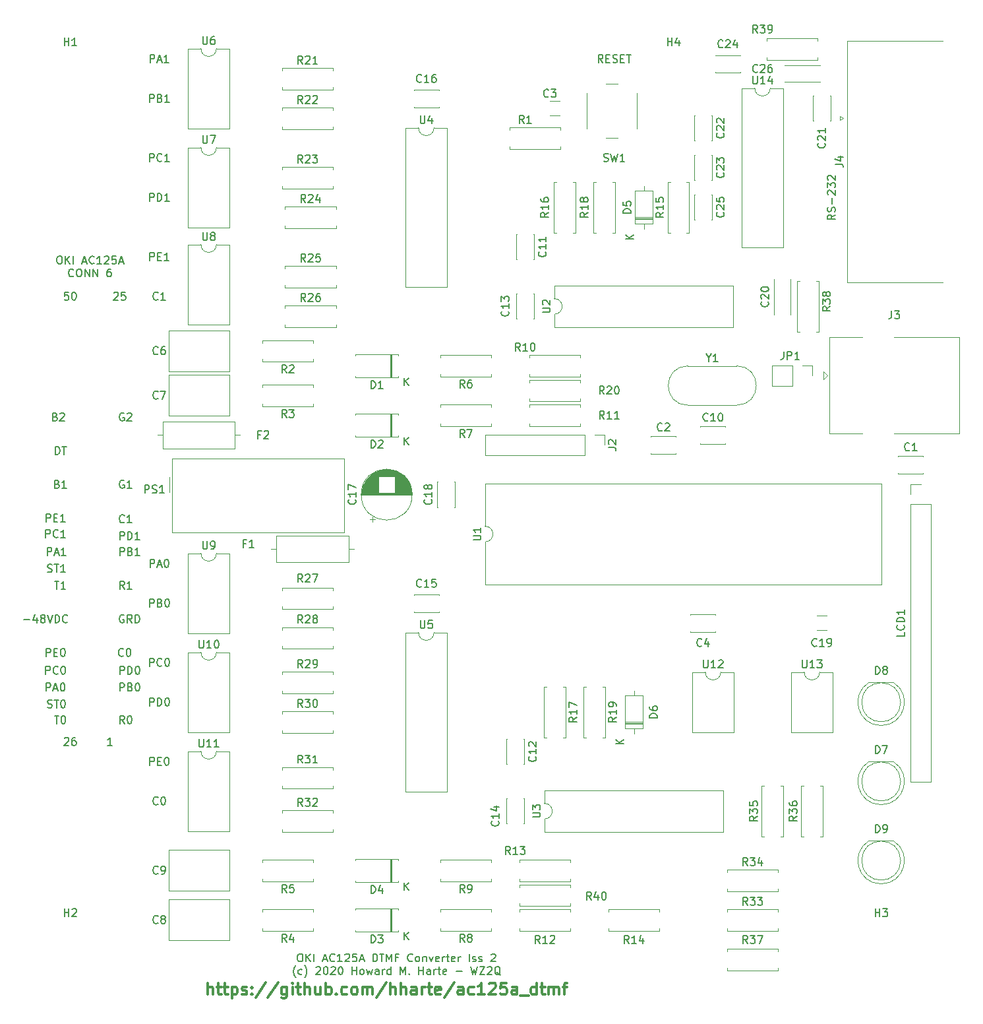
<source format=gbr>
G04 #@! TF.GenerationSoftware,KiCad,Pcbnew,(5.1.6)-1*
G04 #@! TF.CreationDate,2020-06-25T13:29:30-07:00*
G04 #@! TF.ProjectId,ac125a_dtmf,61633132-3561-45f6-9474-6d662e6b6963,rev?*
G04 #@! TF.SameCoordinates,Original*
G04 #@! TF.FileFunction,Legend,Top*
G04 #@! TF.FilePolarity,Positive*
%FSLAX46Y46*%
G04 Gerber Fmt 4.6, Leading zero omitted, Abs format (unit mm)*
G04 Created by KiCad (PCBNEW (5.1.6)-1) date 2020-06-25 13:29:30*
%MOMM*%
%LPD*%
G01*
G04 APERTURE LIST*
%ADD10C,0.300000*%
%ADD11C,0.150000*%
%ADD12C,0.120000*%
G04 APERTURE END LIST*
D10*
X58315714Y-151808571D02*
X58315714Y-150308571D01*
X58958571Y-151808571D02*
X58958571Y-151022857D01*
X58887142Y-150880000D01*
X58744285Y-150808571D01*
X58529999Y-150808571D01*
X58387142Y-150880000D01*
X58315714Y-150951428D01*
X59458571Y-150808571D02*
X60029999Y-150808571D01*
X59672857Y-150308571D02*
X59672857Y-151594285D01*
X59744285Y-151737142D01*
X59887142Y-151808571D01*
X60029999Y-151808571D01*
X60315714Y-150808571D02*
X60887142Y-150808571D01*
X60529999Y-150308571D02*
X60529999Y-151594285D01*
X60601428Y-151737142D01*
X60744285Y-151808571D01*
X60887142Y-151808571D01*
X61387142Y-150808571D02*
X61387142Y-152308571D01*
X61387142Y-150880000D02*
X61529999Y-150808571D01*
X61815714Y-150808571D01*
X61958571Y-150880000D01*
X62029999Y-150951428D01*
X62101428Y-151094285D01*
X62101428Y-151522857D01*
X62029999Y-151665714D01*
X61958571Y-151737142D01*
X61815714Y-151808571D01*
X61529999Y-151808571D01*
X61387142Y-151737142D01*
X62672857Y-151737142D02*
X62815714Y-151808571D01*
X63101428Y-151808571D01*
X63244285Y-151737142D01*
X63315714Y-151594285D01*
X63315714Y-151522857D01*
X63244285Y-151380000D01*
X63101428Y-151308571D01*
X62887142Y-151308571D01*
X62744285Y-151237142D01*
X62672857Y-151094285D01*
X62672857Y-151022857D01*
X62744285Y-150880000D01*
X62887142Y-150808571D01*
X63101428Y-150808571D01*
X63244285Y-150880000D01*
X63958571Y-151665714D02*
X64029999Y-151737142D01*
X63958571Y-151808571D01*
X63887142Y-151737142D01*
X63958571Y-151665714D01*
X63958571Y-151808571D01*
X63958571Y-150880000D02*
X64029999Y-150951428D01*
X63958571Y-151022857D01*
X63887142Y-150951428D01*
X63958571Y-150880000D01*
X63958571Y-151022857D01*
X65744285Y-150237142D02*
X64458571Y-152165714D01*
X67315714Y-150237142D02*
X66029999Y-152165714D01*
X68458571Y-150808571D02*
X68458571Y-152022857D01*
X68387142Y-152165714D01*
X68315714Y-152237142D01*
X68172857Y-152308571D01*
X67958571Y-152308571D01*
X67815714Y-152237142D01*
X68458571Y-151737142D02*
X68315714Y-151808571D01*
X68029999Y-151808571D01*
X67887142Y-151737142D01*
X67815714Y-151665714D01*
X67744285Y-151522857D01*
X67744285Y-151094285D01*
X67815714Y-150951428D01*
X67887142Y-150880000D01*
X68029999Y-150808571D01*
X68315714Y-150808571D01*
X68458571Y-150880000D01*
X69172857Y-151808571D02*
X69172857Y-150808571D01*
X69172857Y-150308571D02*
X69101428Y-150380000D01*
X69172857Y-150451428D01*
X69244285Y-150380000D01*
X69172857Y-150308571D01*
X69172857Y-150451428D01*
X69672857Y-150808571D02*
X70244285Y-150808571D01*
X69887142Y-150308571D02*
X69887142Y-151594285D01*
X69958571Y-151737142D01*
X70101428Y-151808571D01*
X70244285Y-151808571D01*
X70744285Y-151808571D02*
X70744285Y-150308571D01*
X71387142Y-151808571D02*
X71387142Y-151022857D01*
X71315714Y-150880000D01*
X71172857Y-150808571D01*
X70958571Y-150808571D01*
X70815714Y-150880000D01*
X70744285Y-150951428D01*
X72744285Y-150808571D02*
X72744285Y-151808571D01*
X72101428Y-150808571D02*
X72101428Y-151594285D01*
X72172857Y-151737142D01*
X72315714Y-151808571D01*
X72529999Y-151808571D01*
X72672857Y-151737142D01*
X72744285Y-151665714D01*
X73458571Y-151808571D02*
X73458571Y-150308571D01*
X73458571Y-150880000D02*
X73601428Y-150808571D01*
X73887142Y-150808571D01*
X74029999Y-150880000D01*
X74101428Y-150951428D01*
X74172857Y-151094285D01*
X74172857Y-151522857D01*
X74101428Y-151665714D01*
X74029999Y-151737142D01*
X73887142Y-151808571D01*
X73601428Y-151808571D01*
X73458571Y-151737142D01*
X74815714Y-151665714D02*
X74887142Y-151737142D01*
X74815714Y-151808571D01*
X74744285Y-151737142D01*
X74815714Y-151665714D01*
X74815714Y-151808571D01*
X76172857Y-151737142D02*
X76029999Y-151808571D01*
X75744285Y-151808571D01*
X75601428Y-151737142D01*
X75529999Y-151665714D01*
X75458571Y-151522857D01*
X75458571Y-151094285D01*
X75529999Y-150951428D01*
X75601428Y-150880000D01*
X75744285Y-150808571D01*
X76029999Y-150808571D01*
X76172857Y-150880000D01*
X77029999Y-151808571D02*
X76887142Y-151737142D01*
X76815714Y-151665714D01*
X76744285Y-151522857D01*
X76744285Y-151094285D01*
X76815714Y-150951428D01*
X76887142Y-150880000D01*
X77029999Y-150808571D01*
X77244285Y-150808571D01*
X77387142Y-150880000D01*
X77458571Y-150951428D01*
X77529999Y-151094285D01*
X77529999Y-151522857D01*
X77458571Y-151665714D01*
X77387142Y-151737142D01*
X77244285Y-151808571D01*
X77029999Y-151808571D01*
X78172857Y-151808571D02*
X78172857Y-150808571D01*
X78172857Y-150951428D02*
X78244285Y-150880000D01*
X78387142Y-150808571D01*
X78601428Y-150808571D01*
X78744285Y-150880000D01*
X78815714Y-151022857D01*
X78815714Y-151808571D01*
X78815714Y-151022857D02*
X78887142Y-150880000D01*
X79029999Y-150808571D01*
X79244285Y-150808571D01*
X79387142Y-150880000D01*
X79458571Y-151022857D01*
X79458571Y-151808571D01*
X81244285Y-150237142D02*
X79958571Y-152165714D01*
X81744285Y-151808571D02*
X81744285Y-150308571D01*
X82387142Y-151808571D02*
X82387142Y-151022857D01*
X82315714Y-150880000D01*
X82172857Y-150808571D01*
X81958571Y-150808571D01*
X81815714Y-150880000D01*
X81744285Y-150951428D01*
X83101428Y-151808571D02*
X83101428Y-150308571D01*
X83744285Y-151808571D02*
X83744285Y-151022857D01*
X83672857Y-150880000D01*
X83529999Y-150808571D01*
X83315714Y-150808571D01*
X83172857Y-150880000D01*
X83101428Y-150951428D01*
X85101428Y-151808571D02*
X85101428Y-151022857D01*
X85029999Y-150880000D01*
X84887142Y-150808571D01*
X84601428Y-150808571D01*
X84458571Y-150880000D01*
X85101428Y-151737142D02*
X84958571Y-151808571D01*
X84601428Y-151808571D01*
X84458571Y-151737142D01*
X84387142Y-151594285D01*
X84387142Y-151451428D01*
X84458571Y-151308571D01*
X84601428Y-151237142D01*
X84958571Y-151237142D01*
X85101428Y-151165714D01*
X85815714Y-151808571D02*
X85815714Y-150808571D01*
X85815714Y-151094285D02*
X85887142Y-150951428D01*
X85958571Y-150880000D01*
X86101428Y-150808571D01*
X86244285Y-150808571D01*
X86529999Y-150808571D02*
X87101428Y-150808571D01*
X86744285Y-150308571D02*
X86744285Y-151594285D01*
X86815714Y-151737142D01*
X86958571Y-151808571D01*
X87101428Y-151808571D01*
X88172857Y-151737142D02*
X88030000Y-151808571D01*
X87744285Y-151808571D01*
X87601428Y-151737142D01*
X87530000Y-151594285D01*
X87530000Y-151022857D01*
X87601428Y-150880000D01*
X87744285Y-150808571D01*
X88030000Y-150808571D01*
X88172857Y-150880000D01*
X88244285Y-151022857D01*
X88244285Y-151165714D01*
X87530000Y-151308571D01*
X89958571Y-150237142D02*
X88672857Y-152165714D01*
X91101428Y-151808571D02*
X91101428Y-151022857D01*
X91030000Y-150880000D01*
X90887142Y-150808571D01*
X90601428Y-150808571D01*
X90458571Y-150880000D01*
X91101428Y-151737142D02*
X90958571Y-151808571D01*
X90601428Y-151808571D01*
X90458571Y-151737142D01*
X90387142Y-151594285D01*
X90387142Y-151451428D01*
X90458571Y-151308571D01*
X90601428Y-151237142D01*
X90958571Y-151237142D01*
X91101428Y-151165714D01*
X92458571Y-151737142D02*
X92315714Y-151808571D01*
X92030000Y-151808571D01*
X91887142Y-151737142D01*
X91815714Y-151665714D01*
X91744285Y-151522857D01*
X91744285Y-151094285D01*
X91815714Y-150951428D01*
X91887142Y-150880000D01*
X92030000Y-150808571D01*
X92315714Y-150808571D01*
X92458571Y-150880000D01*
X93887142Y-151808571D02*
X93030000Y-151808571D01*
X93458571Y-151808571D02*
X93458571Y-150308571D01*
X93315714Y-150522857D01*
X93172857Y-150665714D01*
X93030000Y-150737142D01*
X94458571Y-150451428D02*
X94530000Y-150380000D01*
X94672857Y-150308571D01*
X95030000Y-150308571D01*
X95172857Y-150380000D01*
X95244285Y-150451428D01*
X95315714Y-150594285D01*
X95315714Y-150737142D01*
X95244285Y-150951428D01*
X94387142Y-151808571D01*
X95315714Y-151808571D01*
X96672857Y-150308571D02*
X95958571Y-150308571D01*
X95887142Y-151022857D01*
X95958571Y-150951428D01*
X96101428Y-150880000D01*
X96458571Y-150880000D01*
X96601428Y-150951428D01*
X96672857Y-151022857D01*
X96744285Y-151165714D01*
X96744285Y-151522857D01*
X96672857Y-151665714D01*
X96601428Y-151737142D01*
X96458571Y-151808571D01*
X96101428Y-151808571D01*
X95958571Y-151737142D01*
X95887142Y-151665714D01*
X98029999Y-151808571D02*
X98029999Y-151022857D01*
X97958571Y-150880000D01*
X97815714Y-150808571D01*
X97529999Y-150808571D01*
X97387142Y-150880000D01*
X98029999Y-151737142D02*
X97887142Y-151808571D01*
X97529999Y-151808571D01*
X97387142Y-151737142D01*
X97315714Y-151594285D01*
X97315714Y-151451428D01*
X97387142Y-151308571D01*
X97529999Y-151237142D01*
X97887142Y-151237142D01*
X98029999Y-151165714D01*
X98387142Y-151951428D02*
X99529999Y-151951428D01*
X100529999Y-151808571D02*
X100529999Y-150308571D01*
X100529999Y-151737142D02*
X100387142Y-151808571D01*
X100101428Y-151808571D01*
X99958571Y-151737142D01*
X99887142Y-151665714D01*
X99815714Y-151522857D01*
X99815714Y-151094285D01*
X99887142Y-150951428D01*
X99958571Y-150880000D01*
X100101428Y-150808571D01*
X100387142Y-150808571D01*
X100529999Y-150880000D01*
X101029999Y-150808571D02*
X101601428Y-150808571D01*
X101244285Y-150308571D02*
X101244285Y-151594285D01*
X101315714Y-151737142D01*
X101458571Y-151808571D01*
X101601428Y-151808571D01*
X102101428Y-151808571D02*
X102101428Y-150808571D01*
X102101428Y-150951428D02*
X102172857Y-150880000D01*
X102315714Y-150808571D01*
X102529999Y-150808571D01*
X102672857Y-150880000D01*
X102744285Y-151022857D01*
X102744285Y-151808571D01*
X102744285Y-151022857D02*
X102815714Y-150880000D01*
X102958571Y-150808571D01*
X103172857Y-150808571D01*
X103315714Y-150880000D01*
X103387142Y-151022857D01*
X103387142Y-151808571D01*
X103887142Y-150808571D02*
X104458571Y-150808571D01*
X104101428Y-151808571D02*
X104101428Y-150522857D01*
X104172857Y-150380000D01*
X104315714Y-150308571D01*
X104458571Y-150308571D01*
D11*
X50903333Y-32202380D02*
X50903333Y-31202380D01*
X51284285Y-31202380D01*
X51379523Y-31250000D01*
X51427142Y-31297619D01*
X51474761Y-31392857D01*
X51474761Y-31535714D01*
X51427142Y-31630952D01*
X51379523Y-31678571D01*
X51284285Y-31726190D01*
X50903333Y-31726190D01*
X51855714Y-31916666D02*
X52331904Y-31916666D01*
X51760476Y-32202380D02*
X52093809Y-31202380D01*
X52427142Y-32202380D01*
X53284285Y-32202380D02*
X52712857Y-32202380D01*
X52998571Y-32202380D02*
X52998571Y-31202380D01*
X52903333Y-31345238D01*
X52808095Y-31440476D01*
X52712857Y-31488095D01*
X50831904Y-37282380D02*
X50831904Y-36282380D01*
X51212857Y-36282380D01*
X51308095Y-36330000D01*
X51355714Y-36377619D01*
X51403333Y-36472857D01*
X51403333Y-36615714D01*
X51355714Y-36710952D01*
X51308095Y-36758571D01*
X51212857Y-36806190D01*
X50831904Y-36806190D01*
X52165238Y-36758571D02*
X52308095Y-36806190D01*
X52355714Y-36853809D01*
X52403333Y-36949047D01*
X52403333Y-37091904D01*
X52355714Y-37187142D01*
X52308095Y-37234761D01*
X52212857Y-37282380D01*
X51831904Y-37282380D01*
X51831904Y-36282380D01*
X52165238Y-36282380D01*
X52260476Y-36330000D01*
X52308095Y-36377619D01*
X52355714Y-36472857D01*
X52355714Y-36568095D01*
X52308095Y-36663333D01*
X52260476Y-36710952D01*
X52165238Y-36758571D01*
X51831904Y-36758571D01*
X53355714Y-37282380D02*
X52784285Y-37282380D01*
X53070000Y-37282380D02*
X53070000Y-36282380D01*
X52974761Y-36425238D01*
X52879523Y-36520476D01*
X52784285Y-36568095D01*
X50831904Y-44902380D02*
X50831904Y-43902380D01*
X51212857Y-43902380D01*
X51308095Y-43950000D01*
X51355714Y-43997619D01*
X51403333Y-44092857D01*
X51403333Y-44235714D01*
X51355714Y-44330952D01*
X51308095Y-44378571D01*
X51212857Y-44426190D01*
X50831904Y-44426190D01*
X52403333Y-44807142D02*
X52355714Y-44854761D01*
X52212857Y-44902380D01*
X52117619Y-44902380D01*
X51974761Y-44854761D01*
X51879523Y-44759523D01*
X51831904Y-44664285D01*
X51784285Y-44473809D01*
X51784285Y-44330952D01*
X51831904Y-44140476D01*
X51879523Y-44045238D01*
X51974761Y-43950000D01*
X52117619Y-43902380D01*
X52212857Y-43902380D01*
X52355714Y-43950000D01*
X52403333Y-43997619D01*
X53355714Y-44902380D02*
X52784285Y-44902380D01*
X53070000Y-44902380D02*
X53070000Y-43902380D01*
X52974761Y-44045238D01*
X52879523Y-44140476D01*
X52784285Y-44188095D01*
X50831904Y-49982380D02*
X50831904Y-48982380D01*
X51212857Y-48982380D01*
X51308095Y-49030000D01*
X51355714Y-49077619D01*
X51403333Y-49172857D01*
X51403333Y-49315714D01*
X51355714Y-49410952D01*
X51308095Y-49458571D01*
X51212857Y-49506190D01*
X50831904Y-49506190D01*
X51831904Y-49982380D02*
X51831904Y-48982380D01*
X52070000Y-48982380D01*
X52212857Y-49030000D01*
X52308095Y-49125238D01*
X52355714Y-49220476D01*
X52403333Y-49410952D01*
X52403333Y-49553809D01*
X52355714Y-49744285D01*
X52308095Y-49839523D01*
X52212857Y-49934761D01*
X52070000Y-49982380D01*
X51831904Y-49982380D01*
X53355714Y-49982380D02*
X52784285Y-49982380D01*
X53070000Y-49982380D02*
X53070000Y-48982380D01*
X52974761Y-49125238D01*
X52879523Y-49220476D01*
X52784285Y-49268095D01*
X50879523Y-57602380D02*
X50879523Y-56602380D01*
X51260476Y-56602380D01*
X51355714Y-56650000D01*
X51403333Y-56697619D01*
X51450952Y-56792857D01*
X51450952Y-56935714D01*
X51403333Y-57030952D01*
X51355714Y-57078571D01*
X51260476Y-57126190D01*
X50879523Y-57126190D01*
X51879523Y-57078571D02*
X52212857Y-57078571D01*
X52355714Y-57602380D02*
X51879523Y-57602380D01*
X51879523Y-56602380D01*
X52355714Y-56602380D01*
X53308095Y-57602380D02*
X52736666Y-57602380D01*
X53022380Y-57602380D02*
X53022380Y-56602380D01*
X52927142Y-56745238D01*
X52831904Y-56840476D01*
X52736666Y-56888095D01*
X51903333Y-62587142D02*
X51855714Y-62634761D01*
X51712857Y-62682380D01*
X51617619Y-62682380D01*
X51474761Y-62634761D01*
X51379523Y-62539523D01*
X51331904Y-62444285D01*
X51284285Y-62253809D01*
X51284285Y-62110952D01*
X51331904Y-61920476D01*
X51379523Y-61825238D01*
X51474761Y-61730000D01*
X51617619Y-61682380D01*
X51712857Y-61682380D01*
X51855714Y-61730000D01*
X51903333Y-61777619D01*
X52855714Y-62682380D02*
X52284285Y-62682380D01*
X52570000Y-62682380D02*
X52570000Y-61682380D01*
X52474761Y-61825238D01*
X52379523Y-61920476D01*
X52284285Y-61968095D01*
X50903333Y-96972380D02*
X50903333Y-95972380D01*
X51284285Y-95972380D01*
X51379523Y-96020000D01*
X51427142Y-96067619D01*
X51474761Y-96162857D01*
X51474761Y-96305714D01*
X51427142Y-96400952D01*
X51379523Y-96448571D01*
X51284285Y-96496190D01*
X50903333Y-96496190D01*
X51855714Y-96686666D02*
X52331904Y-96686666D01*
X51760476Y-96972380D02*
X52093809Y-95972380D01*
X52427142Y-96972380D01*
X52950952Y-95972380D02*
X53046190Y-95972380D01*
X53141428Y-96020000D01*
X53189047Y-96067619D01*
X53236666Y-96162857D01*
X53284285Y-96353333D01*
X53284285Y-96591428D01*
X53236666Y-96781904D01*
X53189047Y-96877142D01*
X53141428Y-96924761D01*
X53046190Y-96972380D01*
X52950952Y-96972380D01*
X52855714Y-96924761D01*
X52808095Y-96877142D01*
X52760476Y-96781904D01*
X52712857Y-96591428D01*
X52712857Y-96353333D01*
X52760476Y-96162857D01*
X52808095Y-96067619D01*
X52855714Y-96020000D01*
X52950952Y-95972380D01*
X50831904Y-102052380D02*
X50831904Y-101052380D01*
X51212857Y-101052380D01*
X51308095Y-101100000D01*
X51355714Y-101147619D01*
X51403333Y-101242857D01*
X51403333Y-101385714D01*
X51355714Y-101480952D01*
X51308095Y-101528571D01*
X51212857Y-101576190D01*
X50831904Y-101576190D01*
X52165238Y-101528571D02*
X52308095Y-101576190D01*
X52355714Y-101623809D01*
X52403333Y-101719047D01*
X52403333Y-101861904D01*
X52355714Y-101957142D01*
X52308095Y-102004761D01*
X52212857Y-102052380D01*
X51831904Y-102052380D01*
X51831904Y-101052380D01*
X52165238Y-101052380D01*
X52260476Y-101100000D01*
X52308095Y-101147619D01*
X52355714Y-101242857D01*
X52355714Y-101338095D01*
X52308095Y-101433333D01*
X52260476Y-101480952D01*
X52165238Y-101528571D01*
X51831904Y-101528571D01*
X53022380Y-101052380D02*
X53117619Y-101052380D01*
X53212857Y-101100000D01*
X53260476Y-101147619D01*
X53308095Y-101242857D01*
X53355714Y-101433333D01*
X53355714Y-101671428D01*
X53308095Y-101861904D01*
X53260476Y-101957142D01*
X53212857Y-102004761D01*
X53117619Y-102052380D01*
X53022380Y-102052380D01*
X52927142Y-102004761D01*
X52879523Y-101957142D01*
X52831904Y-101861904D01*
X52784285Y-101671428D01*
X52784285Y-101433333D01*
X52831904Y-101242857D01*
X52879523Y-101147619D01*
X52927142Y-101100000D01*
X53022380Y-101052380D01*
X50831904Y-109672380D02*
X50831904Y-108672380D01*
X51212857Y-108672380D01*
X51308095Y-108720000D01*
X51355714Y-108767619D01*
X51403333Y-108862857D01*
X51403333Y-109005714D01*
X51355714Y-109100952D01*
X51308095Y-109148571D01*
X51212857Y-109196190D01*
X50831904Y-109196190D01*
X52403333Y-109577142D02*
X52355714Y-109624761D01*
X52212857Y-109672380D01*
X52117619Y-109672380D01*
X51974761Y-109624761D01*
X51879523Y-109529523D01*
X51831904Y-109434285D01*
X51784285Y-109243809D01*
X51784285Y-109100952D01*
X51831904Y-108910476D01*
X51879523Y-108815238D01*
X51974761Y-108720000D01*
X52117619Y-108672380D01*
X52212857Y-108672380D01*
X52355714Y-108720000D01*
X52403333Y-108767619D01*
X53022380Y-108672380D02*
X53117619Y-108672380D01*
X53212857Y-108720000D01*
X53260476Y-108767619D01*
X53308095Y-108862857D01*
X53355714Y-109053333D01*
X53355714Y-109291428D01*
X53308095Y-109481904D01*
X53260476Y-109577142D01*
X53212857Y-109624761D01*
X53117619Y-109672380D01*
X53022380Y-109672380D01*
X52927142Y-109624761D01*
X52879523Y-109577142D01*
X52831904Y-109481904D01*
X52784285Y-109291428D01*
X52784285Y-109053333D01*
X52831904Y-108862857D01*
X52879523Y-108767619D01*
X52927142Y-108720000D01*
X53022380Y-108672380D01*
X50831904Y-114752380D02*
X50831904Y-113752380D01*
X51212857Y-113752380D01*
X51308095Y-113800000D01*
X51355714Y-113847619D01*
X51403333Y-113942857D01*
X51403333Y-114085714D01*
X51355714Y-114180952D01*
X51308095Y-114228571D01*
X51212857Y-114276190D01*
X50831904Y-114276190D01*
X51831904Y-114752380D02*
X51831904Y-113752380D01*
X52070000Y-113752380D01*
X52212857Y-113800000D01*
X52308095Y-113895238D01*
X52355714Y-113990476D01*
X52403333Y-114180952D01*
X52403333Y-114323809D01*
X52355714Y-114514285D01*
X52308095Y-114609523D01*
X52212857Y-114704761D01*
X52070000Y-114752380D01*
X51831904Y-114752380D01*
X53022380Y-113752380D02*
X53117619Y-113752380D01*
X53212857Y-113800000D01*
X53260476Y-113847619D01*
X53308095Y-113942857D01*
X53355714Y-114133333D01*
X53355714Y-114371428D01*
X53308095Y-114561904D01*
X53260476Y-114657142D01*
X53212857Y-114704761D01*
X53117619Y-114752380D01*
X53022380Y-114752380D01*
X52927142Y-114704761D01*
X52879523Y-114657142D01*
X52831904Y-114561904D01*
X52784285Y-114371428D01*
X52784285Y-114133333D01*
X52831904Y-113942857D01*
X52879523Y-113847619D01*
X52927142Y-113800000D01*
X53022380Y-113752380D01*
X50879523Y-122372380D02*
X50879523Y-121372380D01*
X51260476Y-121372380D01*
X51355714Y-121420000D01*
X51403333Y-121467619D01*
X51450952Y-121562857D01*
X51450952Y-121705714D01*
X51403333Y-121800952D01*
X51355714Y-121848571D01*
X51260476Y-121896190D01*
X50879523Y-121896190D01*
X51879523Y-121848571D02*
X52212857Y-121848571D01*
X52355714Y-122372380D02*
X51879523Y-122372380D01*
X51879523Y-121372380D01*
X52355714Y-121372380D01*
X52974761Y-121372380D02*
X53070000Y-121372380D01*
X53165238Y-121420000D01*
X53212857Y-121467619D01*
X53260476Y-121562857D01*
X53308095Y-121753333D01*
X53308095Y-121991428D01*
X53260476Y-122181904D01*
X53212857Y-122277142D01*
X53165238Y-122324761D01*
X53070000Y-122372380D01*
X52974761Y-122372380D01*
X52879523Y-122324761D01*
X52831904Y-122277142D01*
X52784285Y-122181904D01*
X52736666Y-121991428D01*
X52736666Y-121753333D01*
X52784285Y-121562857D01*
X52831904Y-121467619D01*
X52879523Y-121420000D01*
X52974761Y-121372380D01*
X51903333Y-127357142D02*
X51855714Y-127404761D01*
X51712857Y-127452380D01*
X51617619Y-127452380D01*
X51474761Y-127404761D01*
X51379523Y-127309523D01*
X51331904Y-127214285D01*
X51284285Y-127023809D01*
X51284285Y-126880952D01*
X51331904Y-126690476D01*
X51379523Y-126595238D01*
X51474761Y-126500000D01*
X51617619Y-126452380D01*
X51712857Y-126452380D01*
X51855714Y-126500000D01*
X51903333Y-126547619D01*
X52522380Y-126452380D02*
X52617619Y-126452380D01*
X52712857Y-126500000D01*
X52760476Y-126547619D01*
X52808095Y-126642857D01*
X52855714Y-126833333D01*
X52855714Y-127071428D01*
X52808095Y-127261904D01*
X52760476Y-127357142D01*
X52712857Y-127404761D01*
X52617619Y-127452380D01*
X52522380Y-127452380D01*
X52427142Y-127404761D01*
X52379523Y-127357142D01*
X52331904Y-127261904D01*
X52284285Y-127071428D01*
X52284285Y-126833333D01*
X52331904Y-126642857D01*
X52379523Y-126547619D01*
X52427142Y-126500000D01*
X52522380Y-126452380D01*
X39878095Y-118927619D02*
X39925714Y-118880000D01*
X40020952Y-118832380D01*
X40259047Y-118832380D01*
X40354285Y-118880000D01*
X40401904Y-118927619D01*
X40449523Y-119022857D01*
X40449523Y-119118095D01*
X40401904Y-119260952D01*
X39830476Y-119832380D01*
X40449523Y-119832380D01*
X41306666Y-118832380D02*
X41116190Y-118832380D01*
X41020952Y-118880000D01*
X40973333Y-118927619D01*
X40878095Y-119070476D01*
X40830476Y-119260952D01*
X40830476Y-119641904D01*
X40878095Y-119737142D01*
X40925714Y-119784761D01*
X41020952Y-119832380D01*
X41211428Y-119832380D01*
X41306666Y-119784761D01*
X41354285Y-119737142D01*
X41401904Y-119641904D01*
X41401904Y-119403809D01*
X41354285Y-119308571D01*
X41306666Y-119260952D01*
X41211428Y-119213333D01*
X41020952Y-119213333D01*
X40925714Y-119260952D01*
X40878095Y-119308571D01*
X40830476Y-119403809D01*
X46005714Y-119832380D02*
X45434285Y-119832380D01*
X45720000Y-119832380D02*
X45720000Y-118832380D01*
X45624761Y-118975238D01*
X45529523Y-119070476D01*
X45434285Y-119118095D01*
X40401904Y-61682380D02*
X39925714Y-61682380D01*
X39878095Y-62158571D01*
X39925714Y-62110952D01*
X40020952Y-62063333D01*
X40259047Y-62063333D01*
X40354285Y-62110952D01*
X40401904Y-62158571D01*
X40449523Y-62253809D01*
X40449523Y-62491904D01*
X40401904Y-62587142D01*
X40354285Y-62634761D01*
X40259047Y-62682380D01*
X40020952Y-62682380D01*
X39925714Y-62634761D01*
X39878095Y-62587142D01*
X41068571Y-61682380D02*
X41163809Y-61682380D01*
X41259047Y-61730000D01*
X41306666Y-61777619D01*
X41354285Y-61872857D01*
X41401904Y-62063333D01*
X41401904Y-62301428D01*
X41354285Y-62491904D01*
X41306666Y-62587142D01*
X41259047Y-62634761D01*
X41163809Y-62682380D01*
X41068571Y-62682380D01*
X40973333Y-62634761D01*
X40925714Y-62587142D01*
X40878095Y-62491904D01*
X40830476Y-62301428D01*
X40830476Y-62063333D01*
X40878095Y-61872857D01*
X40925714Y-61777619D01*
X40973333Y-61730000D01*
X41068571Y-61682380D01*
X46228095Y-61777619D02*
X46275714Y-61730000D01*
X46370952Y-61682380D01*
X46609047Y-61682380D01*
X46704285Y-61730000D01*
X46751904Y-61777619D01*
X46799523Y-61872857D01*
X46799523Y-61968095D01*
X46751904Y-62110952D01*
X46180476Y-62682380D01*
X46799523Y-62682380D01*
X47704285Y-61682380D02*
X47228095Y-61682380D01*
X47180476Y-62158571D01*
X47228095Y-62110952D01*
X47323333Y-62063333D01*
X47561428Y-62063333D01*
X47656666Y-62110952D01*
X47704285Y-62158571D01*
X47751904Y-62253809D01*
X47751904Y-62491904D01*
X47704285Y-62587142D01*
X47656666Y-62634761D01*
X47561428Y-62682380D01*
X47323333Y-62682380D01*
X47228095Y-62634761D01*
X47180476Y-62587142D01*
X39179999Y-57047380D02*
X39370476Y-57047380D01*
X39465714Y-57095000D01*
X39560952Y-57190238D01*
X39608571Y-57380714D01*
X39608571Y-57714047D01*
X39560952Y-57904523D01*
X39465714Y-57999761D01*
X39370476Y-58047380D01*
X39179999Y-58047380D01*
X39084761Y-57999761D01*
X38989523Y-57904523D01*
X38941904Y-57714047D01*
X38941904Y-57380714D01*
X38989523Y-57190238D01*
X39084761Y-57095000D01*
X39179999Y-57047380D01*
X40037142Y-58047380D02*
X40037142Y-57047380D01*
X40608571Y-58047380D02*
X40179999Y-57475952D01*
X40608571Y-57047380D02*
X40037142Y-57618809D01*
X41037142Y-58047380D02*
X41037142Y-57047380D01*
X42227619Y-57761666D02*
X42703809Y-57761666D01*
X42132380Y-58047380D02*
X42465714Y-57047380D01*
X42799047Y-58047380D01*
X43703809Y-57952142D02*
X43656190Y-57999761D01*
X43513333Y-58047380D01*
X43418095Y-58047380D01*
X43275238Y-57999761D01*
X43179999Y-57904523D01*
X43132380Y-57809285D01*
X43084761Y-57618809D01*
X43084761Y-57475952D01*
X43132380Y-57285476D01*
X43179999Y-57190238D01*
X43275238Y-57095000D01*
X43418095Y-57047380D01*
X43513333Y-57047380D01*
X43656190Y-57095000D01*
X43703809Y-57142619D01*
X44656190Y-58047380D02*
X44084761Y-58047380D01*
X44370476Y-58047380D02*
X44370476Y-57047380D01*
X44275238Y-57190238D01*
X44179999Y-57285476D01*
X44084761Y-57333095D01*
X45037142Y-57142619D02*
X45084761Y-57095000D01*
X45179999Y-57047380D01*
X45418095Y-57047380D01*
X45513333Y-57095000D01*
X45560952Y-57142619D01*
X45608571Y-57237857D01*
X45608571Y-57333095D01*
X45560952Y-57475952D01*
X44989523Y-58047380D01*
X45608571Y-58047380D01*
X46513333Y-57047380D02*
X46037142Y-57047380D01*
X45989523Y-57523571D01*
X46037142Y-57475952D01*
X46132380Y-57428333D01*
X46370476Y-57428333D01*
X46465714Y-57475952D01*
X46513333Y-57523571D01*
X46560952Y-57618809D01*
X46560952Y-57856904D01*
X46513333Y-57952142D01*
X46465714Y-57999761D01*
X46370476Y-58047380D01*
X46132380Y-58047380D01*
X46037142Y-57999761D01*
X45989523Y-57952142D01*
X46941904Y-57761666D02*
X47418095Y-57761666D01*
X46846666Y-58047380D02*
X47180000Y-57047380D01*
X47513333Y-58047380D01*
X41060952Y-59602142D02*
X41013333Y-59649761D01*
X40870476Y-59697380D01*
X40775238Y-59697380D01*
X40632380Y-59649761D01*
X40537142Y-59554523D01*
X40489523Y-59459285D01*
X40441904Y-59268809D01*
X40441904Y-59125952D01*
X40489523Y-58935476D01*
X40537142Y-58840238D01*
X40632380Y-58745000D01*
X40775238Y-58697380D01*
X40870476Y-58697380D01*
X41013333Y-58745000D01*
X41060952Y-58792619D01*
X41680000Y-58697380D02*
X41870476Y-58697380D01*
X41965714Y-58745000D01*
X42060952Y-58840238D01*
X42108571Y-59030714D01*
X42108571Y-59364047D01*
X42060952Y-59554523D01*
X41965714Y-59649761D01*
X41870476Y-59697380D01*
X41680000Y-59697380D01*
X41584761Y-59649761D01*
X41489523Y-59554523D01*
X41441904Y-59364047D01*
X41441904Y-59030714D01*
X41489523Y-58840238D01*
X41584761Y-58745000D01*
X41680000Y-58697380D01*
X42537142Y-59697380D02*
X42537142Y-58697380D01*
X43108571Y-59697380D01*
X43108571Y-58697380D01*
X43584761Y-59697380D02*
X43584761Y-58697380D01*
X44156190Y-59697380D01*
X44156190Y-58697380D01*
X45822857Y-58697380D02*
X45632380Y-58697380D01*
X45537142Y-58745000D01*
X45489523Y-58792619D01*
X45394285Y-58935476D01*
X45346666Y-59125952D01*
X45346666Y-59506904D01*
X45394285Y-59602142D01*
X45441904Y-59649761D01*
X45537142Y-59697380D01*
X45727619Y-59697380D01*
X45822857Y-59649761D01*
X45870476Y-59602142D01*
X45918095Y-59506904D01*
X45918095Y-59268809D01*
X45870476Y-59173571D01*
X45822857Y-59125952D01*
X45727619Y-59078333D01*
X45537142Y-59078333D01*
X45441904Y-59125952D01*
X45394285Y-59173571D01*
X45346666Y-59268809D01*
X138882380Y-51744285D02*
X138406190Y-52077619D01*
X138882380Y-52315714D02*
X137882380Y-52315714D01*
X137882380Y-51934761D01*
X137930000Y-51839523D01*
X137977619Y-51791904D01*
X138072857Y-51744285D01*
X138215714Y-51744285D01*
X138310952Y-51791904D01*
X138358571Y-51839523D01*
X138406190Y-51934761D01*
X138406190Y-52315714D01*
X138834761Y-51363333D02*
X138882380Y-51220476D01*
X138882380Y-50982380D01*
X138834761Y-50887142D01*
X138787142Y-50839523D01*
X138691904Y-50791904D01*
X138596666Y-50791904D01*
X138501428Y-50839523D01*
X138453809Y-50887142D01*
X138406190Y-50982380D01*
X138358571Y-51172857D01*
X138310952Y-51268095D01*
X138263333Y-51315714D01*
X138168095Y-51363333D01*
X138072857Y-51363333D01*
X137977619Y-51315714D01*
X137930000Y-51268095D01*
X137882380Y-51172857D01*
X137882380Y-50934761D01*
X137930000Y-50791904D01*
X138501428Y-50363333D02*
X138501428Y-49601428D01*
X137977619Y-49172857D02*
X137930000Y-49125238D01*
X137882380Y-49030000D01*
X137882380Y-48791904D01*
X137930000Y-48696666D01*
X137977619Y-48649047D01*
X138072857Y-48601428D01*
X138168095Y-48601428D01*
X138310952Y-48649047D01*
X138882380Y-49220476D01*
X138882380Y-48601428D01*
X137882380Y-48268095D02*
X137882380Y-47649047D01*
X138263333Y-47982380D01*
X138263333Y-47839523D01*
X138310952Y-47744285D01*
X138358571Y-47696666D01*
X138453809Y-47649047D01*
X138691904Y-47649047D01*
X138787142Y-47696666D01*
X138834761Y-47744285D01*
X138882380Y-47839523D01*
X138882380Y-48125238D01*
X138834761Y-48220476D01*
X138787142Y-48268095D01*
X137977619Y-47268095D02*
X137930000Y-47220476D01*
X137882380Y-47125238D01*
X137882380Y-46887142D01*
X137930000Y-46791904D01*
X137977619Y-46744285D01*
X138072857Y-46696666D01*
X138168095Y-46696666D01*
X138310952Y-46744285D01*
X138882380Y-47315714D01*
X138882380Y-46696666D01*
X109037619Y-32202380D02*
X108704285Y-31726190D01*
X108466190Y-32202380D02*
X108466190Y-31202380D01*
X108847142Y-31202380D01*
X108942380Y-31250000D01*
X108990000Y-31297619D01*
X109037619Y-31392857D01*
X109037619Y-31535714D01*
X108990000Y-31630952D01*
X108942380Y-31678571D01*
X108847142Y-31726190D01*
X108466190Y-31726190D01*
X109466190Y-31678571D02*
X109799523Y-31678571D01*
X109942380Y-32202380D02*
X109466190Y-32202380D01*
X109466190Y-31202380D01*
X109942380Y-31202380D01*
X110323333Y-32154761D02*
X110466190Y-32202380D01*
X110704285Y-32202380D01*
X110799523Y-32154761D01*
X110847142Y-32107142D01*
X110894761Y-32011904D01*
X110894761Y-31916666D01*
X110847142Y-31821428D01*
X110799523Y-31773809D01*
X110704285Y-31726190D01*
X110513809Y-31678571D01*
X110418571Y-31630952D01*
X110370952Y-31583333D01*
X110323333Y-31488095D01*
X110323333Y-31392857D01*
X110370952Y-31297619D01*
X110418571Y-31250000D01*
X110513809Y-31202380D01*
X110751904Y-31202380D01*
X110894761Y-31250000D01*
X111323333Y-31678571D02*
X111656666Y-31678571D01*
X111799523Y-32202380D02*
X111323333Y-32202380D01*
X111323333Y-31202380D01*
X111799523Y-31202380D01*
X112085238Y-31202380D02*
X112656666Y-31202380D01*
X112370952Y-32202380D02*
X112370952Y-31202380D01*
X37544523Y-91130380D02*
X37544523Y-90130380D01*
X37925476Y-90130380D01*
X38020714Y-90178000D01*
X38068333Y-90225619D01*
X38115952Y-90320857D01*
X38115952Y-90463714D01*
X38068333Y-90558952D01*
X38020714Y-90606571D01*
X37925476Y-90654190D01*
X37544523Y-90654190D01*
X38544523Y-90606571D02*
X38877857Y-90606571D01*
X39020714Y-91130380D02*
X38544523Y-91130380D01*
X38544523Y-90130380D01*
X39020714Y-90130380D01*
X39973095Y-91130380D02*
X39401666Y-91130380D01*
X39687380Y-91130380D02*
X39687380Y-90130380D01*
X39592142Y-90273238D01*
X39496904Y-90368476D01*
X39401666Y-90416095D01*
X37496904Y-93162380D02*
X37496904Y-92162380D01*
X37877857Y-92162380D01*
X37973095Y-92210000D01*
X38020714Y-92257619D01*
X38068333Y-92352857D01*
X38068333Y-92495714D01*
X38020714Y-92590952D01*
X37973095Y-92638571D01*
X37877857Y-92686190D01*
X37496904Y-92686190D01*
X39068333Y-93067142D02*
X39020714Y-93114761D01*
X38877857Y-93162380D01*
X38782619Y-93162380D01*
X38639761Y-93114761D01*
X38544523Y-93019523D01*
X38496904Y-92924285D01*
X38449285Y-92733809D01*
X38449285Y-92590952D01*
X38496904Y-92400476D01*
X38544523Y-92305238D01*
X38639761Y-92210000D01*
X38782619Y-92162380D01*
X38877857Y-92162380D01*
X39020714Y-92210000D01*
X39068333Y-92257619D01*
X40020714Y-93162380D02*
X39449285Y-93162380D01*
X39735000Y-93162380D02*
X39735000Y-92162380D01*
X39639761Y-92305238D01*
X39544523Y-92400476D01*
X39449285Y-92448095D01*
X37695333Y-95448380D02*
X37695333Y-94448380D01*
X38076285Y-94448380D01*
X38171523Y-94496000D01*
X38219142Y-94543619D01*
X38266761Y-94638857D01*
X38266761Y-94781714D01*
X38219142Y-94876952D01*
X38171523Y-94924571D01*
X38076285Y-94972190D01*
X37695333Y-94972190D01*
X38647714Y-95162666D02*
X39123904Y-95162666D01*
X38552476Y-95448380D02*
X38885809Y-94448380D01*
X39219142Y-95448380D01*
X40076285Y-95448380D02*
X39504857Y-95448380D01*
X39790571Y-95448380D02*
X39790571Y-94448380D01*
X39695333Y-94591238D01*
X39600095Y-94686476D01*
X39504857Y-94734095D01*
X37719142Y-97559761D02*
X37862000Y-97607380D01*
X38100095Y-97607380D01*
X38195333Y-97559761D01*
X38242952Y-97512142D01*
X38290571Y-97416904D01*
X38290571Y-97321666D01*
X38242952Y-97226428D01*
X38195333Y-97178809D01*
X38100095Y-97131190D01*
X37909619Y-97083571D01*
X37814380Y-97035952D01*
X37766761Y-96988333D01*
X37719142Y-96893095D01*
X37719142Y-96797857D01*
X37766761Y-96702619D01*
X37814380Y-96655000D01*
X37909619Y-96607380D01*
X38147714Y-96607380D01*
X38290571Y-96655000D01*
X38576285Y-96607380D02*
X39147714Y-96607380D01*
X38862000Y-97607380D02*
X38862000Y-96607380D01*
X40004857Y-97607380D02*
X39433428Y-97607380D01*
X39719142Y-97607380D02*
X39719142Y-96607380D01*
X39623904Y-96750238D01*
X39528666Y-96845476D01*
X39433428Y-96893095D01*
X38608095Y-98766380D02*
X39179523Y-98766380D01*
X38893809Y-99766380D02*
X38893809Y-98766380D01*
X40036666Y-99766380D02*
X39465238Y-99766380D01*
X39750952Y-99766380D02*
X39750952Y-98766380D01*
X39655714Y-98909238D01*
X39560476Y-99004476D01*
X39465238Y-99052095D01*
X47537714Y-85860000D02*
X47442476Y-85812380D01*
X47299619Y-85812380D01*
X47156761Y-85860000D01*
X47061523Y-85955238D01*
X47013904Y-86050476D01*
X46966285Y-86240952D01*
X46966285Y-86383809D01*
X47013904Y-86574285D01*
X47061523Y-86669523D01*
X47156761Y-86764761D01*
X47299619Y-86812380D01*
X47394857Y-86812380D01*
X47537714Y-86764761D01*
X47585333Y-86717142D01*
X47585333Y-86383809D01*
X47394857Y-86383809D01*
X48537714Y-86812380D02*
X47966285Y-86812380D01*
X48252000Y-86812380D02*
X48252000Y-85812380D01*
X48156761Y-85955238D01*
X48061523Y-86050476D01*
X47966285Y-86098095D01*
X38965238Y-86288571D02*
X39108095Y-86336190D01*
X39155714Y-86383809D01*
X39203333Y-86479047D01*
X39203333Y-86621904D01*
X39155714Y-86717142D01*
X39108095Y-86764761D01*
X39012857Y-86812380D01*
X38631904Y-86812380D01*
X38631904Y-85812380D01*
X38965238Y-85812380D01*
X39060476Y-85860000D01*
X39108095Y-85907619D01*
X39155714Y-86002857D01*
X39155714Y-86098095D01*
X39108095Y-86193333D01*
X39060476Y-86240952D01*
X38965238Y-86288571D01*
X38631904Y-86288571D01*
X40155714Y-86812380D02*
X39584285Y-86812380D01*
X39870000Y-86812380D02*
X39870000Y-85812380D01*
X39774761Y-85955238D01*
X39679523Y-86050476D01*
X39584285Y-86098095D01*
X38711238Y-77652571D02*
X38854095Y-77700190D01*
X38901714Y-77747809D01*
X38949333Y-77843047D01*
X38949333Y-77985904D01*
X38901714Y-78081142D01*
X38854095Y-78128761D01*
X38758857Y-78176380D01*
X38377904Y-78176380D01*
X38377904Y-77176380D01*
X38711238Y-77176380D01*
X38806476Y-77224000D01*
X38854095Y-77271619D01*
X38901714Y-77366857D01*
X38901714Y-77462095D01*
X38854095Y-77557333D01*
X38806476Y-77604952D01*
X38711238Y-77652571D01*
X38377904Y-77652571D01*
X39330285Y-77271619D02*
X39377904Y-77224000D01*
X39473142Y-77176380D01*
X39711238Y-77176380D01*
X39806476Y-77224000D01*
X39854095Y-77271619D01*
X39901714Y-77366857D01*
X39901714Y-77462095D01*
X39854095Y-77604952D01*
X39282666Y-78176380D01*
X39901714Y-78176380D01*
X47537714Y-77224000D02*
X47442476Y-77176380D01*
X47299619Y-77176380D01*
X47156761Y-77224000D01*
X47061523Y-77319238D01*
X47013904Y-77414476D01*
X46966285Y-77604952D01*
X46966285Y-77747809D01*
X47013904Y-77938285D01*
X47061523Y-78033523D01*
X47156761Y-78128761D01*
X47299619Y-78176380D01*
X47394857Y-78176380D01*
X47537714Y-78128761D01*
X47585333Y-78081142D01*
X47585333Y-77747809D01*
X47394857Y-77747809D01*
X47966285Y-77271619D02*
X48013904Y-77224000D01*
X48109142Y-77176380D01*
X48347238Y-77176380D01*
X48442476Y-77224000D01*
X48490095Y-77271619D01*
X48537714Y-77366857D01*
X48537714Y-77462095D01*
X48490095Y-77604952D01*
X47918666Y-78176380D01*
X48537714Y-78176380D01*
X38727142Y-82494380D02*
X38727142Y-81494380D01*
X38965238Y-81494380D01*
X39108095Y-81542000D01*
X39203333Y-81637238D01*
X39250952Y-81732476D01*
X39298571Y-81922952D01*
X39298571Y-82065809D01*
X39250952Y-82256285D01*
X39203333Y-82351523D01*
X39108095Y-82446761D01*
X38965238Y-82494380D01*
X38727142Y-82494380D01*
X39584285Y-81494380D02*
X40155714Y-81494380D01*
X39870000Y-82494380D02*
X39870000Y-81494380D01*
X47585333Y-91162142D02*
X47537714Y-91209761D01*
X47394857Y-91257380D01*
X47299619Y-91257380D01*
X47156761Y-91209761D01*
X47061523Y-91114523D01*
X47013904Y-91019285D01*
X46966285Y-90828809D01*
X46966285Y-90685952D01*
X47013904Y-90495476D01*
X47061523Y-90400238D01*
X47156761Y-90305000D01*
X47299619Y-90257380D01*
X47394857Y-90257380D01*
X47537714Y-90305000D01*
X47585333Y-90352619D01*
X48537714Y-91257380D02*
X47966285Y-91257380D01*
X48252000Y-91257380D02*
X48252000Y-90257380D01*
X48156761Y-90400238D01*
X48061523Y-90495476D01*
X47966285Y-90543095D01*
X47021904Y-93416380D02*
X47021904Y-92416380D01*
X47402857Y-92416380D01*
X47498095Y-92464000D01*
X47545714Y-92511619D01*
X47593333Y-92606857D01*
X47593333Y-92749714D01*
X47545714Y-92844952D01*
X47498095Y-92892571D01*
X47402857Y-92940190D01*
X47021904Y-92940190D01*
X48021904Y-93416380D02*
X48021904Y-92416380D01*
X48260000Y-92416380D01*
X48402857Y-92464000D01*
X48498095Y-92559238D01*
X48545714Y-92654476D01*
X48593333Y-92844952D01*
X48593333Y-92987809D01*
X48545714Y-93178285D01*
X48498095Y-93273523D01*
X48402857Y-93368761D01*
X48260000Y-93416380D01*
X48021904Y-93416380D01*
X49545714Y-93416380D02*
X48974285Y-93416380D01*
X49260000Y-93416380D02*
X49260000Y-92416380D01*
X49164761Y-92559238D01*
X49069523Y-92654476D01*
X48974285Y-92702095D01*
X47021904Y-95448380D02*
X47021904Y-94448380D01*
X47402857Y-94448380D01*
X47498095Y-94496000D01*
X47545714Y-94543619D01*
X47593333Y-94638857D01*
X47593333Y-94781714D01*
X47545714Y-94876952D01*
X47498095Y-94924571D01*
X47402857Y-94972190D01*
X47021904Y-94972190D01*
X48355238Y-94924571D02*
X48498095Y-94972190D01*
X48545714Y-95019809D01*
X48593333Y-95115047D01*
X48593333Y-95257904D01*
X48545714Y-95353142D01*
X48498095Y-95400761D01*
X48402857Y-95448380D01*
X48021904Y-95448380D01*
X48021904Y-94448380D01*
X48355238Y-94448380D01*
X48450476Y-94496000D01*
X48498095Y-94543619D01*
X48545714Y-94638857D01*
X48545714Y-94734095D01*
X48498095Y-94829333D01*
X48450476Y-94876952D01*
X48355238Y-94924571D01*
X48021904Y-94924571D01*
X49545714Y-95448380D02*
X48974285Y-95448380D01*
X49260000Y-95448380D02*
X49260000Y-94448380D01*
X49164761Y-94591238D01*
X49069523Y-94686476D01*
X48974285Y-94734095D01*
X47585333Y-99766380D02*
X47252000Y-99290190D01*
X47013904Y-99766380D02*
X47013904Y-98766380D01*
X47394857Y-98766380D01*
X47490095Y-98814000D01*
X47537714Y-98861619D01*
X47585333Y-98956857D01*
X47585333Y-99099714D01*
X47537714Y-99194952D01*
X47490095Y-99242571D01*
X47394857Y-99290190D01*
X47013904Y-99290190D01*
X48537714Y-99766380D02*
X47966285Y-99766380D01*
X48252000Y-99766380D02*
X48252000Y-98766380D01*
X48156761Y-98909238D01*
X48061523Y-99004476D01*
X47966285Y-99052095D01*
X47458333Y-108307142D02*
X47410714Y-108354761D01*
X47267857Y-108402380D01*
X47172619Y-108402380D01*
X47029761Y-108354761D01*
X46934523Y-108259523D01*
X46886904Y-108164285D01*
X46839285Y-107973809D01*
X46839285Y-107830952D01*
X46886904Y-107640476D01*
X46934523Y-107545238D01*
X47029761Y-107450000D01*
X47172619Y-107402380D01*
X47267857Y-107402380D01*
X47410714Y-107450000D01*
X47458333Y-107497619D01*
X48077380Y-107402380D02*
X48172619Y-107402380D01*
X48267857Y-107450000D01*
X48315476Y-107497619D01*
X48363095Y-107592857D01*
X48410714Y-107783333D01*
X48410714Y-108021428D01*
X48363095Y-108211904D01*
X48315476Y-108307142D01*
X48267857Y-108354761D01*
X48172619Y-108402380D01*
X48077380Y-108402380D01*
X47982142Y-108354761D01*
X47934523Y-108307142D01*
X47886904Y-108211904D01*
X47839285Y-108021428D01*
X47839285Y-107783333D01*
X47886904Y-107592857D01*
X47934523Y-107497619D01*
X47982142Y-107450000D01*
X48077380Y-107402380D01*
X47021904Y-110688380D02*
X47021904Y-109688380D01*
X47402857Y-109688380D01*
X47498095Y-109736000D01*
X47545714Y-109783619D01*
X47593333Y-109878857D01*
X47593333Y-110021714D01*
X47545714Y-110116952D01*
X47498095Y-110164571D01*
X47402857Y-110212190D01*
X47021904Y-110212190D01*
X48021904Y-110688380D02*
X48021904Y-109688380D01*
X48260000Y-109688380D01*
X48402857Y-109736000D01*
X48498095Y-109831238D01*
X48545714Y-109926476D01*
X48593333Y-110116952D01*
X48593333Y-110259809D01*
X48545714Y-110450285D01*
X48498095Y-110545523D01*
X48402857Y-110640761D01*
X48260000Y-110688380D01*
X48021904Y-110688380D01*
X49212380Y-109688380D02*
X49307619Y-109688380D01*
X49402857Y-109736000D01*
X49450476Y-109783619D01*
X49498095Y-109878857D01*
X49545714Y-110069333D01*
X49545714Y-110307428D01*
X49498095Y-110497904D01*
X49450476Y-110593142D01*
X49402857Y-110640761D01*
X49307619Y-110688380D01*
X49212380Y-110688380D01*
X49117142Y-110640761D01*
X49069523Y-110593142D01*
X49021904Y-110497904D01*
X48974285Y-110307428D01*
X48974285Y-110069333D01*
X49021904Y-109878857D01*
X49069523Y-109783619D01*
X49117142Y-109736000D01*
X49212380Y-109688380D01*
X47021904Y-112847380D02*
X47021904Y-111847380D01*
X47402857Y-111847380D01*
X47498095Y-111895000D01*
X47545714Y-111942619D01*
X47593333Y-112037857D01*
X47593333Y-112180714D01*
X47545714Y-112275952D01*
X47498095Y-112323571D01*
X47402857Y-112371190D01*
X47021904Y-112371190D01*
X48355238Y-112323571D02*
X48498095Y-112371190D01*
X48545714Y-112418809D01*
X48593333Y-112514047D01*
X48593333Y-112656904D01*
X48545714Y-112752142D01*
X48498095Y-112799761D01*
X48402857Y-112847380D01*
X48021904Y-112847380D01*
X48021904Y-111847380D01*
X48355238Y-111847380D01*
X48450476Y-111895000D01*
X48498095Y-111942619D01*
X48545714Y-112037857D01*
X48545714Y-112133095D01*
X48498095Y-112228333D01*
X48450476Y-112275952D01*
X48355238Y-112323571D01*
X48021904Y-112323571D01*
X49212380Y-111847380D02*
X49307619Y-111847380D01*
X49402857Y-111895000D01*
X49450476Y-111942619D01*
X49498095Y-112037857D01*
X49545714Y-112228333D01*
X49545714Y-112466428D01*
X49498095Y-112656904D01*
X49450476Y-112752142D01*
X49402857Y-112799761D01*
X49307619Y-112847380D01*
X49212380Y-112847380D01*
X49117142Y-112799761D01*
X49069523Y-112752142D01*
X49021904Y-112656904D01*
X48974285Y-112466428D01*
X48974285Y-112228333D01*
X49021904Y-112037857D01*
X49069523Y-111942619D01*
X49117142Y-111895000D01*
X49212380Y-111847380D01*
X37544523Y-108402380D02*
X37544523Y-107402380D01*
X37925476Y-107402380D01*
X38020714Y-107450000D01*
X38068333Y-107497619D01*
X38115952Y-107592857D01*
X38115952Y-107735714D01*
X38068333Y-107830952D01*
X38020714Y-107878571D01*
X37925476Y-107926190D01*
X37544523Y-107926190D01*
X38544523Y-107878571D02*
X38877857Y-107878571D01*
X39020714Y-108402380D02*
X38544523Y-108402380D01*
X38544523Y-107402380D01*
X39020714Y-107402380D01*
X39639761Y-107402380D02*
X39735000Y-107402380D01*
X39830238Y-107450000D01*
X39877857Y-107497619D01*
X39925476Y-107592857D01*
X39973095Y-107783333D01*
X39973095Y-108021428D01*
X39925476Y-108211904D01*
X39877857Y-108307142D01*
X39830238Y-108354761D01*
X39735000Y-108402380D01*
X39639761Y-108402380D01*
X39544523Y-108354761D01*
X39496904Y-108307142D01*
X39449285Y-108211904D01*
X39401666Y-108021428D01*
X39401666Y-107783333D01*
X39449285Y-107592857D01*
X39496904Y-107497619D01*
X39544523Y-107450000D01*
X39639761Y-107402380D01*
X37496904Y-110688380D02*
X37496904Y-109688380D01*
X37877857Y-109688380D01*
X37973095Y-109736000D01*
X38020714Y-109783619D01*
X38068333Y-109878857D01*
X38068333Y-110021714D01*
X38020714Y-110116952D01*
X37973095Y-110164571D01*
X37877857Y-110212190D01*
X37496904Y-110212190D01*
X39068333Y-110593142D02*
X39020714Y-110640761D01*
X38877857Y-110688380D01*
X38782619Y-110688380D01*
X38639761Y-110640761D01*
X38544523Y-110545523D01*
X38496904Y-110450285D01*
X38449285Y-110259809D01*
X38449285Y-110116952D01*
X38496904Y-109926476D01*
X38544523Y-109831238D01*
X38639761Y-109736000D01*
X38782619Y-109688380D01*
X38877857Y-109688380D01*
X39020714Y-109736000D01*
X39068333Y-109783619D01*
X39687380Y-109688380D02*
X39782619Y-109688380D01*
X39877857Y-109736000D01*
X39925476Y-109783619D01*
X39973095Y-109878857D01*
X40020714Y-110069333D01*
X40020714Y-110307428D01*
X39973095Y-110497904D01*
X39925476Y-110593142D01*
X39877857Y-110640761D01*
X39782619Y-110688380D01*
X39687380Y-110688380D01*
X39592142Y-110640761D01*
X39544523Y-110593142D01*
X39496904Y-110497904D01*
X39449285Y-110307428D01*
X39449285Y-110069333D01*
X39496904Y-109878857D01*
X39544523Y-109783619D01*
X39592142Y-109736000D01*
X39687380Y-109688380D01*
X37568333Y-112847380D02*
X37568333Y-111847380D01*
X37949285Y-111847380D01*
X38044523Y-111895000D01*
X38092142Y-111942619D01*
X38139761Y-112037857D01*
X38139761Y-112180714D01*
X38092142Y-112275952D01*
X38044523Y-112323571D01*
X37949285Y-112371190D01*
X37568333Y-112371190D01*
X38520714Y-112561666D02*
X38996904Y-112561666D01*
X38425476Y-112847380D02*
X38758809Y-111847380D01*
X39092142Y-112847380D01*
X39615952Y-111847380D02*
X39711190Y-111847380D01*
X39806428Y-111895000D01*
X39854047Y-111942619D01*
X39901666Y-112037857D01*
X39949285Y-112228333D01*
X39949285Y-112466428D01*
X39901666Y-112656904D01*
X39854047Y-112752142D01*
X39806428Y-112799761D01*
X39711190Y-112847380D01*
X39615952Y-112847380D01*
X39520714Y-112799761D01*
X39473095Y-112752142D01*
X39425476Y-112656904D01*
X39377857Y-112466428D01*
X39377857Y-112228333D01*
X39425476Y-112037857D01*
X39473095Y-111942619D01*
X39520714Y-111895000D01*
X39615952Y-111847380D01*
X37719142Y-114958761D02*
X37862000Y-115006380D01*
X38100095Y-115006380D01*
X38195333Y-114958761D01*
X38242952Y-114911142D01*
X38290571Y-114815904D01*
X38290571Y-114720666D01*
X38242952Y-114625428D01*
X38195333Y-114577809D01*
X38100095Y-114530190D01*
X37909619Y-114482571D01*
X37814380Y-114434952D01*
X37766761Y-114387333D01*
X37719142Y-114292095D01*
X37719142Y-114196857D01*
X37766761Y-114101619D01*
X37814380Y-114054000D01*
X37909619Y-114006380D01*
X38147714Y-114006380D01*
X38290571Y-114054000D01*
X38576285Y-114006380D02*
X39147714Y-114006380D01*
X38862000Y-115006380D02*
X38862000Y-114006380D01*
X39671523Y-114006380D02*
X39766761Y-114006380D01*
X39862000Y-114054000D01*
X39909619Y-114101619D01*
X39957238Y-114196857D01*
X40004857Y-114387333D01*
X40004857Y-114625428D01*
X39957238Y-114815904D01*
X39909619Y-114911142D01*
X39862000Y-114958761D01*
X39766761Y-115006380D01*
X39671523Y-115006380D01*
X39576285Y-114958761D01*
X39528666Y-114911142D01*
X39481047Y-114815904D01*
X39433428Y-114625428D01*
X39433428Y-114387333D01*
X39481047Y-114196857D01*
X39528666Y-114101619D01*
X39576285Y-114054000D01*
X39671523Y-114006380D01*
X38608095Y-116038380D02*
X39179523Y-116038380D01*
X38893809Y-117038380D02*
X38893809Y-116038380D01*
X39703333Y-116038380D02*
X39798571Y-116038380D01*
X39893809Y-116086000D01*
X39941428Y-116133619D01*
X39989047Y-116228857D01*
X40036666Y-116419333D01*
X40036666Y-116657428D01*
X39989047Y-116847904D01*
X39941428Y-116943142D01*
X39893809Y-116990761D01*
X39798571Y-117038380D01*
X39703333Y-117038380D01*
X39608095Y-116990761D01*
X39560476Y-116943142D01*
X39512857Y-116847904D01*
X39465238Y-116657428D01*
X39465238Y-116419333D01*
X39512857Y-116228857D01*
X39560476Y-116133619D01*
X39608095Y-116086000D01*
X39703333Y-116038380D01*
X47585333Y-117038380D02*
X47252000Y-116562190D01*
X47013904Y-117038380D02*
X47013904Y-116038380D01*
X47394857Y-116038380D01*
X47490095Y-116086000D01*
X47537714Y-116133619D01*
X47585333Y-116228857D01*
X47585333Y-116371714D01*
X47537714Y-116466952D01*
X47490095Y-116514571D01*
X47394857Y-116562190D01*
X47013904Y-116562190D01*
X48204380Y-116038380D02*
X48299619Y-116038380D01*
X48394857Y-116086000D01*
X48442476Y-116133619D01*
X48490095Y-116228857D01*
X48537714Y-116419333D01*
X48537714Y-116657428D01*
X48490095Y-116847904D01*
X48442476Y-116943142D01*
X48394857Y-116990761D01*
X48299619Y-117038380D01*
X48204380Y-117038380D01*
X48109142Y-116990761D01*
X48061523Y-116943142D01*
X48013904Y-116847904D01*
X47966285Y-116657428D01*
X47966285Y-116419333D01*
X48013904Y-116228857D01*
X48061523Y-116133619D01*
X48109142Y-116086000D01*
X48204380Y-116038380D01*
X47521904Y-103132000D02*
X47426666Y-103084380D01*
X47283809Y-103084380D01*
X47140952Y-103132000D01*
X47045714Y-103227238D01*
X46998095Y-103322476D01*
X46950476Y-103512952D01*
X46950476Y-103655809D01*
X46998095Y-103846285D01*
X47045714Y-103941523D01*
X47140952Y-104036761D01*
X47283809Y-104084380D01*
X47379047Y-104084380D01*
X47521904Y-104036761D01*
X47569523Y-103989142D01*
X47569523Y-103655809D01*
X47379047Y-103655809D01*
X48569523Y-104084380D02*
X48236190Y-103608190D01*
X47998095Y-104084380D02*
X47998095Y-103084380D01*
X48379047Y-103084380D01*
X48474285Y-103132000D01*
X48521904Y-103179619D01*
X48569523Y-103274857D01*
X48569523Y-103417714D01*
X48521904Y-103512952D01*
X48474285Y-103560571D01*
X48379047Y-103608190D01*
X47998095Y-103608190D01*
X48998095Y-104084380D02*
X48998095Y-103084380D01*
X49236190Y-103084380D01*
X49379047Y-103132000D01*
X49474285Y-103227238D01*
X49521904Y-103322476D01*
X49569523Y-103512952D01*
X49569523Y-103655809D01*
X49521904Y-103846285D01*
X49474285Y-103941523D01*
X49379047Y-104036761D01*
X49236190Y-104084380D01*
X48998095Y-104084380D01*
X34703095Y-103703428D02*
X35465000Y-103703428D01*
X36369761Y-103417714D02*
X36369761Y-104084380D01*
X36131666Y-103036761D02*
X35893571Y-103751047D01*
X36512619Y-103751047D01*
X37036428Y-103512952D02*
X36941190Y-103465333D01*
X36893571Y-103417714D01*
X36845952Y-103322476D01*
X36845952Y-103274857D01*
X36893571Y-103179619D01*
X36941190Y-103132000D01*
X37036428Y-103084380D01*
X37226904Y-103084380D01*
X37322142Y-103132000D01*
X37369761Y-103179619D01*
X37417380Y-103274857D01*
X37417380Y-103322476D01*
X37369761Y-103417714D01*
X37322142Y-103465333D01*
X37226904Y-103512952D01*
X37036428Y-103512952D01*
X36941190Y-103560571D01*
X36893571Y-103608190D01*
X36845952Y-103703428D01*
X36845952Y-103893904D01*
X36893571Y-103989142D01*
X36941190Y-104036761D01*
X37036428Y-104084380D01*
X37226904Y-104084380D01*
X37322142Y-104036761D01*
X37369761Y-103989142D01*
X37417380Y-103893904D01*
X37417380Y-103703428D01*
X37369761Y-103608190D01*
X37322142Y-103560571D01*
X37226904Y-103512952D01*
X37703095Y-103084380D02*
X38036428Y-104084380D01*
X38369761Y-103084380D01*
X38703095Y-104084380D02*
X38703095Y-103084380D01*
X38941190Y-103084380D01*
X39084047Y-103132000D01*
X39179285Y-103227238D01*
X39226904Y-103322476D01*
X39274523Y-103512952D01*
X39274523Y-103655809D01*
X39226904Y-103846285D01*
X39179285Y-103941523D01*
X39084047Y-104036761D01*
X38941190Y-104084380D01*
X38703095Y-104084380D01*
X40274523Y-103989142D02*
X40226904Y-104036761D01*
X40084047Y-104084380D01*
X39988809Y-104084380D01*
X39845952Y-104036761D01*
X39750714Y-103941523D01*
X39703095Y-103846285D01*
X39655476Y-103655809D01*
X39655476Y-103512952D01*
X39703095Y-103322476D01*
X39750714Y-103227238D01*
X39845952Y-103132000D01*
X39988809Y-103084380D01*
X40084047Y-103084380D01*
X40226904Y-103132000D01*
X40274523Y-103179619D01*
X70073809Y-146582380D02*
X70264285Y-146582380D01*
X70359523Y-146630000D01*
X70454761Y-146725238D01*
X70502380Y-146915714D01*
X70502380Y-147249047D01*
X70454761Y-147439523D01*
X70359523Y-147534761D01*
X70264285Y-147582380D01*
X70073809Y-147582380D01*
X69978571Y-147534761D01*
X69883333Y-147439523D01*
X69835714Y-147249047D01*
X69835714Y-146915714D01*
X69883333Y-146725238D01*
X69978571Y-146630000D01*
X70073809Y-146582380D01*
X70930952Y-147582380D02*
X70930952Y-146582380D01*
X71502380Y-147582380D02*
X71073809Y-147010952D01*
X71502380Y-146582380D02*
X70930952Y-147153809D01*
X71930952Y-147582380D02*
X71930952Y-146582380D01*
X73121428Y-147296666D02*
X73597619Y-147296666D01*
X73026190Y-147582380D02*
X73359523Y-146582380D01*
X73692857Y-147582380D01*
X74597619Y-147487142D02*
X74550000Y-147534761D01*
X74407142Y-147582380D01*
X74311904Y-147582380D01*
X74169047Y-147534761D01*
X74073809Y-147439523D01*
X74026190Y-147344285D01*
X73978571Y-147153809D01*
X73978571Y-147010952D01*
X74026190Y-146820476D01*
X74073809Y-146725238D01*
X74169047Y-146630000D01*
X74311904Y-146582380D01*
X74407142Y-146582380D01*
X74550000Y-146630000D01*
X74597619Y-146677619D01*
X75550000Y-147582380D02*
X74978571Y-147582380D01*
X75264285Y-147582380D02*
X75264285Y-146582380D01*
X75169047Y-146725238D01*
X75073809Y-146820476D01*
X74978571Y-146868095D01*
X75930952Y-146677619D02*
X75978571Y-146630000D01*
X76073809Y-146582380D01*
X76311904Y-146582380D01*
X76407142Y-146630000D01*
X76454761Y-146677619D01*
X76502380Y-146772857D01*
X76502380Y-146868095D01*
X76454761Y-147010952D01*
X75883333Y-147582380D01*
X76502380Y-147582380D01*
X77407142Y-146582380D02*
X76930952Y-146582380D01*
X76883333Y-147058571D01*
X76930952Y-147010952D01*
X77026190Y-146963333D01*
X77264285Y-146963333D01*
X77359523Y-147010952D01*
X77407142Y-147058571D01*
X77454761Y-147153809D01*
X77454761Y-147391904D01*
X77407142Y-147487142D01*
X77359523Y-147534761D01*
X77264285Y-147582380D01*
X77026190Y-147582380D01*
X76930952Y-147534761D01*
X76883333Y-147487142D01*
X77835714Y-147296666D02*
X78311904Y-147296666D01*
X77740476Y-147582380D02*
X78073809Y-146582380D01*
X78407142Y-147582380D01*
X79502380Y-147582380D02*
X79502380Y-146582380D01*
X79740476Y-146582380D01*
X79883333Y-146630000D01*
X79978571Y-146725238D01*
X80026190Y-146820476D01*
X80073809Y-147010952D01*
X80073809Y-147153809D01*
X80026190Y-147344285D01*
X79978571Y-147439523D01*
X79883333Y-147534761D01*
X79740476Y-147582380D01*
X79502380Y-147582380D01*
X80359523Y-146582380D02*
X80930952Y-146582380D01*
X80645238Y-147582380D02*
X80645238Y-146582380D01*
X81264285Y-147582380D02*
X81264285Y-146582380D01*
X81597619Y-147296666D01*
X81930952Y-146582380D01*
X81930952Y-147582380D01*
X82740476Y-147058571D02*
X82407142Y-147058571D01*
X82407142Y-147582380D02*
X82407142Y-146582380D01*
X82883333Y-146582380D01*
X84597619Y-147487142D02*
X84549999Y-147534761D01*
X84407142Y-147582380D01*
X84311904Y-147582380D01*
X84169047Y-147534761D01*
X84073809Y-147439523D01*
X84026190Y-147344285D01*
X83978571Y-147153809D01*
X83978571Y-147010952D01*
X84026190Y-146820476D01*
X84073809Y-146725238D01*
X84169047Y-146630000D01*
X84311904Y-146582380D01*
X84407142Y-146582380D01*
X84549999Y-146630000D01*
X84597619Y-146677619D01*
X85169047Y-147582380D02*
X85073809Y-147534761D01*
X85026190Y-147487142D01*
X84978571Y-147391904D01*
X84978571Y-147106190D01*
X85026190Y-147010952D01*
X85073809Y-146963333D01*
X85169047Y-146915714D01*
X85311904Y-146915714D01*
X85407142Y-146963333D01*
X85454761Y-147010952D01*
X85502380Y-147106190D01*
X85502380Y-147391904D01*
X85454761Y-147487142D01*
X85407142Y-147534761D01*
X85311904Y-147582380D01*
X85169047Y-147582380D01*
X85930952Y-146915714D02*
X85930952Y-147582380D01*
X85930952Y-147010952D02*
X85978571Y-146963333D01*
X86073809Y-146915714D01*
X86216666Y-146915714D01*
X86311904Y-146963333D01*
X86359523Y-147058571D01*
X86359523Y-147582380D01*
X86740476Y-146915714D02*
X86978571Y-147582380D01*
X87216666Y-146915714D01*
X87978571Y-147534761D02*
X87883333Y-147582380D01*
X87692857Y-147582380D01*
X87597619Y-147534761D01*
X87549999Y-147439523D01*
X87549999Y-147058571D01*
X87597619Y-146963333D01*
X87692857Y-146915714D01*
X87883333Y-146915714D01*
X87978571Y-146963333D01*
X88026190Y-147058571D01*
X88026190Y-147153809D01*
X87549999Y-147249047D01*
X88454761Y-147582380D02*
X88454761Y-146915714D01*
X88454761Y-147106190D02*
X88502380Y-147010952D01*
X88549999Y-146963333D01*
X88645238Y-146915714D01*
X88740476Y-146915714D01*
X88930952Y-146915714D02*
X89311904Y-146915714D01*
X89073809Y-146582380D02*
X89073809Y-147439523D01*
X89121428Y-147534761D01*
X89216666Y-147582380D01*
X89311904Y-147582380D01*
X90026190Y-147534761D02*
X89930952Y-147582380D01*
X89740476Y-147582380D01*
X89645238Y-147534761D01*
X89597619Y-147439523D01*
X89597619Y-147058571D01*
X89645238Y-146963333D01*
X89740476Y-146915714D01*
X89930952Y-146915714D01*
X90026190Y-146963333D01*
X90073809Y-147058571D01*
X90073809Y-147153809D01*
X89597619Y-147249047D01*
X90502380Y-147582380D02*
X90502380Y-146915714D01*
X90502380Y-147106190D02*
X90550000Y-147010952D01*
X90597619Y-146963333D01*
X90692857Y-146915714D01*
X90788095Y-146915714D01*
X91883333Y-147582380D02*
X91883333Y-146582380D01*
X92311904Y-147534761D02*
X92407142Y-147582380D01*
X92597619Y-147582380D01*
X92692857Y-147534761D01*
X92740476Y-147439523D01*
X92740476Y-147391904D01*
X92692857Y-147296666D01*
X92597619Y-147249047D01*
X92454761Y-147249047D01*
X92359523Y-147201428D01*
X92311904Y-147106190D01*
X92311904Y-147058571D01*
X92359523Y-146963333D01*
X92454761Y-146915714D01*
X92597619Y-146915714D01*
X92692857Y-146963333D01*
X93121428Y-147534761D02*
X93216666Y-147582380D01*
X93407142Y-147582380D01*
X93502380Y-147534761D01*
X93550000Y-147439523D01*
X93550000Y-147391904D01*
X93502380Y-147296666D01*
X93407142Y-147249047D01*
X93264285Y-147249047D01*
X93169047Y-147201428D01*
X93121428Y-147106190D01*
X93121428Y-147058571D01*
X93169047Y-146963333D01*
X93264285Y-146915714D01*
X93407142Y-146915714D01*
X93502380Y-146963333D01*
X94692857Y-146677619D02*
X94740476Y-146630000D01*
X94835714Y-146582380D01*
X95073809Y-146582380D01*
X95169047Y-146630000D01*
X95216666Y-146677619D01*
X95264285Y-146772857D01*
X95264285Y-146868095D01*
X95216666Y-147010952D01*
X94645238Y-147582380D01*
X95264285Y-147582380D01*
X69597619Y-149613333D02*
X69550000Y-149565714D01*
X69454761Y-149422857D01*
X69407142Y-149327619D01*
X69359523Y-149184761D01*
X69311904Y-148946666D01*
X69311904Y-148756190D01*
X69359523Y-148518095D01*
X69407142Y-148375238D01*
X69454761Y-148280000D01*
X69550000Y-148137142D01*
X69597619Y-148089523D01*
X70407142Y-149184761D02*
X70311904Y-149232380D01*
X70121428Y-149232380D01*
X70026190Y-149184761D01*
X69978571Y-149137142D01*
X69930952Y-149041904D01*
X69930952Y-148756190D01*
X69978571Y-148660952D01*
X70026190Y-148613333D01*
X70121428Y-148565714D01*
X70311904Y-148565714D01*
X70407142Y-148613333D01*
X70740476Y-149613333D02*
X70788095Y-149565714D01*
X70883333Y-149422857D01*
X70930952Y-149327619D01*
X70978571Y-149184761D01*
X71026190Y-148946666D01*
X71026190Y-148756190D01*
X70978571Y-148518095D01*
X70930952Y-148375238D01*
X70883333Y-148280000D01*
X70788095Y-148137142D01*
X70740476Y-148089523D01*
X72216666Y-148327619D02*
X72264285Y-148280000D01*
X72359523Y-148232380D01*
X72597619Y-148232380D01*
X72692857Y-148280000D01*
X72740476Y-148327619D01*
X72788095Y-148422857D01*
X72788095Y-148518095D01*
X72740476Y-148660952D01*
X72169047Y-149232380D01*
X72788095Y-149232380D01*
X73407142Y-148232380D02*
X73502380Y-148232380D01*
X73597619Y-148280000D01*
X73645238Y-148327619D01*
X73692857Y-148422857D01*
X73740476Y-148613333D01*
X73740476Y-148851428D01*
X73692857Y-149041904D01*
X73645238Y-149137142D01*
X73597619Y-149184761D01*
X73502380Y-149232380D01*
X73407142Y-149232380D01*
X73311904Y-149184761D01*
X73264285Y-149137142D01*
X73216666Y-149041904D01*
X73169047Y-148851428D01*
X73169047Y-148613333D01*
X73216666Y-148422857D01*
X73264285Y-148327619D01*
X73311904Y-148280000D01*
X73407142Y-148232380D01*
X74121428Y-148327619D02*
X74169047Y-148280000D01*
X74264285Y-148232380D01*
X74502380Y-148232380D01*
X74597619Y-148280000D01*
X74645238Y-148327619D01*
X74692857Y-148422857D01*
X74692857Y-148518095D01*
X74645238Y-148660952D01*
X74073809Y-149232380D01*
X74692857Y-149232380D01*
X75311904Y-148232380D02*
X75407142Y-148232380D01*
X75502380Y-148280000D01*
X75550000Y-148327619D01*
X75597619Y-148422857D01*
X75645238Y-148613333D01*
X75645238Y-148851428D01*
X75597619Y-149041904D01*
X75550000Y-149137142D01*
X75502380Y-149184761D01*
X75407142Y-149232380D01*
X75311904Y-149232380D01*
X75216666Y-149184761D01*
X75169047Y-149137142D01*
X75121428Y-149041904D01*
X75073809Y-148851428D01*
X75073809Y-148613333D01*
X75121428Y-148422857D01*
X75169047Y-148327619D01*
X75216666Y-148280000D01*
X75311904Y-148232380D01*
X76835714Y-149232380D02*
X76835714Y-148232380D01*
X76835714Y-148708571D02*
X77407142Y-148708571D01*
X77407142Y-149232380D02*
X77407142Y-148232380D01*
X78026190Y-149232380D02*
X77930952Y-149184761D01*
X77883333Y-149137142D01*
X77835714Y-149041904D01*
X77835714Y-148756190D01*
X77883333Y-148660952D01*
X77930952Y-148613333D01*
X78026190Y-148565714D01*
X78169047Y-148565714D01*
X78264285Y-148613333D01*
X78311904Y-148660952D01*
X78359523Y-148756190D01*
X78359523Y-149041904D01*
X78311904Y-149137142D01*
X78264285Y-149184761D01*
X78169047Y-149232380D01*
X78026190Y-149232380D01*
X78692857Y-148565714D02*
X78883333Y-149232380D01*
X79073809Y-148756190D01*
X79264285Y-149232380D01*
X79454761Y-148565714D01*
X80264285Y-149232380D02*
X80264285Y-148708571D01*
X80216666Y-148613333D01*
X80121428Y-148565714D01*
X79930952Y-148565714D01*
X79835714Y-148613333D01*
X80264285Y-149184761D02*
X80169047Y-149232380D01*
X79930952Y-149232380D01*
X79835714Y-149184761D01*
X79788095Y-149089523D01*
X79788095Y-148994285D01*
X79835714Y-148899047D01*
X79930952Y-148851428D01*
X80169047Y-148851428D01*
X80264285Y-148803809D01*
X80740476Y-149232380D02*
X80740476Y-148565714D01*
X80740476Y-148756190D02*
X80788095Y-148660952D01*
X80835714Y-148613333D01*
X80930952Y-148565714D01*
X81026190Y-148565714D01*
X81788095Y-149232380D02*
X81788095Y-148232380D01*
X81788095Y-149184761D02*
X81692857Y-149232380D01*
X81502380Y-149232380D01*
X81407142Y-149184761D01*
X81359523Y-149137142D01*
X81311904Y-149041904D01*
X81311904Y-148756190D01*
X81359523Y-148660952D01*
X81407142Y-148613333D01*
X81502380Y-148565714D01*
X81692857Y-148565714D01*
X81788095Y-148613333D01*
X83026190Y-149232380D02*
X83026190Y-148232380D01*
X83359523Y-148946666D01*
X83692857Y-148232380D01*
X83692857Y-149232380D01*
X84169047Y-149137142D02*
X84216666Y-149184761D01*
X84169047Y-149232380D01*
X84121428Y-149184761D01*
X84169047Y-149137142D01*
X84169047Y-149232380D01*
X85407142Y-149232380D02*
X85407142Y-148232380D01*
X85407142Y-148708571D02*
X85978571Y-148708571D01*
X85978571Y-149232380D02*
X85978571Y-148232380D01*
X86883333Y-149232380D02*
X86883333Y-148708571D01*
X86835714Y-148613333D01*
X86740476Y-148565714D01*
X86550000Y-148565714D01*
X86454761Y-148613333D01*
X86883333Y-149184761D02*
X86788095Y-149232380D01*
X86550000Y-149232380D01*
X86454761Y-149184761D01*
X86407142Y-149089523D01*
X86407142Y-148994285D01*
X86454761Y-148899047D01*
X86550000Y-148851428D01*
X86788095Y-148851428D01*
X86883333Y-148803809D01*
X87359523Y-149232380D02*
X87359523Y-148565714D01*
X87359523Y-148756190D02*
X87407142Y-148660952D01*
X87454761Y-148613333D01*
X87550000Y-148565714D01*
X87645238Y-148565714D01*
X87835714Y-148565714D02*
X88216666Y-148565714D01*
X87978571Y-148232380D02*
X87978571Y-149089523D01*
X88026190Y-149184761D01*
X88121428Y-149232380D01*
X88216666Y-149232380D01*
X88930952Y-149184761D02*
X88835714Y-149232380D01*
X88645238Y-149232380D01*
X88550000Y-149184761D01*
X88502380Y-149089523D01*
X88502380Y-148708571D01*
X88550000Y-148613333D01*
X88645238Y-148565714D01*
X88835714Y-148565714D01*
X88930952Y-148613333D01*
X88978571Y-148708571D01*
X88978571Y-148803809D01*
X88502380Y-148899047D01*
X90169047Y-148851428D02*
X90930952Y-148851428D01*
X92073809Y-148232380D02*
X92311904Y-149232380D01*
X92502380Y-148518095D01*
X92692857Y-149232380D01*
X92930952Y-148232380D01*
X93216666Y-148232380D02*
X93883333Y-148232380D01*
X93216666Y-149232380D01*
X93883333Y-149232380D01*
X94216666Y-148327619D02*
X94264285Y-148280000D01*
X94359523Y-148232380D01*
X94597619Y-148232380D01*
X94692857Y-148280000D01*
X94740476Y-148327619D01*
X94788095Y-148422857D01*
X94788095Y-148518095D01*
X94740476Y-148660952D01*
X94169047Y-149232380D01*
X94788095Y-149232380D01*
X95883333Y-149327619D02*
X95788095Y-149280000D01*
X95692857Y-149184761D01*
X95549999Y-149041904D01*
X95454761Y-148994285D01*
X95359523Y-148994285D01*
X95407142Y-149232380D02*
X95311904Y-149184761D01*
X95216666Y-149089523D01*
X95169047Y-148899047D01*
X95169047Y-148565714D01*
X95216666Y-148375238D01*
X95311904Y-148280000D01*
X95407142Y-148232380D01*
X95597619Y-148232380D01*
X95692857Y-148280000D01*
X95788095Y-148375238D01*
X95835714Y-148565714D01*
X95835714Y-148899047D01*
X95788095Y-149089523D01*
X95692857Y-149184761D01*
X95597619Y-149232380D01*
X95407142Y-149232380D01*
D12*
X98330000Y-137695000D02*
X98330000Y-138025000D01*
X104870000Y-137695000D02*
X98330000Y-137695000D01*
X104870000Y-138025000D02*
X104870000Y-137695000D01*
X98330000Y-140435000D02*
X98330000Y-140105000D01*
X104870000Y-140435000D02*
X98330000Y-140435000D01*
X104870000Y-140105000D02*
X104870000Y-140435000D01*
X99600000Y-72925000D02*
X99600000Y-73255000D01*
X106140000Y-72925000D02*
X99600000Y-72925000D01*
X106140000Y-73255000D02*
X106140000Y-72925000D01*
X99600000Y-75665000D02*
X99600000Y-75335000D01*
X106140000Y-75665000D02*
X99600000Y-75665000D01*
X106140000Y-75335000D02*
X106140000Y-75665000D01*
X51840000Y-80010000D02*
X52530000Y-80010000D01*
X62460000Y-80010000D02*
X61770000Y-80010000D01*
X52530000Y-81730000D02*
X61770000Y-81730000D01*
X52530000Y-78290000D02*
X52530000Y-81730000D01*
X61770000Y-78290000D02*
X52530000Y-78290000D01*
X61770000Y-81730000D02*
X61770000Y-78290000D01*
X77065000Y-94615000D02*
X76375000Y-94615000D01*
X66445000Y-94615000D02*
X67135000Y-94615000D01*
X76375000Y-92895000D02*
X67135000Y-92895000D01*
X76375000Y-96335000D02*
X76375000Y-92895000D01*
X67135000Y-96335000D02*
X76375000Y-96335000D01*
X67135000Y-92895000D02*
X67135000Y-96335000D01*
X148530000Y-86300000D02*
X149860000Y-86300000D01*
X148530000Y-87630000D02*
X148530000Y-86300000D01*
X148530000Y-88900000D02*
X151190000Y-88900000D01*
X151190000Y-88900000D02*
X151190000Y-124520000D01*
X148530000Y-88900000D02*
X148530000Y-124520000D01*
X148530000Y-124520000D02*
X151190000Y-124520000D01*
X130080000Y-29110000D02*
X130080000Y-29440000D01*
X136620000Y-29110000D02*
X130080000Y-29110000D01*
X136620000Y-29440000D02*
X136620000Y-29110000D01*
X130080000Y-31850000D02*
X130080000Y-31520000D01*
X136620000Y-31850000D02*
X130080000Y-31850000D01*
X136620000Y-31520000D02*
X136620000Y-31850000D01*
X136752000Y-60230000D02*
X136422000Y-60230000D01*
X136752000Y-66770000D02*
X136752000Y-60230000D01*
X136422000Y-66770000D02*
X136752000Y-66770000D01*
X134012000Y-60230000D02*
X134342000Y-60230000D01*
X134012000Y-66770000D02*
X134012000Y-60230000D01*
X134342000Y-66770000D02*
X134012000Y-66770000D01*
X135950000Y-71060000D02*
X135950000Y-72390000D01*
X134620000Y-71060000D02*
X135950000Y-71060000D01*
X133350000Y-71060000D02*
X133350000Y-73720000D01*
X133350000Y-73720000D02*
X130750000Y-73720000D01*
X133350000Y-71060000D02*
X130750000Y-71060000D01*
X130750000Y-71060000D02*
X130750000Y-73720000D01*
X132390000Y-32600000D02*
X132390000Y-32585000D01*
X132390000Y-34725000D02*
X132390000Y-34710000D01*
X136930000Y-32600000D02*
X136930000Y-32585000D01*
X136930000Y-34725000D02*
X136930000Y-34710000D01*
X136930000Y-32585000D02*
X132390000Y-32585000D01*
X136930000Y-34725000D02*
X132390000Y-34725000D01*
X120865000Y-52400000D02*
X120800000Y-52400000D01*
X123040000Y-52400000D02*
X122975000Y-52400000D01*
X120865000Y-49160000D02*
X120800000Y-49160000D01*
X123040000Y-49160000D02*
X122975000Y-49160000D01*
X120800000Y-49160000D02*
X120800000Y-52400000D01*
X123040000Y-49160000D02*
X123040000Y-52400000D01*
X123495000Y-31330000D02*
X123495000Y-31265000D01*
X123495000Y-33505000D02*
X123495000Y-33440000D01*
X126735000Y-31330000D02*
X126735000Y-31265000D01*
X126735000Y-33505000D02*
X126735000Y-33440000D01*
X126735000Y-31265000D02*
X123495000Y-31265000D01*
X126735000Y-33505000D02*
X123495000Y-33505000D01*
X120865000Y-47320000D02*
X120800000Y-47320000D01*
X123040000Y-47320000D02*
X122975000Y-47320000D01*
X120865000Y-44080000D02*
X120800000Y-44080000D01*
X123040000Y-44080000D02*
X122975000Y-44080000D01*
X120800000Y-44080000D02*
X120800000Y-47320000D01*
X123040000Y-44080000D02*
X123040000Y-47320000D01*
X120865000Y-42240000D02*
X120800000Y-42240000D01*
X123040000Y-42240000D02*
X122975000Y-42240000D01*
X120865000Y-39000000D02*
X120800000Y-39000000D01*
X123040000Y-39000000D02*
X122975000Y-39000000D01*
X120800000Y-39000000D02*
X120800000Y-42240000D01*
X123040000Y-39000000D02*
X123040000Y-42240000D01*
X136105000Y-39700000D02*
X136040000Y-39700000D01*
X138280000Y-39700000D02*
X138215000Y-39700000D01*
X136105000Y-36460000D02*
X136040000Y-36460000D01*
X138280000Y-36460000D02*
X138215000Y-36460000D01*
X136040000Y-36460000D02*
X136040000Y-39700000D01*
X138280000Y-36460000D02*
X138280000Y-39700000D01*
X133135000Y-60000000D02*
X133150000Y-60000000D01*
X131010000Y-60000000D02*
X131025000Y-60000000D01*
X133135000Y-64540000D02*
X133150000Y-64540000D01*
X131010000Y-64540000D02*
X131025000Y-64540000D01*
X133150000Y-64540000D02*
X133150000Y-60000000D01*
X131010000Y-64540000D02*
X131010000Y-60000000D01*
X132190000Y-35500000D02*
X130540000Y-35500000D01*
X132190000Y-55940000D02*
X132190000Y-35500000D01*
X126890000Y-55940000D02*
X132190000Y-55940000D01*
X126890000Y-35500000D02*
X126890000Y-55940000D01*
X128540000Y-35500000D02*
X126890000Y-35500000D01*
X130540000Y-35500000D02*
G75*
G02*
X128540000Y-35500000I-1000000J0D01*
G01*
X139918675Y-39370000D02*
X139485662Y-39620000D01*
X139485662Y-39120000D02*
X139918675Y-39370000D01*
X139485662Y-39620000D02*
X139485662Y-39120000D01*
X140380000Y-29425000D02*
X152720000Y-29425000D01*
X140380000Y-60395000D02*
X140380000Y-29425000D01*
X152720000Y-60395000D02*
X140380000Y-60395000D01*
X85360000Y-105350000D02*
X83710000Y-105350000D01*
X83710000Y-105350000D02*
X83710000Y-125790000D01*
X83710000Y-125790000D02*
X89010000Y-125790000D01*
X89010000Y-125790000D02*
X89010000Y-105350000D01*
X89010000Y-105350000D02*
X87360000Y-105350000D01*
X87360000Y-105350000D02*
G75*
G02*
X85360000Y-105350000I-1000000J0D01*
G01*
X136511000Y-105060000D02*
X137769000Y-105060000D01*
X136511000Y-103220000D02*
X137769000Y-103220000D01*
X147280000Y-114300000D02*
G75*
G03*
X147280000Y-114300000I-2500000J0D01*
G01*
X146325000Y-111740000D02*
X143235000Y-111740000D01*
X144779538Y-117290000D02*
G75*
G03*
X146324830Y-111740000I462J2990000D01*
G01*
X144780462Y-117290000D02*
G75*
G02*
X143235170Y-111740000I-462J2990000D01*
G01*
X125000000Y-145950000D02*
X125000000Y-146280000D01*
X131540000Y-145950000D02*
X125000000Y-145950000D01*
X131540000Y-146280000D02*
X131540000Y-145950000D01*
X125000000Y-148690000D02*
X125000000Y-148360000D01*
X131540000Y-148690000D02*
X125000000Y-148690000D01*
X131540000Y-148360000D02*
X131540000Y-148690000D01*
X146325000Y-132060000D02*
X143235000Y-132060000D01*
X147280000Y-134620000D02*
G75*
G03*
X147280000Y-134620000I-2500000J0D01*
G01*
X144780462Y-137610000D02*
G75*
G02*
X143235170Y-132060000I-462J2990000D01*
G01*
X144779538Y-137610000D02*
G75*
G03*
X146324830Y-132060000I462J2990000D01*
G01*
X61070000Y-55566000D02*
X59420000Y-55566000D01*
X61070000Y-65846000D02*
X61070000Y-55566000D01*
X55770000Y-65846000D02*
X61070000Y-65846000D01*
X55770000Y-55566000D02*
X55770000Y-65846000D01*
X57420000Y-55566000D02*
X55770000Y-55566000D01*
X59420000Y-55566000D02*
G75*
G02*
X57420000Y-55566000I-1000000J0D01*
G01*
X61070000Y-107890000D02*
X59420000Y-107890000D01*
X61070000Y-118170000D02*
X61070000Y-107890000D01*
X55770000Y-118170000D02*
X61070000Y-118170000D01*
X55770000Y-107890000D02*
X55770000Y-118170000D01*
X57420000Y-107890000D02*
X55770000Y-107890000D01*
X59420000Y-107890000D02*
G75*
G02*
X57420000Y-107890000I-1000000J0D01*
G01*
X53760000Y-92480000D02*
X53760000Y-83040000D01*
X75800000Y-92480000D02*
X53760000Y-92480000D01*
X75800000Y-83040000D02*
X75800000Y-92480000D01*
X53760000Y-83040000D02*
X75800000Y-83040000D01*
X53380000Y-85360000D02*
X53380000Y-87360000D01*
X89955000Y-86030000D02*
X90020000Y-86030000D01*
X87780000Y-86030000D02*
X87845000Y-86030000D01*
X89955000Y-89270000D02*
X90020000Y-89270000D01*
X87780000Y-89270000D02*
X87845000Y-89270000D01*
X90020000Y-89270000D02*
X90020000Y-86030000D01*
X87780000Y-89270000D02*
X87780000Y-86030000D01*
X79126000Y-90835241D02*
X79756000Y-90835241D01*
X79441000Y-91150241D02*
X79441000Y-90520241D01*
X80878000Y-84409000D02*
X81682000Y-84409000D01*
X80647000Y-84449000D02*
X81913000Y-84449000D01*
X80478000Y-84489000D02*
X82082000Y-84489000D01*
X80340000Y-84529000D02*
X82220000Y-84529000D01*
X80221000Y-84569000D02*
X82339000Y-84569000D01*
X80115000Y-84609000D02*
X82445000Y-84609000D01*
X80018000Y-84649000D02*
X82542000Y-84649000D01*
X79930000Y-84689000D02*
X82630000Y-84689000D01*
X79848000Y-84729000D02*
X82712000Y-84729000D01*
X79771000Y-84769000D02*
X82789000Y-84769000D01*
X79699000Y-84809000D02*
X82861000Y-84809000D01*
X79630000Y-84849000D02*
X82930000Y-84849000D01*
X79566000Y-84889000D02*
X82994000Y-84889000D01*
X79504000Y-84929000D02*
X83056000Y-84929000D01*
X79446000Y-84969000D02*
X83114000Y-84969000D01*
X79390000Y-85009000D02*
X83170000Y-85009000D01*
X79336000Y-85049000D02*
X83224000Y-85049000D01*
X79285000Y-85089000D02*
X83275000Y-85089000D01*
X79236000Y-85129000D02*
X83324000Y-85129000D01*
X79188000Y-85169000D02*
X83372000Y-85169000D01*
X79143000Y-85209000D02*
X83417000Y-85209000D01*
X79098000Y-85249000D02*
X83462000Y-85249000D01*
X79056000Y-85289000D02*
X83504000Y-85289000D01*
X79015000Y-85329000D02*
X83545000Y-85329000D01*
X82320000Y-85369000D02*
X83585000Y-85369000D01*
X78975000Y-85369000D02*
X80240000Y-85369000D01*
X82320000Y-85409000D02*
X83623000Y-85409000D01*
X78937000Y-85409000D02*
X80240000Y-85409000D01*
X82320000Y-85449000D02*
X83660000Y-85449000D01*
X78900000Y-85449000D02*
X80240000Y-85449000D01*
X82320000Y-85489000D02*
X83696000Y-85489000D01*
X78864000Y-85489000D02*
X80240000Y-85489000D01*
X82320000Y-85529000D02*
X83730000Y-85529000D01*
X78830000Y-85529000D02*
X80240000Y-85529000D01*
X82320000Y-85569000D02*
X83764000Y-85569000D01*
X78796000Y-85569000D02*
X80240000Y-85569000D01*
X82320000Y-85609000D02*
X83796000Y-85609000D01*
X78764000Y-85609000D02*
X80240000Y-85609000D01*
X82320000Y-85649000D02*
X83828000Y-85649000D01*
X78732000Y-85649000D02*
X80240000Y-85649000D01*
X82320000Y-85689000D02*
X83858000Y-85689000D01*
X78702000Y-85689000D02*
X80240000Y-85689000D01*
X82320000Y-85729000D02*
X83887000Y-85729000D01*
X78673000Y-85729000D02*
X80240000Y-85729000D01*
X82320000Y-85769000D02*
X83916000Y-85769000D01*
X78644000Y-85769000D02*
X80240000Y-85769000D01*
X82320000Y-85809000D02*
X83944000Y-85809000D01*
X78616000Y-85809000D02*
X80240000Y-85809000D01*
X82320000Y-85849000D02*
X83970000Y-85849000D01*
X78590000Y-85849000D02*
X80240000Y-85849000D01*
X82320000Y-85889000D02*
X83996000Y-85889000D01*
X78564000Y-85889000D02*
X80240000Y-85889000D01*
X82320000Y-85929000D02*
X84022000Y-85929000D01*
X78538000Y-85929000D02*
X80240000Y-85929000D01*
X82320000Y-85969000D02*
X84046000Y-85969000D01*
X78514000Y-85969000D02*
X80240000Y-85969000D01*
X82320000Y-86009000D02*
X84070000Y-86009000D01*
X78490000Y-86009000D02*
X80240000Y-86009000D01*
X82320000Y-86049000D02*
X84092000Y-86049000D01*
X78468000Y-86049000D02*
X80240000Y-86049000D01*
X82320000Y-86089000D02*
X84114000Y-86089000D01*
X78446000Y-86089000D02*
X80240000Y-86089000D01*
X82320000Y-86129000D02*
X84136000Y-86129000D01*
X78424000Y-86129000D02*
X80240000Y-86129000D01*
X82320000Y-86169000D02*
X84156000Y-86169000D01*
X78404000Y-86169000D02*
X80240000Y-86169000D01*
X82320000Y-86209000D02*
X84176000Y-86209000D01*
X78384000Y-86209000D02*
X80240000Y-86209000D01*
X82320000Y-86249000D02*
X84196000Y-86249000D01*
X78364000Y-86249000D02*
X80240000Y-86249000D01*
X82320000Y-86289000D02*
X84214000Y-86289000D01*
X78346000Y-86289000D02*
X80240000Y-86289000D01*
X82320000Y-86329000D02*
X84232000Y-86329000D01*
X78328000Y-86329000D02*
X80240000Y-86329000D01*
X82320000Y-86369000D02*
X84250000Y-86369000D01*
X78310000Y-86369000D02*
X80240000Y-86369000D01*
X82320000Y-86409000D02*
X84266000Y-86409000D01*
X78294000Y-86409000D02*
X80240000Y-86409000D01*
X82320000Y-86449000D02*
X84282000Y-86449000D01*
X78278000Y-86449000D02*
X80240000Y-86449000D01*
X82320000Y-86489000D02*
X84298000Y-86489000D01*
X78262000Y-86489000D02*
X80240000Y-86489000D01*
X82320000Y-86529000D02*
X84313000Y-86529000D01*
X78247000Y-86529000D02*
X80240000Y-86529000D01*
X82320000Y-86569000D02*
X84327000Y-86569000D01*
X78233000Y-86569000D02*
X80240000Y-86569000D01*
X82320000Y-86609000D02*
X84341000Y-86609000D01*
X78219000Y-86609000D02*
X80240000Y-86609000D01*
X82320000Y-86649000D02*
X84354000Y-86649000D01*
X78206000Y-86649000D02*
X80240000Y-86649000D01*
X82320000Y-86689000D02*
X84366000Y-86689000D01*
X78194000Y-86689000D02*
X80240000Y-86689000D01*
X82320000Y-86729000D02*
X84378000Y-86729000D01*
X78182000Y-86729000D02*
X80240000Y-86729000D01*
X82320000Y-86769000D02*
X84390000Y-86769000D01*
X78170000Y-86769000D02*
X80240000Y-86769000D01*
X82320000Y-86809000D02*
X84401000Y-86809000D01*
X78159000Y-86809000D02*
X80240000Y-86809000D01*
X82320000Y-86849000D02*
X84411000Y-86849000D01*
X78149000Y-86849000D02*
X80240000Y-86849000D01*
X82320000Y-86889000D02*
X84421000Y-86889000D01*
X78139000Y-86889000D02*
X80240000Y-86889000D01*
X82320000Y-86929000D02*
X84430000Y-86929000D01*
X78130000Y-86929000D02*
X80240000Y-86929000D01*
X82320000Y-86970000D02*
X84439000Y-86970000D01*
X78121000Y-86970000D02*
X80240000Y-86970000D01*
X82320000Y-87010000D02*
X84447000Y-87010000D01*
X78113000Y-87010000D02*
X80240000Y-87010000D01*
X82320000Y-87050000D02*
X84455000Y-87050000D01*
X78105000Y-87050000D02*
X80240000Y-87050000D01*
X82320000Y-87090000D02*
X84462000Y-87090000D01*
X78098000Y-87090000D02*
X80240000Y-87090000D01*
X82320000Y-87130000D02*
X84469000Y-87130000D01*
X78091000Y-87130000D02*
X80240000Y-87130000D01*
X82320000Y-87170000D02*
X84475000Y-87170000D01*
X78085000Y-87170000D02*
X80240000Y-87170000D01*
X82320000Y-87210000D02*
X84481000Y-87210000D01*
X78079000Y-87210000D02*
X80240000Y-87210000D01*
X82320000Y-87250000D02*
X84486000Y-87250000D01*
X78074000Y-87250000D02*
X80240000Y-87250000D01*
X82320000Y-87290000D02*
X84491000Y-87290000D01*
X78069000Y-87290000D02*
X80240000Y-87290000D01*
X82320000Y-87330000D02*
X84495000Y-87330000D01*
X78065000Y-87330000D02*
X80240000Y-87330000D01*
X82320000Y-87370000D02*
X84498000Y-87370000D01*
X78062000Y-87370000D02*
X80240000Y-87370000D01*
X82320000Y-87410000D02*
X84502000Y-87410000D01*
X78058000Y-87410000D02*
X80240000Y-87410000D01*
X78056000Y-87450000D02*
X84504000Y-87450000D01*
X78053000Y-87490000D02*
X84507000Y-87490000D01*
X78052000Y-87530000D02*
X84508000Y-87530000D01*
X78050000Y-87570000D02*
X84510000Y-87570000D01*
X78050000Y-87610000D02*
X84510000Y-87610000D01*
X78050000Y-87650000D02*
X84510000Y-87650000D01*
X84550000Y-87650000D02*
G75*
G03*
X84550000Y-87650000I-3270000J0D01*
G01*
X147280000Y-124460000D02*
G75*
G03*
X147280000Y-124460000I-2500000J0D01*
G01*
X146325000Y-121900000D02*
X143235000Y-121900000D01*
X144779538Y-127450000D02*
G75*
G03*
X146324830Y-121900000I462J2990000D01*
G01*
X144780462Y-127450000D02*
G75*
G02*
X143235170Y-121900000I-462J2990000D01*
G01*
X134890000Y-110430000D02*
X133240000Y-110430000D01*
X133240000Y-110430000D02*
X133240000Y-118170000D01*
X133240000Y-118170000D02*
X138540000Y-118170000D01*
X138540000Y-118170000D02*
X138540000Y-110430000D01*
X138540000Y-110430000D02*
X136890000Y-110430000D01*
X136890000Y-110430000D02*
G75*
G02*
X134890000Y-110430000I-1000000J0D01*
G01*
X122190000Y-110430000D02*
X120540000Y-110430000D01*
X120540000Y-110430000D02*
X120540000Y-118170000D01*
X120540000Y-118170000D02*
X125840000Y-118170000D01*
X125840000Y-118170000D02*
X125840000Y-110430000D01*
X125840000Y-110430000D02*
X124190000Y-110430000D01*
X124190000Y-110430000D02*
G75*
G02*
X122190000Y-110430000I-1000000J0D01*
G01*
X137260000Y-125000000D02*
X136930000Y-125000000D01*
X137260000Y-131540000D02*
X137260000Y-125000000D01*
X136930000Y-131540000D02*
X137260000Y-131540000D01*
X134520000Y-125000000D02*
X134850000Y-125000000D01*
X134520000Y-131540000D02*
X134520000Y-125000000D01*
X134850000Y-131540000D02*
X134520000Y-131540000D01*
X132180000Y-125000000D02*
X131850000Y-125000000D01*
X132180000Y-131540000D02*
X132180000Y-125000000D01*
X131850000Y-131540000D02*
X132180000Y-131540000D01*
X129440000Y-125000000D02*
X129770000Y-125000000D01*
X129440000Y-131540000D02*
X129440000Y-125000000D01*
X129770000Y-131540000D02*
X129440000Y-131540000D01*
X131540000Y-138530000D02*
X131540000Y-138200000D01*
X125000000Y-138530000D02*
X131540000Y-138530000D01*
X125000000Y-138200000D02*
X125000000Y-138530000D01*
X131540000Y-135790000D02*
X131540000Y-136120000D01*
X125000000Y-135790000D02*
X131540000Y-135790000D01*
X125000000Y-136120000D02*
X125000000Y-135790000D01*
X131540000Y-143610000D02*
X131540000Y-143280000D01*
X125000000Y-143610000D02*
X131540000Y-143610000D01*
X125000000Y-143280000D02*
X125000000Y-143610000D01*
X131540000Y-140870000D02*
X131540000Y-141200000D01*
X125000000Y-140870000D02*
X131540000Y-140870000D01*
X125000000Y-141200000D02*
X125000000Y-140870000D01*
X101540000Y-125620000D02*
X101540000Y-127270000D01*
X124520000Y-125620000D02*
X101540000Y-125620000D01*
X124520000Y-130920000D02*
X124520000Y-125620000D01*
X101540000Y-130920000D02*
X124520000Y-130920000D01*
X101540000Y-129270000D02*
X101540000Y-130920000D01*
X101540000Y-127270000D02*
G75*
G02*
X101540000Y-129270000I0J-1000000D01*
G01*
X61070000Y-120590000D02*
X59420000Y-120590000D01*
X61070000Y-130870000D02*
X61070000Y-120590000D01*
X55770000Y-130870000D02*
X61070000Y-130870000D01*
X55770000Y-120590000D02*
X55770000Y-130870000D01*
X57420000Y-120590000D02*
X55770000Y-120590000D01*
X59420000Y-120590000D02*
G75*
G02*
X57420000Y-120590000I-1000000J0D01*
G01*
X102810000Y-64500000D02*
X102810000Y-66150000D01*
X102810000Y-66150000D02*
X125790000Y-66150000D01*
X125790000Y-66150000D02*
X125790000Y-60850000D01*
X125790000Y-60850000D02*
X102810000Y-60850000D01*
X102810000Y-60850000D02*
X102810000Y-62500000D01*
X102810000Y-62500000D02*
G75*
G02*
X102810000Y-64500000I0J-1000000D01*
G01*
X119965000Y-71135000D02*
X126215000Y-71135000D01*
X119965000Y-76185000D02*
X126215000Y-76185000D01*
X119965000Y-76185000D02*
G75*
G02*
X119965000Y-71135000I0J2525000D01*
G01*
X126215000Y-76185000D02*
G75*
G03*
X126215000Y-71135000I0J2525000D01*
G01*
X61070000Y-95190000D02*
X59420000Y-95190000D01*
X61070000Y-105470000D02*
X61070000Y-95190000D01*
X55770000Y-105470000D02*
X61070000Y-105470000D01*
X55770000Y-95190000D02*
X55770000Y-105470000D01*
X57420000Y-95190000D02*
X55770000Y-95190000D01*
X59420000Y-95190000D02*
G75*
G02*
X57420000Y-95190000I-1000000J0D01*
G01*
X61070000Y-43120000D02*
X59420000Y-43120000D01*
X61070000Y-53400000D02*
X61070000Y-43120000D01*
X55770000Y-53400000D02*
X61070000Y-53400000D01*
X55770000Y-43120000D02*
X55770000Y-53400000D01*
X57420000Y-43120000D02*
X55770000Y-43120000D01*
X59420000Y-43120000D02*
G75*
G02*
X57420000Y-43120000I-1000000J0D01*
G01*
X61070000Y-30420000D02*
X59420000Y-30420000D01*
X61070000Y-40700000D02*
X61070000Y-30420000D01*
X55770000Y-40700000D02*
X61070000Y-40700000D01*
X55770000Y-30420000D02*
X55770000Y-40700000D01*
X57420000Y-30420000D02*
X55770000Y-30420000D01*
X59420000Y-30420000D02*
G75*
G02*
X57420000Y-30420000I-1000000J0D01*
G01*
X85360000Y-40580000D02*
X83710000Y-40580000D01*
X83710000Y-40580000D02*
X83710000Y-61020000D01*
X83710000Y-61020000D02*
X89010000Y-61020000D01*
X89010000Y-61020000D02*
X89010000Y-40580000D01*
X89010000Y-40580000D02*
X87360000Y-40580000D01*
X87360000Y-40580000D02*
G75*
G02*
X85360000Y-40580000I-1000000J0D01*
G01*
X93920000Y-93710000D02*
X93920000Y-99170000D01*
X93920000Y-99170000D02*
X144840000Y-99170000D01*
X144840000Y-99170000D02*
X144840000Y-86250000D01*
X144840000Y-86250000D02*
X93920000Y-86250000D01*
X93920000Y-86250000D02*
X93920000Y-91710000D01*
X93920000Y-91710000D02*
G75*
G02*
X93920000Y-93710000I0J-1000000D01*
G01*
X110950000Y-34906000D02*
X109450000Y-34906000D01*
X106950000Y-36156000D02*
X106950000Y-40656000D01*
X109450000Y-41906000D02*
X110950000Y-41906000D01*
X113450000Y-40656000D02*
X113450000Y-36156000D01*
X74390000Y-130910000D02*
X74390000Y-130580000D01*
X67850000Y-130910000D02*
X74390000Y-130910000D01*
X67850000Y-130580000D02*
X67850000Y-130910000D01*
X74390000Y-128170000D02*
X74390000Y-128500000D01*
X67850000Y-128170000D02*
X74390000Y-128170000D01*
X67850000Y-128500000D02*
X67850000Y-128170000D01*
X74390000Y-125385500D02*
X74390000Y-125055500D01*
X67850000Y-125385500D02*
X74390000Y-125385500D01*
X67850000Y-125055500D02*
X67850000Y-125385500D01*
X74390000Y-122645500D02*
X74390000Y-122975500D01*
X67850000Y-122645500D02*
X74390000Y-122645500D01*
X67850000Y-122975500D02*
X67850000Y-122645500D01*
X74390000Y-118210000D02*
X74390000Y-117880000D01*
X67850000Y-118210000D02*
X74390000Y-118210000D01*
X67850000Y-117880000D02*
X67850000Y-118210000D01*
X74390000Y-115470000D02*
X74390000Y-115800000D01*
X67850000Y-115470000D02*
X74390000Y-115470000D01*
X67850000Y-115800000D02*
X67850000Y-115470000D01*
X74390000Y-113130000D02*
X74390000Y-112800000D01*
X67850000Y-113130000D02*
X74390000Y-113130000D01*
X67850000Y-112800000D02*
X67850000Y-113130000D01*
X74390000Y-110390000D02*
X74390000Y-110720000D01*
X67850000Y-110390000D02*
X74390000Y-110390000D01*
X67850000Y-110720000D02*
X67850000Y-110390000D01*
X74390000Y-107415000D02*
X74390000Y-107085000D01*
X67850000Y-107415000D02*
X74390000Y-107415000D01*
X67850000Y-107085000D02*
X67850000Y-107415000D01*
X74390000Y-104675000D02*
X74390000Y-105005000D01*
X67850000Y-104675000D02*
X74390000Y-104675000D01*
X67850000Y-105005000D02*
X67850000Y-104675000D01*
X74390000Y-102335000D02*
X74390000Y-102005000D01*
X67850000Y-102335000D02*
X74390000Y-102335000D01*
X67850000Y-102005000D02*
X67850000Y-102335000D01*
X74390000Y-99595000D02*
X74390000Y-99925000D01*
X67850000Y-99595000D02*
X74390000Y-99595000D01*
X67850000Y-99925000D02*
X67850000Y-99595000D01*
X74771000Y-66140000D02*
X74771000Y-65810000D01*
X68231000Y-66140000D02*
X74771000Y-66140000D01*
X68231000Y-65810000D02*
X68231000Y-66140000D01*
X74771000Y-63400000D02*
X74771000Y-63730000D01*
X68231000Y-63400000D02*
X74771000Y-63400000D01*
X68231000Y-63730000D02*
X68231000Y-63400000D01*
X74771000Y-61060000D02*
X74771000Y-60730000D01*
X68231000Y-61060000D02*
X74771000Y-61060000D01*
X68231000Y-60730000D02*
X68231000Y-61060000D01*
X74771000Y-58320000D02*
X74771000Y-58650000D01*
X68231000Y-58320000D02*
X74771000Y-58320000D01*
X68231000Y-58650000D02*
X68231000Y-58320000D01*
X74771000Y-53440000D02*
X74771000Y-53110000D01*
X68231000Y-53440000D02*
X74771000Y-53440000D01*
X68231000Y-53110000D02*
X68231000Y-53440000D01*
X74771000Y-50700000D02*
X74771000Y-51030000D01*
X68231000Y-50700000D02*
X74771000Y-50700000D01*
X68231000Y-51030000D02*
X68231000Y-50700000D01*
X74390000Y-48360000D02*
X74390000Y-48030000D01*
X67850000Y-48360000D02*
X74390000Y-48360000D01*
X67850000Y-48030000D02*
X67850000Y-48360000D01*
X74390000Y-45620000D02*
X74390000Y-45950000D01*
X67850000Y-45620000D02*
X74390000Y-45620000D01*
X67850000Y-45950000D02*
X67850000Y-45620000D01*
X74390000Y-40740000D02*
X74390000Y-40410000D01*
X67850000Y-40740000D02*
X74390000Y-40740000D01*
X67850000Y-40410000D02*
X67850000Y-40740000D01*
X74390000Y-38000000D02*
X74390000Y-38330000D01*
X67850000Y-38000000D02*
X74390000Y-38000000D01*
X67850000Y-38330000D02*
X67850000Y-38000000D01*
X74390000Y-35660000D02*
X74390000Y-35330000D01*
X67850000Y-35660000D02*
X74390000Y-35660000D01*
X67850000Y-35330000D02*
X67850000Y-35660000D01*
X74390000Y-32920000D02*
X74390000Y-33250000D01*
X67850000Y-32920000D02*
X74390000Y-32920000D01*
X67850000Y-33250000D02*
X67850000Y-32920000D01*
X106580000Y-118840000D02*
X106910000Y-118840000D01*
X106580000Y-112300000D02*
X106580000Y-118840000D01*
X106910000Y-112300000D02*
X106580000Y-112300000D01*
X109320000Y-118840000D02*
X108990000Y-118840000D01*
X109320000Y-112300000D02*
X109320000Y-118840000D01*
X108990000Y-112300000D02*
X109320000Y-112300000D01*
X110260000Y-47530000D02*
X110590000Y-47530000D01*
X110590000Y-47530000D02*
X110590000Y-54070000D01*
X110590000Y-54070000D02*
X110260000Y-54070000D01*
X108180000Y-47530000D02*
X107850000Y-47530000D01*
X107850000Y-47530000D02*
X107850000Y-54070000D01*
X107850000Y-54070000D02*
X108180000Y-54070000D01*
X101500000Y-118840000D02*
X101830000Y-118840000D01*
X101500000Y-112300000D02*
X101500000Y-118840000D01*
X101830000Y-112300000D02*
X101500000Y-112300000D01*
X104240000Y-118840000D02*
X103910000Y-118840000D01*
X104240000Y-112300000D02*
X104240000Y-118840000D01*
X103910000Y-112300000D02*
X104240000Y-112300000D01*
X105180000Y-47530000D02*
X105510000Y-47530000D01*
X105510000Y-47530000D02*
X105510000Y-54070000D01*
X105510000Y-54070000D02*
X105180000Y-54070000D01*
X103100000Y-47530000D02*
X102770000Y-47530000D01*
X102770000Y-47530000D02*
X102770000Y-54070000D01*
X102770000Y-54070000D02*
X103100000Y-54070000D01*
X117705000Y-54070000D02*
X117375000Y-54070000D01*
X117375000Y-54070000D02*
X117375000Y-47530000D01*
X117375000Y-47530000D02*
X117705000Y-47530000D01*
X119785000Y-54070000D02*
X120115000Y-54070000D01*
X120115000Y-54070000D02*
X120115000Y-47530000D01*
X120115000Y-47530000D02*
X119785000Y-47530000D01*
X116300000Y-143610000D02*
X116300000Y-143280000D01*
X109760000Y-143610000D02*
X116300000Y-143610000D01*
X109760000Y-143280000D02*
X109760000Y-143610000D01*
X116300000Y-140870000D02*
X116300000Y-141200000D01*
X109760000Y-140870000D02*
X116300000Y-140870000D01*
X109760000Y-141200000D02*
X109760000Y-140870000D01*
X98330000Y-134520000D02*
X98330000Y-134850000D01*
X104870000Y-134520000D02*
X98330000Y-134520000D01*
X104870000Y-134850000D02*
X104870000Y-134520000D01*
X98330000Y-137260000D02*
X98330000Y-136930000D01*
X104870000Y-137260000D02*
X98330000Y-137260000D01*
X104870000Y-136930000D02*
X104870000Y-137260000D01*
X104870000Y-143610000D02*
X104870000Y-143280000D01*
X98330000Y-143610000D02*
X104870000Y-143610000D01*
X98330000Y-143280000D02*
X98330000Y-143610000D01*
X104870000Y-140870000D02*
X104870000Y-141200000D01*
X98330000Y-140870000D02*
X104870000Y-140870000D01*
X98330000Y-141200000D02*
X98330000Y-140870000D01*
X106140000Y-78510000D02*
X106140000Y-78840000D01*
X106140000Y-78840000D02*
X99600000Y-78840000D01*
X99600000Y-78840000D02*
X99600000Y-78510000D01*
X106140000Y-76430000D02*
X106140000Y-76100000D01*
X106140000Y-76100000D02*
X99600000Y-76100000D01*
X99600000Y-76100000D02*
X99600000Y-76430000D01*
X99600000Y-70080000D02*
X99600000Y-69750000D01*
X99600000Y-69750000D02*
X106140000Y-69750000D01*
X106140000Y-69750000D02*
X106140000Y-70080000D01*
X99600000Y-72160000D02*
X99600000Y-72490000D01*
X99600000Y-72490000D02*
X106140000Y-72490000D01*
X106140000Y-72490000D02*
X106140000Y-72160000D01*
X88170000Y-134520000D02*
X88170000Y-134850000D01*
X94710000Y-134520000D02*
X88170000Y-134520000D01*
X94710000Y-134850000D02*
X94710000Y-134520000D01*
X88170000Y-137260000D02*
X88170000Y-136930000D01*
X94710000Y-137260000D02*
X88170000Y-137260000D01*
X94710000Y-136930000D02*
X94710000Y-137260000D01*
X88170000Y-140870000D02*
X88170000Y-141200000D01*
X94710000Y-140870000D02*
X88170000Y-140870000D01*
X94710000Y-141200000D02*
X94710000Y-140870000D01*
X88170000Y-143610000D02*
X88170000Y-143280000D01*
X94710000Y-143610000D02*
X88170000Y-143610000D01*
X94710000Y-143280000D02*
X94710000Y-143610000D01*
X94710000Y-78510000D02*
X94710000Y-78840000D01*
X94710000Y-78840000D02*
X88170000Y-78840000D01*
X88170000Y-78840000D02*
X88170000Y-78510000D01*
X94710000Y-76430000D02*
X94710000Y-76100000D01*
X94710000Y-76100000D02*
X88170000Y-76100000D01*
X88170000Y-76100000D02*
X88170000Y-76430000D01*
X94710000Y-72160000D02*
X94710000Y-72490000D01*
X94710000Y-72490000D02*
X88170000Y-72490000D01*
X88170000Y-72490000D02*
X88170000Y-72160000D01*
X94710000Y-70080000D02*
X94710000Y-69750000D01*
X94710000Y-69750000D02*
X88170000Y-69750000D01*
X88170000Y-69750000D02*
X88170000Y-70080000D01*
X65310000Y-134520000D02*
X65310000Y-134850000D01*
X71850000Y-134520000D02*
X65310000Y-134520000D01*
X71850000Y-134850000D02*
X71850000Y-134520000D01*
X65310000Y-137260000D02*
X65310000Y-136930000D01*
X71850000Y-137260000D02*
X65310000Y-137260000D01*
X71850000Y-136930000D02*
X71850000Y-137260000D01*
X65310000Y-140870000D02*
X65310000Y-141200000D01*
X71850000Y-140870000D02*
X65310000Y-140870000D01*
X71850000Y-141200000D02*
X71850000Y-140870000D01*
X65310000Y-143610000D02*
X65310000Y-143280000D01*
X71850000Y-143610000D02*
X65310000Y-143610000D01*
X71850000Y-143280000D02*
X71850000Y-143610000D01*
X71850000Y-75970000D02*
X71850000Y-76300000D01*
X71850000Y-76300000D02*
X65310000Y-76300000D01*
X65310000Y-76300000D02*
X65310000Y-75970000D01*
X71850000Y-73890000D02*
X71850000Y-73560000D01*
X71850000Y-73560000D02*
X65310000Y-73560000D01*
X65310000Y-73560000D02*
X65310000Y-73890000D01*
X71850000Y-70255000D02*
X71850000Y-70585000D01*
X71850000Y-70585000D02*
X65310000Y-70585000D01*
X65310000Y-70585000D02*
X65310000Y-70255000D01*
X71850000Y-68175000D02*
X71850000Y-67845000D01*
X71850000Y-67845000D02*
X65310000Y-67845000D01*
X65310000Y-67845000D02*
X65310000Y-68175000D01*
X103600000Y-43280000D02*
X103600000Y-42950000D01*
X97060000Y-43280000D02*
X103600000Y-43280000D01*
X97060000Y-42950000D02*
X97060000Y-43280000D01*
X103600000Y-40540000D02*
X103600000Y-40870000D01*
X97060000Y-40540000D02*
X103600000Y-40540000D01*
X97060000Y-40870000D02*
X97060000Y-40540000D01*
X137380000Y-72890000D02*
X137880000Y-72390000D01*
X137380000Y-71890000D02*
X137380000Y-72890000D01*
X137880000Y-72390000D02*
X137380000Y-71890000D01*
X154820000Y-79800000D02*
X146460000Y-79800000D01*
X154820000Y-67480000D02*
X154820000Y-79800000D01*
X146460000Y-67480000D02*
X154820000Y-67480000D01*
X138100000Y-79800000D02*
X142360000Y-79800000D01*
X138100000Y-67480000D02*
X138100000Y-79800000D01*
X142360000Y-67480000D02*
X138100000Y-67480000D01*
X109280000Y-79950000D02*
X109280000Y-81280000D01*
X107950000Y-79950000D02*
X109280000Y-79950000D01*
X106680000Y-79950000D02*
X106680000Y-82610000D01*
X106680000Y-82610000D02*
X93920000Y-82610000D01*
X106680000Y-79950000D02*
X93920000Y-79950000D01*
X93920000Y-79950000D02*
X93920000Y-82610000D01*
X111910000Y-117090000D02*
X114150000Y-117090000D01*
X111910000Y-116850000D02*
X114150000Y-116850000D01*
X111910000Y-116970000D02*
X114150000Y-116970000D01*
X113030000Y-112800000D02*
X113030000Y-113450000D01*
X113030000Y-118340000D02*
X113030000Y-117690000D01*
X111910000Y-113450000D02*
X111910000Y-117690000D01*
X114150000Y-113450000D02*
X111910000Y-113450000D01*
X114150000Y-117690000D02*
X114150000Y-113450000D01*
X111910000Y-117690000D02*
X114150000Y-117690000D01*
X113180000Y-52320000D02*
X115420000Y-52320000D01*
X113180000Y-52080000D02*
X115420000Y-52080000D01*
X113180000Y-52200000D02*
X115420000Y-52200000D01*
X114300000Y-48030000D02*
X114300000Y-48680000D01*
X114300000Y-53570000D02*
X114300000Y-52920000D01*
X113180000Y-48680000D02*
X113180000Y-52920000D01*
X115420000Y-48680000D02*
X113180000Y-48680000D01*
X115420000Y-52920000D02*
X115420000Y-48680000D01*
X113180000Y-52920000D02*
X115420000Y-52920000D01*
X81950000Y-137360000D02*
X81950000Y-134420000D01*
X81710000Y-137360000D02*
X81710000Y-134420000D01*
X81830000Y-137360000D02*
X81830000Y-134420000D01*
X77290000Y-134420000D02*
X77290000Y-134550000D01*
X82730000Y-134420000D02*
X77290000Y-134420000D01*
X82730000Y-134550000D02*
X82730000Y-134420000D01*
X77290000Y-137360000D02*
X77290000Y-137230000D01*
X82730000Y-137360000D02*
X77290000Y-137360000D01*
X82730000Y-137230000D02*
X82730000Y-137360000D01*
X81950000Y-143710000D02*
X81950000Y-140770000D01*
X81710000Y-143710000D02*
X81710000Y-140770000D01*
X81830000Y-143710000D02*
X81830000Y-140770000D01*
X77290000Y-140770000D02*
X77290000Y-140900000D01*
X82730000Y-140770000D02*
X77290000Y-140770000D01*
X82730000Y-140900000D02*
X82730000Y-140770000D01*
X77290000Y-143710000D02*
X77290000Y-143580000D01*
X82730000Y-143710000D02*
X77290000Y-143710000D01*
X82730000Y-143580000D02*
X82730000Y-143710000D01*
X82730000Y-80080000D02*
X82730000Y-80210000D01*
X82730000Y-80210000D02*
X77290000Y-80210000D01*
X77290000Y-80210000D02*
X77290000Y-80080000D01*
X82730000Y-77400000D02*
X82730000Y-77270000D01*
X82730000Y-77270000D02*
X77290000Y-77270000D01*
X77290000Y-77270000D02*
X77290000Y-77400000D01*
X81830000Y-80210000D02*
X81830000Y-77270000D01*
X81710000Y-80210000D02*
X81710000Y-77270000D01*
X81950000Y-80210000D02*
X81950000Y-77270000D01*
X82730000Y-72460000D02*
X82730000Y-72590000D01*
X82730000Y-72590000D02*
X77290000Y-72590000D01*
X77290000Y-72590000D02*
X77290000Y-72460000D01*
X82730000Y-69780000D02*
X82730000Y-69650000D01*
X82730000Y-69650000D02*
X77290000Y-69650000D01*
X77290000Y-69650000D02*
X77290000Y-69780000D01*
X81830000Y-72590000D02*
X81830000Y-69650000D01*
X81710000Y-72590000D02*
X81710000Y-69650000D01*
X81950000Y-72590000D02*
X81950000Y-69650000D01*
X88000000Y-37950000D02*
X84760000Y-37950000D01*
X88000000Y-35710000D02*
X84760000Y-35710000D01*
X88000000Y-37950000D02*
X88000000Y-37885000D01*
X88000000Y-35775000D02*
X88000000Y-35710000D01*
X84760000Y-37950000D02*
X84760000Y-37885000D01*
X84760000Y-35775000D02*
X84760000Y-35710000D01*
X84760000Y-100545000D02*
X84760000Y-100480000D01*
X84760000Y-102720000D02*
X84760000Y-102655000D01*
X88000000Y-100545000D02*
X88000000Y-100480000D01*
X88000000Y-102720000D02*
X88000000Y-102655000D01*
X88000000Y-100480000D02*
X84760000Y-100480000D01*
X88000000Y-102720000D02*
X84760000Y-102720000D01*
X96735000Y-129870000D02*
X96670000Y-129870000D01*
X98910000Y-129870000D02*
X98845000Y-129870000D01*
X96735000Y-126630000D02*
X96670000Y-126630000D01*
X98910000Y-126630000D02*
X98845000Y-126630000D01*
X96670000Y-126630000D02*
X96670000Y-129870000D01*
X98910000Y-126630000D02*
X98910000Y-129870000D01*
X98005000Y-65100000D02*
X97940000Y-65100000D01*
X100180000Y-65100000D02*
X100115000Y-65100000D01*
X98005000Y-61860000D02*
X97940000Y-61860000D01*
X100180000Y-61860000D02*
X100115000Y-61860000D01*
X97940000Y-61860000D02*
X97940000Y-65100000D01*
X100180000Y-61860000D02*
X100180000Y-65100000D01*
X96735000Y-122250000D02*
X96670000Y-122250000D01*
X98910000Y-122250000D02*
X98845000Y-122250000D01*
X96735000Y-119010000D02*
X96670000Y-119010000D01*
X98910000Y-119010000D02*
X98845000Y-119010000D01*
X96670000Y-119010000D02*
X96670000Y-122250000D01*
X98910000Y-119010000D02*
X98910000Y-122250000D01*
X98005000Y-57480000D02*
X97940000Y-57480000D01*
X100180000Y-57480000D02*
X100115000Y-57480000D01*
X98005000Y-54240000D02*
X97940000Y-54240000D01*
X100180000Y-54240000D02*
X100115000Y-54240000D01*
X97940000Y-54240000D02*
X97940000Y-57480000D01*
X100180000Y-54240000D02*
X100180000Y-57480000D01*
X124790000Y-81065000D02*
X124790000Y-81130000D01*
X124790000Y-78890000D02*
X124790000Y-78955000D01*
X121550000Y-81065000D02*
X121550000Y-81130000D01*
X121550000Y-78890000D02*
X121550000Y-78955000D01*
X121550000Y-81130000D02*
X124790000Y-81130000D01*
X121550000Y-78890000D02*
X124790000Y-78890000D01*
X53320000Y-138510000D02*
X53320000Y-133270000D01*
X61060000Y-138510000D02*
X61060000Y-133270000D01*
X61060000Y-133270000D02*
X53320000Y-133270000D01*
X61060000Y-138510000D02*
X53320000Y-138510000D01*
X53320000Y-144860000D02*
X53320000Y-139620000D01*
X61060000Y-144860000D02*
X61060000Y-139620000D01*
X61060000Y-139620000D02*
X53320000Y-139620000D01*
X61060000Y-144860000D02*
X53320000Y-144860000D01*
X61060000Y-77550000D02*
X53320000Y-77550000D01*
X61060000Y-72310000D02*
X53320000Y-72310000D01*
X61060000Y-77550000D02*
X61060000Y-72310000D01*
X53320000Y-77550000D02*
X53320000Y-72310000D01*
X61060000Y-71835000D02*
X53320000Y-71835000D01*
X61060000Y-66595000D02*
X53320000Y-66595000D01*
X61060000Y-71835000D02*
X61060000Y-66595000D01*
X53320000Y-71835000D02*
X53320000Y-66595000D01*
X123520000Y-105195000D02*
X123520000Y-105260000D01*
X123520000Y-103020000D02*
X123520000Y-103085000D01*
X120280000Y-105195000D02*
X120280000Y-105260000D01*
X120280000Y-103020000D02*
X120280000Y-103085000D01*
X120280000Y-105260000D02*
X123520000Y-105260000D01*
X120280000Y-103020000D02*
X123520000Y-103020000D01*
X103479000Y-37180000D02*
X102221000Y-37180000D01*
X103479000Y-39020000D02*
X102221000Y-39020000D01*
X118440000Y-82335000D02*
X118440000Y-82400000D01*
X118440000Y-80160000D02*
X118440000Y-80225000D01*
X115200000Y-82335000D02*
X115200000Y-82400000D01*
X115200000Y-80160000D02*
X115200000Y-80225000D01*
X115200000Y-82400000D02*
X118440000Y-82400000D01*
X115200000Y-80160000D02*
X118440000Y-80160000D01*
X150190000Y-84875000D02*
X150190000Y-84940000D01*
X150190000Y-82700000D02*
X150190000Y-82765000D01*
X146950000Y-84875000D02*
X146950000Y-84940000D01*
X146950000Y-82700000D02*
X146950000Y-82765000D01*
X146950000Y-84940000D02*
X150190000Y-84940000D01*
X146950000Y-82700000D02*
X150190000Y-82700000D01*
D11*
X117348095Y-30042380D02*
X117348095Y-29042380D01*
X117348095Y-29518571D02*
X117919523Y-29518571D01*
X117919523Y-30042380D02*
X117919523Y-29042380D01*
X118824285Y-29375714D02*
X118824285Y-30042380D01*
X118586190Y-28994761D02*
X118348095Y-29709047D01*
X118967142Y-29709047D01*
X144018095Y-141802380D02*
X144018095Y-140802380D01*
X144018095Y-141278571D02*
X144589523Y-141278571D01*
X144589523Y-141802380D02*
X144589523Y-140802380D01*
X144970476Y-140802380D02*
X145589523Y-140802380D01*
X145256190Y-141183333D01*
X145399047Y-141183333D01*
X145494285Y-141230952D01*
X145541904Y-141278571D01*
X145589523Y-141373809D01*
X145589523Y-141611904D01*
X145541904Y-141707142D01*
X145494285Y-141754761D01*
X145399047Y-141802380D01*
X145113333Y-141802380D01*
X145018095Y-141754761D01*
X144970476Y-141707142D01*
X39878095Y-141802380D02*
X39878095Y-140802380D01*
X39878095Y-141278571D02*
X40449523Y-141278571D01*
X40449523Y-141802380D02*
X40449523Y-140802380D01*
X40878095Y-140897619D02*
X40925714Y-140850000D01*
X41020952Y-140802380D01*
X41259047Y-140802380D01*
X41354285Y-140850000D01*
X41401904Y-140897619D01*
X41449523Y-140992857D01*
X41449523Y-141088095D01*
X41401904Y-141230952D01*
X40830476Y-141802380D01*
X41449523Y-141802380D01*
X39878095Y-30042380D02*
X39878095Y-29042380D01*
X39878095Y-29518571D02*
X40449523Y-29518571D01*
X40449523Y-30042380D02*
X40449523Y-29042380D01*
X41449523Y-30042380D02*
X40878095Y-30042380D01*
X41163809Y-30042380D02*
X41163809Y-29042380D01*
X41068571Y-29185238D01*
X40973333Y-29280476D01*
X40878095Y-29328095D01*
X107561142Y-139644380D02*
X107227809Y-139168190D01*
X106989714Y-139644380D02*
X106989714Y-138644380D01*
X107370666Y-138644380D01*
X107465904Y-138692000D01*
X107513523Y-138739619D01*
X107561142Y-138834857D01*
X107561142Y-138977714D01*
X107513523Y-139072952D01*
X107465904Y-139120571D01*
X107370666Y-139168190D01*
X106989714Y-139168190D01*
X108418285Y-138977714D02*
X108418285Y-139644380D01*
X108180190Y-138596761D02*
X107942095Y-139311047D01*
X108561142Y-139311047D01*
X109132571Y-138644380D02*
X109227809Y-138644380D01*
X109323047Y-138692000D01*
X109370666Y-138739619D01*
X109418285Y-138834857D01*
X109465904Y-139025333D01*
X109465904Y-139263428D01*
X109418285Y-139453904D01*
X109370666Y-139549142D01*
X109323047Y-139596761D01*
X109227809Y-139644380D01*
X109132571Y-139644380D01*
X109037333Y-139596761D01*
X108989714Y-139549142D01*
X108942095Y-139453904D01*
X108894476Y-139263428D01*
X108894476Y-139025333D01*
X108942095Y-138834857D01*
X108989714Y-138739619D01*
X109037333Y-138692000D01*
X109132571Y-138644380D01*
X109212142Y-74747380D02*
X108878809Y-74271190D01*
X108640714Y-74747380D02*
X108640714Y-73747380D01*
X109021666Y-73747380D01*
X109116904Y-73795000D01*
X109164523Y-73842619D01*
X109212142Y-73937857D01*
X109212142Y-74080714D01*
X109164523Y-74175952D01*
X109116904Y-74223571D01*
X109021666Y-74271190D01*
X108640714Y-74271190D01*
X109593095Y-73842619D02*
X109640714Y-73795000D01*
X109735952Y-73747380D01*
X109974047Y-73747380D01*
X110069285Y-73795000D01*
X110116904Y-73842619D01*
X110164523Y-73937857D01*
X110164523Y-74033095D01*
X110116904Y-74175952D01*
X109545476Y-74747380D01*
X110164523Y-74747380D01*
X110783571Y-73747380D02*
X110878809Y-73747380D01*
X110974047Y-73795000D01*
X111021666Y-73842619D01*
X111069285Y-73937857D01*
X111116904Y-74128333D01*
X111116904Y-74366428D01*
X111069285Y-74556904D01*
X111021666Y-74652142D01*
X110974047Y-74699761D01*
X110878809Y-74747380D01*
X110783571Y-74747380D01*
X110688333Y-74699761D01*
X110640714Y-74652142D01*
X110593095Y-74556904D01*
X110545476Y-74366428D01*
X110545476Y-74128333D01*
X110593095Y-73937857D01*
X110640714Y-73842619D01*
X110688333Y-73795000D01*
X110783571Y-73747380D01*
X65071666Y-79938571D02*
X64738333Y-79938571D01*
X64738333Y-80462380D02*
X64738333Y-79462380D01*
X65214523Y-79462380D01*
X65547857Y-79557619D02*
X65595476Y-79510000D01*
X65690714Y-79462380D01*
X65928809Y-79462380D01*
X66024047Y-79510000D01*
X66071666Y-79557619D01*
X66119285Y-79652857D01*
X66119285Y-79748095D01*
X66071666Y-79890952D01*
X65500238Y-80462380D01*
X66119285Y-80462380D01*
X63166666Y-93908571D02*
X62833333Y-93908571D01*
X62833333Y-94432380D02*
X62833333Y-93432380D01*
X63309523Y-93432380D01*
X64214285Y-94432380D02*
X63642857Y-94432380D01*
X63928571Y-94432380D02*
X63928571Y-93432380D01*
X63833333Y-93575238D01*
X63738095Y-93670476D01*
X63642857Y-93718095D01*
X147772380Y-105306666D02*
X147772380Y-105782857D01*
X146772380Y-105782857D01*
X147677142Y-104401904D02*
X147724761Y-104449523D01*
X147772380Y-104592380D01*
X147772380Y-104687619D01*
X147724761Y-104830476D01*
X147629523Y-104925714D01*
X147534285Y-104973333D01*
X147343809Y-105020952D01*
X147200952Y-105020952D01*
X147010476Y-104973333D01*
X146915238Y-104925714D01*
X146820000Y-104830476D01*
X146772380Y-104687619D01*
X146772380Y-104592380D01*
X146820000Y-104449523D01*
X146867619Y-104401904D01*
X147772380Y-103973333D02*
X146772380Y-103973333D01*
X146772380Y-103735238D01*
X146820000Y-103592380D01*
X146915238Y-103497142D01*
X147010476Y-103449523D01*
X147200952Y-103401904D01*
X147343809Y-103401904D01*
X147534285Y-103449523D01*
X147629523Y-103497142D01*
X147724761Y-103592380D01*
X147772380Y-103735238D01*
X147772380Y-103973333D01*
X147772380Y-102449523D02*
X147772380Y-103020952D01*
X147772380Y-102735238D02*
X146772380Y-102735238D01*
X146915238Y-102830476D01*
X147010476Y-102925714D01*
X147058095Y-103020952D01*
X128897142Y-28392380D02*
X128563809Y-27916190D01*
X128325714Y-28392380D02*
X128325714Y-27392380D01*
X128706666Y-27392380D01*
X128801904Y-27440000D01*
X128849523Y-27487619D01*
X128897142Y-27582857D01*
X128897142Y-27725714D01*
X128849523Y-27820952D01*
X128801904Y-27868571D01*
X128706666Y-27916190D01*
X128325714Y-27916190D01*
X129230476Y-27392380D02*
X129849523Y-27392380D01*
X129516190Y-27773333D01*
X129659047Y-27773333D01*
X129754285Y-27820952D01*
X129801904Y-27868571D01*
X129849523Y-27963809D01*
X129849523Y-28201904D01*
X129801904Y-28297142D01*
X129754285Y-28344761D01*
X129659047Y-28392380D01*
X129373333Y-28392380D01*
X129278095Y-28344761D01*
X129230476Y-28297142D01*
X130325714Y-28392380D02*
X130516190Y-28392380D01*
X130611428Y-28344761D01*
X130659047Y-28297142D01*
X130754285Y-28154285D01*
X130801904Y-27963809D01*
X130801904Y-27582857D01*
X130754285Y-27487619D01*
X130706666Y-27440000D01*
X130611428Y-27392380D01*
X130420952Y-27392380D01*
X130325714Y-27440000D01*
X130278095Y-27487619D01*
X130230476Y-27582857D01*
X130230476Y-27820952D01*
X130278095Y-27916190D01*
X130325714Y-27963809D01*
X130420952Y-28011428D01*
X130611428Y-28011428D01*
X130706666Y-27963809D01*
X130754285Y-27916190D01*
X130801904Y-27820952D01*
X138247380Y-63507857D02*
X137771190Y-63841190D01*
X138247380Y-64079285D02*
X137247380Y-64079285D01*
X137247380Y-63698333D01*
X137295000Y-63603095D01*
X137342619Y-63555476D01*
X137437857Y-63507857D01*
X137580714Y-63507857D01*
X137675952Y-63555476D01*
X137723571Y-63603095D01*
X137771190Y-63698333D01*
X137771190Y-64079285D01*
X137247380Y-63174523D02*
X137247380Y-62555476D01*
X137628333Y-62888809D01*
X137628333Y-62745952D01*
X137675952Y-62650714D01*
X137723571Y-62603095D01*
X137818809Y-62555476D01*
X138056904Y-62555476D01*
X138152142Y-62603095D01*
X138199761Y-62650714D01*
X138247380Y-62745952D01*
X138247380Y-63031666D01*
X138199761Y-63126904D01*
X138152142Y-63174523D01*
X137675952Y-61984047D02*
X137628333Y-62079285D01*
X137580714Y-62126904D01*
X137485476Y-62174523D01*
X137437857Y-62174523D01*
X137342619Y-62126904D01*
X137295000Y-62079285D01*
X137247380Y-61984047D01*
X137247380Y-61793571D01*
X137295000Y-61698333D01*
X137342619Y-61650714D01*
X137437857Y-61603095D01*
X137485476Y-61603095D01*
X137580714Y-61650714D01*
X137628333Y-61698333D01*
X137675952Y-61793571D01*
X137675952Y-61984047D01*
X137723571Y-62079285D01*
X137771190Y-62126904D01*
X137866428Y-62174523D01*
X138056904Y-62174523D01*
X138152142Y-62126904D01*
X138199761Y-62079285D01*
X138247380Y-61984047D01*
X138247380Y-61793571D01*
X138199761Y-61698333D01*
X138152142Y-61650714D01*
X138056904Y-61603095D01*
X137866428Y-61603095D01*
X137771190Y-61650714D01*
X137723571Y-61698333D01*
X137675952Y-61793571D01*
X132262666Y-69302380D02*
X132262666Y-70016666D01*
X132215047Y-70159523D01*
X132119809Y-70254761D01*
X131976952Y-70302380D01*
X131881714Y-70302380D01*
X132738857Y-70302380D02*
X132738857Y-69302380D01*
X133119809Y-69302380D01*
X133215047Y-69350000D01*
X133262666Y-69397619D01*
X133310285Y-69492857D01*
X133310285Y-69635714D01*
X133262666Y-69730952D01*
X133215047Y-69778571D01*
X133119809Y-69826190D01*
X132738857Y-69826190D01*
X134262666Y-70302380D02*
X133691238Y-70302380D01*
X133976952Y-70302380D02*
X133976952Y-69302380D01*
X133881714Y-69445238D01*
X133786476Y-69540476D01*
X133691238Y-69588095D01*
X128897142Y-33377142D02*
X128849523Y-33424761D01*
X128706666Y-33472380D01*
X128611428Y-33472380D01*
X128468571Y-33424761D01*
X128373333Y-33329523D01*
X128325714Y-33234285D01*
X128278095Y-33043809D01*
X128278095Y-32900952D01*
X128325714Y-32710476D01*
X128373333Y-32615238D01*
X128468571Y-32520000D01*
X128611428Y-32472380D01*
X128706666Y-32472380D01*
X128849523Y-32520000D01*
X128897142Y-32567619D01*
X129278095Y-32567619D02*
X129325714Y-32520000D01*
X129420952Y-32472380D01*
X129659047Y-32472380D01*
X129754285Y-32520000D01*
X129801904Y-32567619D01*
X129849523Y-32662857D01*
X129849523Y-32758095D01*
X129801904Y-32900952D01*
X129230476Y-33472380D01*
X129849523Y-33472380D01*
X130706666Y-32472380D02*
X130516190Y-32472380D01*
X130420952Y-32520000D01*
X130373333Y-32567619D01*
X130278095Y-32710476D01*
X130230476Y-32900952D01*
X130230476Y-33281904D01*
X130278095Y-33377142D01*
X130325714Y-33424761D01*
X130420952Y-33472380D01*
X130611428Y-33472380D01*
X130706666Y-33424761D01*
X130754285Y-33377142D01*
X130801904Y-33281904D01*
X130801904Y-33043809D01*
X130754285Y-32948571D01*
X130706666Y-32900952D01*
X130611428Y-32853333D01*
X130420952Y-32853333D01*
X130325714Y-32900952D01*
X130278095Y-32948571D01*
X130230476Y-33043809D01*
X124527142Y-51422857D02*
X124574761Y-51470476D01*
X124622380Y-51613333D01*
X124622380Y-51708571D01*
X124574761Y-51851428D01*
X124479523Y-51946666D01*
X124384285Y-51994285D01*
X124193809Y-52041904D01*
X124050952Y-52041904D01*
X123860476Y-51994285D01*
X123765238Y-51946666D01*
X123670000Y-51851428D01*
X123622380Y-51708571D01*
X123622380Y-51613333D01*
X123670000Y-51470476D01*
X123717619Y-51422857D01*
X123717619Y-51041904D02*
X123670000Y-50994285D01*
X123622380Y-50899047D01*
X123622380Y-50660952D01*
X123670000Y-50565714D01*
X123717619Y-50518095D01*
X123812857Y-50470476D01*
X123908095Y-50470476D01*
X124050952Y-50518095D01*
X124622380Y-51089523D01*
X124622380Y-50470476D01*
X123622380Y-49565714D02*
X123622380Y-50041904D01*
X124098571Y-50089523D01*
X124050952Y-50041904D01*
X124003333Y-49946666D01*
X124003333Y-49708571D01*
X124050952Y-49613333D01*
X124098571Y-49565714D01*
X124193809Y-49518095D01*
X124431904Y-49518095D01*
X124527142Y-49565714D01*
X124574761Y-49613333D01*
X124622380Y-49708571D01*
X124622380Y-49946666D01*
X124574761Y-50041904D01*
X124527142Y-50089523D01*
X124452142Y-30202142D02*
X124404523Y-30249761D01*
X124261666Y-30297380D01*
X124166428Y-30297380D01*
X124023571Y-30249761D01*
X123928333Y-30154523D01*
X123880714Y-30059285D01*
X123833095Y-29868809D01*
X123833095Y-29725952D01*
X123880714Y-29535476D01*
X123928333Y-29440238D01*
X124023571Y-29345000D01*
X124166428Y-29297380D01*
X124261666Y-29297380D01*
X124404523Y-29345000D01*
X124452142Y-29392619D01*
X124833095Y-29392619D02*
X124880714Y-29345000D01*
X124975952Y-29297380D01*
X125214047Y-29297380D01*
X125309285Y-29345000D01*
X125356904Y-29392619D01*
X125404523Y-29487857D01*
X125404523Y-29583095D01*
X125356904Y-29725952D01*
X124785476Y-30297380D01*
X125404523Y-30297380D01*
X126261666Y-29630714D02*
X126261666Y-30297380D01*
X126023571Y-29249761D02*
X125785476Y-29964047D01*
X126404523Y-29964047D01*
X124527142Y-46342857D02*
X124574761Y-46390476D01*
X124622380Y-46533333D01*
X124622380Y-46628571D01*
X124574761Y-46771428D01*
X124479523Y-46866666D01*
X124384285Y-46914285D01*
X124193809Y-46961904D01*
X124050952Y-46961904D01*
X123860476Y-46914285D01*
X123765238Y-46866666D01*
X123670000Y-46771428D01*
X123622380Y-46628571D01*
X123622380Y-46533333D01*
X123670000Y-46390476D01*
X123717619Y-46342857D01*
X123717619Y-45961904D02*
X123670000Y-45914285D01*
X123622380Y-45819047D01*
X123622380Y-45580952D01*
X123670000Y-45485714D01*
X123717619Y-45438095D01*
X123812857Y-45390476D01*
X123908095Y-45390476D01*
X124050952Y-45438095D01*
X124622380Y-46009523D01*
X124622380Y-45390476D01*
X123622380Y-45057142D02*
X123622380Y-44438095D01*
X124003333Y-44771428D01*
X124003333Y-44628571D01*
X124050952Y-44533333D01*
X124098571Y-44485714D01*
X124193809Y-44438095D01*
X124431904Y-44438095D01*
X124527142Y-44485714D01*
X124574761Y-44533333D01*
X124622380Y-44628571D01*
X124622380Y-44914285D01*
X124574761Y-45009523D01*
X124527142Y-45057142D01*
X124527142Y-41262857D02*
X124574761Y-41310476D01*
X124622380Y-41453333D01*
X124622380Y-41548571D01*
X124574761Y-41691428D01*
X124479523Y-41786666D01*
X124384285Y-41834285D01*
X124193809Y-41881904D01*
X124050952Y-41881904D01*
X123860476Y-41834285D01*
X123765238Y-41786666D01*
X123670000Y-41691428D01*
X123622380Y-41548571D01*
X123622380Y-41453333D01*
X123670000Y-41310476D01*
X123717619Y-41262857D01*
X123717619Y-40881904D02*
X123670000Y-40834285D01*
X123622380Y-40739047D01*
X123622380Y-40500952D01*
X123670000Y-40405714D01*
X123717619Y-40358095D01*
X123812857Y-40310476D01*
X123908095Y-40310476D01*
X124050952Y-40358095D01*
X124622380Y-40929523D01*
X124622380Y-40310476D01*
X123717619Y-39929523D02*
X123670000Y-39881904D01*
X123622380Y-39786666D01*
X123622380Y-39548571D01*
X123670000Y-39453333D01*
X123717619Y-39405714D01*
X123812857Y-39358095D01*
X123908095Y-39358095D01*
X124050952Y-39405714D01*
X124622380Y-39977142D01*
X124622380Y-39358095D01*
X137517142Y-42552857D02*
X137564761Y-42600476D01*
X137612380Y-42743333D01*
X137612380Y-42838571D01*
X137564761Y-42981428D01*
X137469523Y-43076666D01*
X137374285Y-43124285D01*
X137183809Y-43171904D01*
X137040952Y-43171904D01*
X136850476Y-43124285D01*
X136755238Y-43076666D01*
X136660000Y-42981428D01*
X136612380Y-42838571D01*
X136612380Y-42743333D01*
X136660000Y-42600476D01*
X136707619Y-42552857D01*
X136707619Y-42171904D02*
X136660000Y-42124285D01*
X136612380Y-42029047D01*
X136612380Y-41790952D01*
X136660000Y-41695714D01*
X136707619Y-41648095D01*
X136802857Y-41600476D01*
X136898095Y-41600476D01*
X137040952Y-41648095D01*
X137612380Y-42219523D01*
X137612380Y-41600476D01*
X137612380Y-40648095D02*
X137612380Y-41219523D01*
X137612380Y-40933809D02*
X136612380Y-40933809D01*
X136755238Y-41029047D01*
X136850476Y-41124285D01*
X136898095Y-41219523D01*
X130237142Y-62912857D02*
X130284761Y-62960476D01*
X130332380Y-63103333D01*
X130332380Y-63198571D01*
X130284761Y-63341428D01*
X130189523Y-63436666D01*
X130094285Y-63484285D01*
X129903809Y-63531904D01*
X129760952Y-63531904D01*
X129570476Y-63484285D01*
X129475238Y-63436666D01*
X129380000Y-63341428D01*
X129332380Y-63198571D01*
X129332380Y-63103333D01*
X129380000Y-62960476D01*
X129427619Y-62912857D01*
X129427619Y-62531904D02*
X129380000Y-62484285D01*
X129332380Y-62389047D01*
X129332380Y-62150952D01*
X129380000Y-62055714D01*
X129427619Y-62008095D01*
X129522857Y-61960476D01*
X129618095Y-61960476D01*
X129760952Y-62008095D01*
X130332380Y-62579523D01*
X130332380Y-61960476D01*
X129332380Y-61341428D02*
X129332380Y-61246190D01*
X129380000Y-61150952D01*
X129427619Y-61103333D01*
X129522857Y-61055714D01*
X129713333Y-61008095D01*
X129951428Y-61008095D01*
X130141904Y-61055714D01*
X130237142Y-61103333D01*
X130284761Y-61150952D01*
X130332380Y-61246190D01*
X130332380Y-61341428D01*
X130284761Y-61436666D01*
X130237142Y-61484285D01*
X130141904Y-61531904D01*
X129951428Y-61579523D01*
X129713333Y-61579523D01*
X129522857Y-61531904D01*
X129427619Y-61484285D01*
X129380000Y-61436666D01*
X129332380Y-61341428D01*
X128301904Y-33952380D02*
X128301904Y-34761904D01*
X128349523Y-34857142D01*
X128397142Y-34904761D01*
X128492380Y-34952380D01*
X128682857Y-34952380D01*
X128778095Y-34904761D01*
X128825714Y-34857142D01*
X128873333Y-34761904D01*
X128873333Y-33952380D01*
X129873333Y-34952380D02*
X129301904Y-34952380D01*
X129587619Y-34952380D02*
X129587619Y-33952380D01*
X129492380Y-34095238D01*
X129397142Y-34190476D01*
X129301904Y-34238095D01*
X130730476Y-34285714D02*
X130730476Y-34952380D01*
X130492380Y-33904761D02*
X130254285Y-34619047D01*
X130873333Y-34619047D01*
X138892380Y-45243333D02*
X139606666Y-45243333D01*
X139749523Y-45290952D01*
X139844761Y-45386190D01*
X139892380Y-45529047D01*
X139892380Y-45624285D01*
X139225714Y-44338571D02*
X139892380Y-44338571D01*
X138844761Y-44576666D02*
X139559047Y-44814761D01*
X139559047Y-44195714D01*
X85598095Y-103802380D02*
X85598095Y-104611904D01*
X85645714Y-104707142D01*
X85693333Y-104754761D01*
X85788571Y-104802380D01*
X85979047Y-104802380D01*
X86074285Y-104754761D01*
X86121904Y-104707142D01*
X86169523Y-104611904D01*
X86169523Y-103802380D01*
X87121904Y-103802380D02*
X86645714Y-103802380D01*
X86598095Y-104278571D01*
X86645714Y-104230952D01*
X86740952Y-104183333D01*
X86979047Y-104183333D01*
X87074285Y-104230952D01*
X87121904Y-104278571D01*
X87169523Y-104373809D01*
X87169523Y-104611904D01*
X87121904Y-104707142D01*
X87074285Y-104754761D01*
X86979047Y-104802380D01*
X86740952Y-104802380D01*
X86645714Y-104754761D01*
X86598095Y-104707142D01*
X136497142Y-107037142D02*
X136449523Y-107084761D01*
X136306666Y-107132380D01*
X136211428Y-107132380D01*
X136068571Y-107084761D01*
X135973333Y-106989523D01*
X135925714Y-106894285D01*
X135878095Y-106703809D01*
X135878095Y-106560952D01*
X135925714Y-106370476D01*
X135973333Y-106275238D01*
X136068571Y-106180000D01*
X136211428Y-106132380D01*
X136306666Y-106132380D01*
X136449523Y-106180000D01*
X136497142Y-106227619D01*
X137449523Y-107132380D02*
X136878095Y-107132380D01*
X137163809Y-107132380D02*
X137163809Y-106132380D01*
X137068571Y-106275238D01*
X136973333Y-106370476D01*
X136878095Y-106418095D01*
X137925714Y-107132380D02*
X138116190Y-107132380D01*
X138211428Y-107084761D01*
X138259047Y-107037142D01*
X138354285Y-106894285D01*
X138401904Y-106703809D01*
X138401904Y-106322857D01*
X138354285Y-106227619D01*
X138306666Y-106180000D01*
X138211428Y-106132380D01*
X138020952Y-106132380D01*
X137925714Y-106180000D01*
X137878095Y-106227619D01*
X137830476Y-106322857D01*
X137830476Y-106560952D01*
X137878095Y-106656190D01*
X137925714Y-106703809D01*
X138020952Y-106751428D01*
X138211428Y-106751428D01*
X138306666Y-106703809D01*
X138354285Y-106656190D01*
X138401904Y-106560952D01*
X144041904Y-110688380D02*
X144041904Y-109688380D01*
X144280000Y-109688380D01*
X144422857Y-109736000D01*
X144518095Y-109831238D01*
X144565714Y-109926476D01*
X144613333Y-110116952D01*
X144613333Y-110259809D01*
X144565714Y-110450285D01*
X144518095Y-110545523D01*
X144422857Y-110640761D01*
X144280000Y-110688380D01*
X144041904Y-110688380D01*
X145184761Y-110116952D02*
X145089523Y-110069333D01*
X145041904Y-110021714D01*
X144994285Y-109926476D01*
X144994285Y-109878857D01*
X145041904Y-109783619D01*
X145089523Y-109736000D01*
X145184761Y-109688380D01*
X145375238Y-109688380D01*
X145470476Y-109736000D01*
X145518095Y-109783619D01*
X145565714Y-109878857D01*
X145565714Y-109926476D01*
X145518095Y-110021714D01*
X145470476Y-110069333D01*
X145375238Y-110116952D01*
X145184761Y-110116952D01*
X145089523Y-110164571D01*
X145041904Y-110212190D01*
X144994285Y-110307428D01*
X144994285Y-110497904D01*
X145041904Y-110593142D01*
X145089523Y-110640761D01*
X145184761Y-110688380D01*
X145375238Y-110688380D01*
X145470476Y-110640761D01*
X145518095Y-110593142D01*
X145565714Y-110497904D01*
X145565714Y-110307428D01*
X145518095Y-110212190D01*
X145470476Y-110164571D01*
X145375238Y-110116952D01*
X127627142Y-145232380D02*
X127293809Y-144756190D01*
X127055714Y-145232380D02*
X127055714Y-144232380D01*
X127436666Y-144232380D01*
X127531904Y-144280000D01*
X127579523Y-144327619D01*
X127627142Y-144422857D01*
X127627142Y-144565714D01*
X127579523Y-144660952D01*
X127531904Y-144708571D01*
X127436666Y-144756190D01*
X127055714Y-144756190D01*
X127960476Y-144232380D02*
X128579523Y-144232380D01*
X128246190Y-144613333D01*
X128389047Y-144613333D01*
X128484285Y-144660952D01*
X128531904Y-144708571D01*
X128579523Y-144803809D01*
X128579523Y-145041904D01*
X128531904Y-145137142D01*
X128484285Y-145184761D01*
X128389047Y-145232380D01*
X128103333Y-145232380D01*
X128008095Y-145184761D01*
X127960476Y-145137142D01*
X128912857Y-144232380D02*
X129579523Y-144232380D01*
X129150952Y-145232380D01*
X144041904Y-131008380D02*
X144041904Y-130008380D01*
X144280000Y-130008380D01*
X144422857Y-130056000D01*
X144518095Y-130151238D01*
X144565714Y-130246476D01*
X144613333Y-130436952D01*
X144613333Y-130579809D01*
X144565714Y-130770285D01*
X144518095Y-130865523D01*
X144422857Y-130960761D01*
X144280000Y-131008380D01*
X144041904Y-131008380D01*
X145089523Y-131008380D02*
X145280000Y-131008380D01*
X145375238Y-130960761D01*
X145422857Y-130913142D01*
X145518095Y-130770285D01*
X145565714Y-130579809D01*
X145565714Y-130198857D01*
X145518095Y-130103619D01*
X145470476Y-130056000D01*
X145375238Y-130008380D01*
X145184761Y-130008380D01*
X145089523Y-130056000D01*
X145041904Y-130103619D01*
X144994285Y-130198857D01*
X144994285Y-130436952D01*
X145041904Y-130532190D01*
X145089523Y-130579809D01*
X145184761Y-130627428D01*
X145375238Y-130627428D01*
X145470476Y-130579809D01*
X145518095Y-130532190D01*
X145565714Y-130436952D01*
X57658095Y-54018380D02*
X57658095Y-54827904D01*
X57705714Y-54923142D01*
X57753333Y-54970761D01*
X57848571Y-55018380D01*
X58039047Y-55018380D01*
X58134285Y-54970761D01*
X58181904Y-54923142D01*
X58229523Y-54827904D01*
X58229523Y-54018380D01*
X58848571Y-54446952D02*
X58753333Y-54399333D01*
X58705714Y-54351714D01*
X58658095Y-54256476D01*
X58658095Y-54208857D01*
X58705714Y-54113619D01*
X58753333Y-54066000D01*
X58848571Y-54018380D01*
X59039047Y-54018380D01*
X59134285Y-54066000D01*
X59181904Y-54113619D01*
X59229523Y-54208857D01*
X59229523Y-54256476D01*
X59181904Y-54351714D01*
X59134285Y-54399333D01*
X59039047Y-54446952D01*
X58848571Y-54446952D01*
X58753333Y-54494571D01*
X58705714Y-54542190D01*
X58658095Y-54637428D01*
X58658095Y-54827904D01*
X58705714Y-54923142D01*
X58753333Y-54970761D01*
X58848571Y-55018380D01*
X59039047Y-55018380D01*
X59134285Y-54970761D01*
X59181904Y-54923142D01*
X59229523Y-54827904D01*
X59229523Y-54637428D01*
X59181904Y-54542190D01*
X59134285Y-54494571D01*
X59039047Y-54446952D01*
X57181904Y-106342380D02*
X57181904Y-107151904D01*
X57229523Y-107247142D01*
X57277142Y-107294761D01*
X57372380Y-107342380D01*
X57562857Y-107342380D01*
X57658095Y-107294761D01*
X57705714Y-107247142D01*
X57753333Y-107151904D01*
X57753333Y-106342380D01*
X58753333Y-107342380D02*
X58181904Y-107342380D01*
X58467619Y-107342380D02*
X58467619Y-106342380D01*
X58372380Y-106485238D01*
X58277142Y-106580476D01*
X58181904Y-106628095D01*
X59372380Y-106342380D02*
X59467619Y-106342380D01*
X59562857Y-106390000D01*
X59610476Y-106437619D01*
X59658095Y-106532857D01*
X59705714Y-106723333D01*
X59705714Y-106961428D01*
X59658095Y-107151904D01*
X59610476Y-107247142D01*
X59562857Y-107294761D01*
X59467619Y-107342380D01*
X59372380Y-107342380D01*
X59277142Y-107294761D01*
X59229523Y-107247142D01*
X59181904Y-107151904D01*
X59134285Y-106961428D01*
X59134285Y-106723333D01*
X59181904Y-106532857D01*
X59229523Y-106437619D01*
X59277142Y-106390000D01*
X59372380Y-106342380D01*
X50220714Y-87447380D02*
X50220714Y-86447380D01*
X50601666Y-86447380D01*
X50696904Y-86495000D01*
X50744523Y-86542619D01*
X50792142Y-86637857D01*
X50792142Y-86780714D01*
X50744523Y-86875952D01*
X50696904Y-86923571D01*
X50601666Y-86971190D01*
X50220714Y-86971190D01*
X51173095Y-87399761D02*
X51315952Y-87447380D01*
X51554047Y-87447380D01*
X51649285Y-87399761D01*
X51696904Y-87352142D01*
X51744523Y-87256904D01*
X51744523Y-87161666D01*
X51696904Y-87066428D01*
X51649285Y-87018809D01*
X51554047Y-86971190D01*
X51363571Y-86923571D01*
X51268333Y-86875952D01*
X51220714Y-86828333D01*
X51173095Y-86733095D01*
X51173095Y-86637857D01*
X51220714Y-86542619D01*
X51268333Y-86495000D01*
X51363571Y-86447380D01*
X51601666Y-86447380D01*
X51744523Y-86495000D01*
X52696904Y-87447380D02*
X52125476Y-87447380D01*
X52411190Y-87447380D02*
X52411190Y-86447380D01*
X52315952Y-86590238D01*
X52220714Y-86685476D01*
X52125476Y-86733095D01*
X87007142Y-88292857D02*
X87054761Y-88340476D01*
X87102380Y-88483333D01*
X87102380Y-88578571D01*
X87054761Y-88721428D01*
X86959523Y-88816666D01*
X86864285Y-88864285D01*
X86673809Y-88911904D01*
X86530952Y-88911904D01*
X86340476Y-88864285D01*
X86245238Y-88816666D01*
X86150000Y-88721428D01*
X86102380Y-88578571D01*
X86102380Y-88483333D01*
X86150000Y-88340476D01*
X86197619Y-88292857D01*
X87102380Y-87340476D02*
X87102380Y-87911904D01*
X87102380Y-87626190D02*
X86102380Y-87626190D01*
X86245238Y-87721428D01*
X86340476Y-87816666D01*
X86388095Y-87911904D01*
X86530952Y-86769047D02*
X86483333Y-86864285D01*
X86435714Y-86911904D01*
X86340476Y-86959523D01*
X86292857Y-86959523D01*
X86197619Y-86911904D01*
X86150000Y-86864285D01*
X86102380Y-86769047D01*
X86102380Y-86578571D01*
X86150000Y-86483333D01*
X86197619Y-86435714D01*
X86292857Y-86388095D01*
X86340476Y-86388095D01*
X86435714Y-86435714D01*
X86483333Y-86483333D01*
X86530952Y-86578571D01*
X86530952Y-86769047D01*
X86578571Y-86864285D01*
X86626190Y-86911904D01*
X86721428Y-86959523D01*
X86911904Y-86959523D01*
X87007142Y-86911904D01*
X87054761Y-86864285D01*
X87102380Y-86769047D01*
X87102380Y-86578571D01*
X87054761Y-86483333D01*
X87007142Y-86435714D01*
X86911904Y-86388095D01*
X86721428Y-86388095D01*
X86626190Y-86435714D01*
X86578571Y-86483333D01*
X86530952Y-86578571D01*
X77237142Y-88292857D02*
X77284761Y-88340476D01*
X77332380Y-88483333D01*
X77332380Y-88578571D01*
X77284761Y-88721428D01*
X77189523Y-88816666D01*
X77094285Y-88864285D01*
X76903809Y-88911904D01*
X76760952Y-88911904D01*
X76570476Y-88864285D01*
X76475238Y-88816666D01*
X76380000Y-88721428D01*
X76332380Y-88578571D01*
X76332380Y-88483333D01*
X76380000Y-88340476D01*
X76427619Y-88292857D01*
X77332380Y-87340476D02*
X77332380Y-87911904D01*
X77332380Y-87626190D02*
X76332380Y-87626190D01*
X76475238Y-87721428D01*
X76570476Y-87816666D01*
X76618095Y-87911904D01*
X76332380Y-87007142D02*
X76332380Y-86340476D01*
X77332380Y-86769047D01*
X144041904Y-120848380D02*
X144041904Y-119848380D01*
X144280000Y-119848380D01*
X144422857Y-119896000D01*
X144518095Y-119991238D01*
X144565714Y-120086476D01*
X144613333Y-120276952D01*
X144613333Y-120419809D01*
X144565714Y-120610285D01*
X144518095Y-120705523D01*
X144422857Y-120800761D01*
X144280000Y-120848380D01*
X144041904Y-120848380D01*
X144946666Y-119848380D02*
X145613333Y-119848380D01*
X145184761Y-120848380D01*
X134651904Y-108882380D02*
X134651904Y-109691904D01*
X134699523Y-109787142D01*
X134747142Y-109834761D01*
X134842380Y-109882380D01*
X135032857Y-109882380D01*
X135128095Y-109834761D01*
X135175714Y-109787142D01*
X135223333Y-109691904D01*
X135223333Y-108882380D01*
X136223333Y-109882380D02*
X135651904Y-109882380D01*
X135937619Y-109882380D02*
X135937619Y-108882380D01*
X135842380Y-109025238D01*
X135747142Y-109120476D01*
X135651904Y-109168095D01*
X136556666Y-108882380D02*
X137175714Y-108882380D01*
X136842380Y-109263333D01*
X136985238Y-109263333D01*
X137080476Y-109310952D01*
X137128095Y-109358571D01*
X137175714Y-109453809D01*
X137175714Y-109691904D01*
X137128095Y-109787142D01*
X137080476Y-109834761D01*
X136985238Y-109882380D01*
X136699523Y-109882380D01*
X136604285Y-109834761D01*
X136556666Y-109787142D01*
X121951904Y-108882380D02*
X121951904Y-109691904D01*
X121999523Y-109787142D01*
X122047142Y-109834761D01*
X122142380Y-109882380D01*
X122332857Y-109882380D01*
X122428095Y-109834761D01*
X122475714Y-109787142D01*
X122523333Y-109691904D01*
X122523333Y-108882380D01*
X123523333Y-109882380D02*
X122951904Y-109882380D01*
X123237619Y-109882380D02*
X123237619Y-108882380D01*
X123142380Y-109025238D01*
X123047142Y-109120476D01*
X122951904Y-109168095D01*
X123904285Y-108977619D02*
X123951904Y-108930000D01*
X124047142Y-108882380D01*
X124285238Y-108882380D01*
X124380476Y-108930000D01*
X124428095Y-108977619D01*
X124475714Y-109072857D01*
X124475714Y-109168095D01*
X124428095Y-109310952D01*
X123856666Y-109882380D01*
X124475714Y-109882380D01*
X133972380Y-128912857D02*
X133496190Y-129246190D01*
X133972380Y-129484285D02*
X132972380Y-129484285D01*
X132972380Y-129103333D01*
X133020000Y-129008095D01*
X133067619Y-128960476D01*
X133162857Y-128912857D01*
X133305714Y-128912857D01*
X133400952Y-128960476D01*
X133448571Y-129008095D01*
X133496190Y-129103333D01*
X133496190Y-129484285D01*
X132972380Y-128579523D02*
X132972380Y-127960476D01*
X133353333Y-128293809D01*
X133353333Y-128150952D01*
X133400952Y-128055714D01*
X133448571Y-128008095D01*
X133543809Y-127960476D01*
X133781904Y-127960476D01*
X133877142Y-128008095D01*
X133924761Y-128055714D01*
X133972380Y-128150952D01*
X133972380Y-128436666D01*
X133924761Y-128531904D01*
X133877142Y-128579523D01*
X132972380Y-127103333D02*
X132972380Y-127293809D01*
X133020000Y-127389047D01*
X133067619Y-127436666D01*
X133210476Y-127531904D01*
X133400952Y-127579523D01*
X133781904Y-127579523D01*
X133877142Y-127531904D01*
X133924761Y-127484285D01*
X133972380Y-127389047D01*
X133972380Y-127198571D01*
X133924761Y-127103333D01*
X133877142Y-127055714D01*
X133781904Y-127008095D01*
X133543809Y-127008095D01*
X133448571Y-127055714D01*
X133400952Y-127103333D01*
X133353333Y-127198571D01*
X133353333Y-127389047D01*
X133400952Y-127484285D01*
X133448571Y-127531904D01*
X133543809Y-127579523D01*
X128892380Y-128912857D02*
X128416190Y-129246190D01*
X128892380Y-129484285D02*
X127892380Y-129484285D01*
X127892380Y-129103333D01*
X127940000Y-129008095D01*
X127987619Y-128960476D01*
X128082857Y-128912857D01*
X128225714Y-128912857D01*
X128320952Y-128960476D01*
X128368571Y-129008095D01*
X128416190Y-129103333D01*
X128416190Y-129484285D01*
X127892380Y-128579523D02*
X127892380Y-127960476D01*
X128273333Y-128293809D01*
X128273333Y-128150952D01*
X128320952Y-128055714D01*
X128368571Y-128008095D01*
X128463809Y-127960476D01*
X128701904Y-127960476D01*
X128797142Y-128008095D01*
X128844761Y-128055714D01*
X128892380Y-128150952D01*
X128892380Y-128436666D01*
X128844761Y-128531904D01*
X128797142Y-128579523D01*
X127892380Y-127055714D02*
X127892380Y-127531904D01*
X128368571Y-127579523D01*
X128320952Y-127531904D01*
X128273333Y-127436666D01*
X128273333Y-127198571D01*
X128320952Y-127103333D01*
X128368571Y-127055714D01*
X128463809Y-127008095D01*
X128701904Y-127008095D01*
X128797142Y-127055714D01*
X128844761Y-127103333D01*
X128892380Y-127198571D01*
X128892380Y-127436666D01*
X128844761Y-127531904D01*
X128797142Y-127579523D01*
X127627142Y-135242380D02*
X127293809Y-134766190D01*
X127055714Y-135242380D02*
X127055714Y-134242380D01*
X127436666Y-134242380D01*
X127531904Y-134290000D01*
X127579523Y-134337619D01*
X127627142Y-134432857D01*
X127627142Y-134575714D01*
X127579523Y-134670952D01*
X127531904Y-134718571D01*
X127436666Y-134766190D01*
X127055714Y-134766190D01*
X127960476Y-134242380D02*
X128579523Y-134242380D01*
X128246190Y-134623333D01*
X128389047Y-134623333D01*
X128484285Y-134670952D01*
X128531904Y-134718571D01*
X128579523Y-134813809D01*
X128579523Y-135051904D01*
X128531904Y-135147142D01*
X128484285Y-135194761D01*
X128389047Y-135242380D01*
X128103333Y-135242380D01*
X128008095Y-135194761D01*
X127960476Y-135147142D01*
X129436666Y-134575714D02*
X129436666Y-135242380D01*
X129198571Y-134194761D02*
X128960476Y-134909047D01*
X129579523Y-134909047D01*
X127627142Y-140322380D02*
X127293809Y-139846190D01*
X127055714Y-140322380D02*
X127055714Y-139322380D01*
X127436666Y-139322380D01*
X127531904Y-139370000D01*
X127579523Y-139417619D01*
X127627142Y-139512857D01*
X127627142Y-139655714D01*
X127579523Y-139750952D01*
X127531904Y-139798571D01*
X127436666Y-139846190D01*
X127055714Y-139846190D01*
X127960476Y-139322380D02*
X128579523Y-139322380D01*
X128246190Y-139703333D01*
X128389047Y-139703333D01*
X128484285Y-139750952D01*
X128531904Y-139798571D01*
X128579523Y-139893809D01*
X128579523Y-140131904D01*
X128531904Y-140227142D01*
X128484285Y-140274761D01*
X128389047Y-140322380D01*
X128103333Y-140322380D01*
X128008095Y-140274761D01*
X127960476Y-140227142D01*
X128912857Y-139322380D02*
X129531904Y-139322380D01*
X129198571Y-139703333D01*
X129341428Y-139703333D01*
X129436666Y-139750952D01*
X129484285Y-139798571D01*
X129531904Y-139893809D01*
X129531904Y-140131904D01*
X129484285Y-140227142D01*
X129436666Y-140274761D01*
X129341428Y-140322380D01*
X129055714Y-140322380D01*
X128960476Y-140274761D01*
X128912857Y-140227142D01*
X99992380Y-129031904D02*
X100801904Y-129031904D01*
X100897142Y-128984285D01*
X100944761Y-128936666D01*
X100992380Y-128841428D01*
X100992380Y-128650952D01*
X100944761Y-128555714D01*
X100897142Y-128508095D01*
X100801904Y-128460476D01*
X99992380Y-128460476D01*
X99992380Y-128079523D02*
X99992380Y-127460476D01*
X100373333Y-127793809D01*
X100373333Y-127650952D01*
X100420952Y-127555714D01*
X100468571Y-127508095D01*
X100563809Y-127460476D01*
X100801904Y-127460476D01*
X100897142Y-127508095D01*
X100944761Y-127555714D01*
X100992380Y-127650952D01*
X100992380Y-127936666D01*
X100944761Y-128031904D01*
X100897142Y-128079523D01*
X57181904Y-119042380D02*
X57181904Y-119851904D01*
X57229523Y-119947142D01*
X57277142Y-119994761D01*
X57372380Y-120042380D01*
X57562857Y-120042380D01*
X57658095Y-119994761D01*
X57705714Y-119947142D01*
X57753333Y-119851904D01*
X57753333Y-119042380D01*
X58753333Y-120042380D02*
X58181904Y-120042380D01*
X58467619Y-120042380D02*
X58467619Y-119042380D01*
X58372380Y-119185238D01*
X58277142Y-119280476D01*
X58181904Y-119328095D01*
X59705714Y-120042380D02*
X59134285Y-120042380D01*
X59420000Y-120042380D02*
X59420000Y-119042380D01*
X59324761Y-119185238D01*
X59229523Y-119280476D01*
X59134285Y-119328095D01*
X101262380Y-64261904D02*
X102071904Y-64261904D01*
X102167142Y-64214285D01*
X102214761Y-64166666D01*
X102262380Y-64071428D01*
X102262380Y-63880952D01*
X102214761Y-63785714D01*
X102167142Y-63738095D01*
X102071904Y-63690476D01*
X101262380Y-63690476D01*
X101357619Y-63261904D02*
X101310000Y-63214285D01*
X101262380Y-63119047D01*
X101262380Y-62880952D01*
X101310000Y-62785714D01*
X101357619Y-62738095D01*
X101452857Y-62690476D01*
X101548095Y-62690476D01*
X101690952Y-62738095D01*
X102262380Y-63309523D01*
X102262380Y-62690476D01*
X122613809Y-70111190D02*
X122613809Y-70587380D01*
X122280476Y-69587380D02*
X122613809Y-70111190D01*
X122947142Y-69587380D01*
X123804285Y-70587380D02*
X123232857Y-70587380D01*
X123518571Y-70587380D02*
X123518571Y-69587380D01*
X123423333Y-69730238D01*
X123328095Y-69825476D01*
X123232857Y-69873095D01*
X57658095Y-93642380D02*
X57658095Y-94451904D01*
X57705714Y-94547142D01*
X57753333Y-94594761D01*
X57848571Y-94642380D01*
X58039047Y-94642380D01*
X58134285Y-94594761D01*
X58181904Y-94547142D01*
X58229523Y-94451904D01*
X58229523Y-93642380D01*
X58753333Y-94642380D02*
X58943809Y-94642380D01*
X59039047Y-94594761D01*
X59086666Y-94547142D01*
X59181904Y-94404285D01*
X59229523Y-94213809D01*
X59229523Y-93832857D01*
X59181904Y-93737619D01*
X59134285Y-93690000D01*
X59039047Y-93642380D01*
X58848571Y-93642380D01*
X58753333Y-93690000D01*
X58705714Y-93737619D01*
X58658095Y-93832857D01*
X58658095Y-94070952D01*
X58705714Y-94166190D01*
X58753333Y-94213809D01*
X58848571Y-94261428D01*
X59039047Y-94261428D01*
X59134285Y-94213809D01*
X59181904Y-94166190D01*
X59229523Y-94070952D01*
X57658095Y-41572380D02*
X57658095Y-42381904D01*
X57705714Y-42477142D01*
X57753333Y-42524761D01*
X57848571Y-42572380D01*
X58039047Y-42572380D01*
X58134285Y-42524761D01*
X58181904Y-42477142D01*
X58229523Y-42381904D01*
X58229523Y-41572380D01*
X58610476Y-41572380D02*
X59277142Y-41572380D01*
X58848571Y-42572380D01*
X57658095Y-28872380D02*
X57658095Y-29681904D01*
X57705714Y-29777142D01*
X57753333Y-29824761D01*
X57848571Y-29872380D01*
X58039047Y-29872380D01*
X58134285Y-29824761D01*
X58181904Y-29777142D01*
X58229523Y-29681904D01*
X58229523Y-28872380D01*
X59134285Y-28872380D02*
X58943809Y-28872380D01*
X58848571Y-28920000D01*
X58800952Y-28967619D01*
X58705714Y-29110476D01*
X58658095Y-29300952D01*
X58658095Y-29681904D01*
X58705714Y-29777142D01*
X58753333Y-29824761D01*
X58848571Y-29872380D01*
X59039047Y-29872380D01*
X59134285Y-29824761D01*
X59181904Y-29777142D01*
X59229523Y-29681904D01*
X59229523Y-29443809D01*
X59181904Y-29348571D01*
X59134285Y-29300952D01*
X59039047Y-29253333D01*
X58848571Y-29253333D01*
X58753333Y-29300952D01*
X58705714Y-29348571D01*
X58658095Y-29443809D01*
X85598095Y-39032380D02*
X85598095Y-39841904D01*
X85645714Y-39937142D01*
X85693333Y-39984761D01*
X85788571Y-40032380D01*
X85979047Y-40032380D01*
X86074285Y-39984761D01*
X86121904Y-39937142D01*
X86169523Y-39841904D01*
X86169523Y-39032380D01*
X87074285Y-39365714D02*
X87074285Y-40032380D01*
X86836190Y-38984761D02*
X86598095Y-39699047D01*
X87217142Y-39699047D01*
X92372380Y-93471904D02*
X93181904Y-93471904D01*
X93277142Y-93424285D01*
X93324761Y-93376666D01*
X93372380Y-93281428D01*
X93372380Y-93090952D01*
X93324761Y-92995714D01*
X93277142Y-92948095D01*
X93181904Y-92900476D01*
X92372380Y-92900476D01*
X93372380Y-91900476D02*
X93372380Y-92471904D01*
X93372380Y-92186190D02*
X92372380Y-92186190D01*
X92515238Y-92281428D01*
X92610476Y-92376666D01*
X92658095Y-92471904D01*
X109156666Y-44854761D02*
X109299523Y-44902380D01*
X109537619Y-44902380D01*
X109632857Y-44854761D01*
X109680476Y-44807142D01*
X109728095Y-44711904D01*
X109728095Y-44616666D01*
X109680476Y-44521428D01*
X109632857Y-44473809D01*
X109537619Y-44426190D01*
X109347142Y-44378571D01*
X109251904Y-44330952D01*
X109204285Y-44283333D01*
X109156666Y-44188095D01*
X109156666Y-44092857D01*
X109204285Y-43997619D01*
X109251904Y-43950000D01*
X109347142Y-43902380D01*
X109585238Y-43902380D01*
X109728095Y-43950000D01*
X110061428Y-43902380D02*
X110299523Y-44902380D01*
X110490000Y-44188095D01*
X110680476Y-44902380D01*
X110918571Y-43902380D01*
X111823333Y-44902380D02*
X111251904Y-44902380D01*
X111537619Y-44902380D02*
X111537619Y-43902380D01*
X111442380Y-44045238D01*
X111347142Y-44140476D01*
X111251904Y-44188095D01*
X70477142Y-127622380D02*
X70143809Y-127146190D01*
X69905714Y-127622380D02*
X69905714Y-126622380D01*
X70286666Y-126622380D01*
X70381904Y-126670000D01*
X70429523Y-126717619D01*
X70477142Y-126812857D01*
X70477142Y-126955714D01*
X70429523Y-127050952D01*
X70381904Y-127098571D01*
X70286666Y-127146190D01*
X69905714Y-127146190D01*
X70810476Y-126622380D02*
X71429523Y-126622380D01*
X71096190Y-127003333D01*
X71239047Y-127003333D01*
X71334285Y-127050952D01*
X71381904Y-127098571D01*
X71429523Y-127193809D01*
X71429523Y-127431904D01*
X71381904Y-127527142D01*
X71334285Y-127574761D01*
X71239047Y-127622380D01*
X70953333Y-127622380D01*
X70858095Y-127574761D01*
X70810476Y-127527142D01*
X71810476Y-126717619D02*
X71858095Y-126670000D01*
X71953333Y-126622380D01*
X72191428Y-126622380D01*
X72286666Y-126670000D01*
X72334285Y-126717619D01*
X72381904Y-126812857D01*
X72381904Y-126908095D01*
X72334285Y-127050952D01*
X71762857Y-127622380D01*
X72381904Y-127622380D01*
X70477142Y-122097880D02*
X70143809Y-121621690D01*
X69905714Y-122097880D02*
X69905714Y-121097880D01*
X70286666Y-121097880D01*
X70381904Y-121145500D01*
X70429523Y-121193119D01*
X70477142Y-121288357D01*
X70477142Y-121431214D01*
X70429523Y-121526452D01*
X70381904Y-121574071D01*
X70286666Y-121621690D01*
X69905714Y-121621690D01*
X70810476Y-121097880D02*
X71429523Y-121097880D01*
X71096190Y-121478833D01*
X71239047Y-121478833D01*
X71334285Y-121526452D01*
X71381904Y-121574071D01*
X71429523Y-121669309D01*
X71429523Y-121907404D01*
X71381904Y-122002642D01*
X71334285Y-122050261D01*
X71239047Y-122097880D01*
X70953333Y-122097880D01*
X70858095Y-122050261D01*
X70810476Y-122002642D01*
X72381904Y-122097880D02*
X71810476Y-122097880D01*
X72096190Y-122097880D02*
X72096190Y-121097880D01*
X72000952Y-121240738D01*
X71905714Y-121335976D01*
X71810476Y-121383595D01*
X70477142Y-114922380D02*
X70143809Y-114446190D01*
X69905714Y-114922380D02*
X69905714Y-113922380D01*
X70286666Y-113922380D01*
X70381904Y-113970000D01*
X70429523Y-114017619D01*
X70477142Y-114112857D01*
X70477142Y-114255714D01*
X70429523Y-114350952D01*
X70381904Y-114398571D01*
X70286666Y-114446190D01*
X69905714Y-114446190D01*
X70810476Y-113922380D02*
X71429523Y-113922380D01*
X71096190Y-114303333D01*
X71239047Y-114303333D01*
X71334285Y-114350952D01*
X71381904Y-114398571D01*
X71429523Y-114493809D01*
X71429523Y-114731904D01*
X71381904Y-114827142D01*
X71334285Y-114874761D01*
X71239047Y-114922380D01*
X70953333Y-114922380D01*
X70858095Y-114874761D01*
X70810476Y-114827142D01*
X72048571Y-113922380D02*
X72143809Y-113922380D01*
X72239047Y-113970000D01*
X72286666Y-114017619D01*
X72334285Y-114112857D01*
X72381904Y-114303333D01*
X72381904Y-114541428D01*
X72334285Y-114731904D01*
X72286666Y-114827142D01*
X72239047Y-114874761D01*
X72143809Y-114922380D01*
X72048571Y-114922380D01*
X71953333Y-114874761D01*
X71905714Y-114827142D01*
X71858095Y-114731904D01*
X71810476Y-114541428D01*
X71810476Y-114303333D01*
X71858095Y-114112857D01*
X71905714Y-114017619D01*
X71953333Y-113970000D01*
X72048571Y-113922380D01*
X70477142Y-109842380D02*
X70143809Y-109366190D01*
X69905714Y-109842380D02*
X69905714Y-108842380D01*
X70286666Y-108842380D01*
X70381904Y-108890000D01*
X70429523Y-108937619D01*
X70477142Y-109032857D01*
X70477142Y-109175714D01*
X70429523Y-109270952D01*
X70381904Y-109318571D01*
X70286666Y-109366190D01*
X69905714Y-109366190D01*
X70858095Y-108937619D02*
X70905714Y-108890000D01*
X71000952Y-108842380D01*
X71239047Y-108842380D01*
X71334285Y-108890000D01*
X71381904Y-108937619D01*
X71429523Y-109032857D01*
X71429523Y-109128095D01*
X71381904Y-109270952D01*
X70810476Y-109842380D01*
X71429523Y-109842380D01*
X71905714Y-109842380D02*
X72096190Y-109842380D01*
X72191428Y-109794761D01*
X72239047Y-109747142D01*
X72334285Y-109604285D01*
X72381904Y-109413809D01*
X72381904Y-109032857D01*
X72334285Y-108937619D01*
X72286666Y-108890000D01*
X72191428Y-108842380D01*
X72000952Y-108842380D01*
X71905714Y-108890000D01*
X71858095Y-108937619D01*
X71810476Y-109032857D01*
X71810476Y-109270952D01*
X71858095Y-109366190D01*
X71905714Y-109413809D01*
X72000952Y-109461428D01*
X72191428Y-109461428D01*
X72286666Y-109413809D01*
X72334285Y-109366190D01*
X72381904Y-109270952D01*
X70477142Y-104127380D02*
X70143809Y-103651190D01*
X69905714Y-104127380D02*
X69905714Y-103127380D01*
X70286666Y-103127380D01*
X70381904Y-103175000D01*
X70429523Y-103222619D01*
X70477142Y-103317857D01*
X70477142Y-103460714D01*
X70429523Y-103555952D01*
X70381904Y-103603571D01*
X70286666Y-103651190D01*
X69905714Y-103651190D01*
X70858095Y-103222619D02*
X70905714Y-103175000D01*
X71000952Y-103127380D01*
X71239047Y-103127380D01*
X71334285Y-103175000D01*
X71381904Y-103222619D01*
X71429523Y-103317857D01*
X71429523Y-103413095D01*
X71381904Y-103555952D01*
X70810476Y-104127380D01*
X71429523Y-104127380D01*
X72000952Y-103555952D02*
X71905714Y-103508333D01*
X71858095Y-103460714D01*
X71810476Y-103365476D01*
X71810476Y-103317857D01*
X71858095Y-103222619D01*
X71905714Y-103175000D01*
X72000952Y-103127380D01*
X72191428Y-103127380D01*
X72286666Y-103175000D01*
X72334285Y-103222619D01*
X72381904Y-103317857D01*
X72381904Y-103365476D01*
X72334285Y-103460714D01*
X72286666Y-103508333D01*
X72191428Y-103555952D01*
X72000952Y-103555952D01*
X71905714Y-103603571D01*
X71858095Y-103651190D01*
X71810476Y-103746428D01*
X71810476Y-103936904D01*
X71858095Y-104032142D01*
X71905714Y-104079761D01*
X72000952Y-104127380D01*
X72191428Y-104127380D01*
X72286666Y-104079761D01*
X72334285Y-104032142D01*
X72381904Y-103936904D01*
X72381904Y-103746428D01*
X72334285Y-103651190D01*
X72286666Y-103603571D01*
X72191428Y-103555952D01*
X70477142Y-98877380D02*
X70143809Y-98401190D01*
X69905714Y-98877380D02*
X69905714Y-97877380D01*
X70286666Y-97877380D01*
X70381904Y-97925000D01*
X70429523Y-97972619D01*
X70477142Y-98067857D01*
X70477142Y-98210714D01*
X70429523Y-98305952D01*
X70381904Y-98353571D01*
X70286666Y-98401190D01*
X69905714Y-98401190D01*
X70858095Y-97972619D02*
X70905714Y-97925000D01*
X71000952Y-97877380D01*
X71239047Y-97877380D01*
X71334285Y-97925000D01*
X71381904Y-97972619D01*
X71429523Y-98067857D01*
X71429523Y-98163095D01*
X71381904Y-98305952D01*
X70810476Y-98877380D01*
X71429523Y-98877380D01*
X71762857Y-97877380D02*
X72429523Y-97877380D01*
X72000952Y-98877380D01*
X70858142Y-62852380D02*
X70524809Y-62376190D01*
X70286714Y-62852380D02*
X70286714Y-61852380D01*
X70667666Y-61852380D01*
X70762904Y-61900000D01*
X70810523Y-61947619D01*
X70858142Y-62042857D01*
X70858142Y-62185714D01*
X70810523Y-62280952D01*
X70762904Y-62328571D01*
X70667666Y-62376190D01*
X70286714Y-62376190D01*
X71239095Y-61947619D02*
X71286714Y-61900000D01*
X71381952Y-61852380D01*
X71620047Y-61852380D01*
X71715285Y-61900000D01*
X71762904Y-61947619D01*
X71810523Y-62042857D01*
X71810523Y-62138095D01*
X71762904Y-62280952D01*
X71191476Y-62852380D01*
X71810523Y-62852380D01*
X72667666Y-61852380D02*
X72477190Y-61852380D01*
X72381952Y-61900000D01*
X72334333Y-61947619D01*
X72239095Y-62090476D01*
X72191476Y-62280952D01*
X72191476Y-62661904D01*
X72239095Y-62757142D01*
X72286714Y-62804761D01*
X72381952Y-62852380D01*
X72572428Y-62852380D01*
X72667666Y-62804761D01*
X72715285Y-62757142D01*
X72762904Y-62661904D01*
X72762904Y-62423809D01*
X72715285Y-62328571D01*
X72667666Y-62280952D01*
X72572428Y-62233333D01*
X72381952Y-62233333D01*
X72286714Y-62280952D01*
X72239095Y-62328571D01*
X72191476Y-62423809D01*
X70858142Y-57772380D02*
X70524809Y-57296190D01*
X70286714Y-57772380D02*
X70286714Y-56772380D01*
X70667666Y-56772380D01*
X70762904Y-56820000D01*
X70810523Y-56867619D01*
X70858142Y-56962857D01*
X70858142Y-57105714D01*
X70810523Y-57200952D01*
X70762904Y-57248571D01*
X70667666Y-57296190D01*
X70286714Y-57296190D01*
X71239095Y-56867619D02*
X71286714Y-56820000D01*
X71381952Y-56772380D01*
X71620047Y-56772380D01*
X71715285Y-56820000D01*
X71762904Y-56867619D01*
X71810523Y-56962857D01*
X71810523Y-57058095D01*
X71762904Y-57200952D01*
X71191476Y-57772380D01*
X71810523Y-57772380D01*
X72715285Y-56772380D02*
X72239095Y-56772380D01*
X72191476Y-57248571D01*
X72239095Y-57200952D01*
X72334333Y-57153333D01*
X72572428Y-57153333D01*
X72667666Y-57200952D01*
X72715285Y-57248571D01*
X72762904Y-57343809D01*
X72762904Y-57581904D01*
X72715285Y-57677142D01*
X72667666Y-57724761D01*
X72572428Y-57772380D01*
X72334333Y-57772380D01*
X72239095Y-57724761D01*
X72191476Y-57677142D01*
X70858142Y-50152380D02*
X70524809Y-49676190D01*
X70286714Y-50152380D02*
X70286714Y-49152380D01*
X70667666Y-49152380D01*
X70762904Y-49200000D01*
X70810523Y-49247619D01*
X70858142Y-49342857D01*
X70858142Y-49485714D01*
X70810523Y-49580952D01*
X70762904Y-49628571D01*
X70667666Y-49676190D01*
X70286714Y-49676190D01*
X71239095Y-49247619D02*
X71286714Y-49200000D01*
X71381952Y-49152380D01*
X71620047Y-49152380D01*
X71715285Y-49200000D01*
X71762904Y-49247619D01*
X71810523Y-49342857D01*
X71810523Y-49438095D01*
X71762904Y-49580952D01*
X71191476Y-50152380D01*
X71810523Y-50152380D01*
X72667666Y-49485714D02*
X72667666Y-50152380D01*
X72429571Y-49104761D02*
X72191476Y-49819047D01*
X72810523Y-49819047D01*
X70477142Y-45072380D02*
X70143809Y-44596190D01*
X69905714Y-45072380D02*
X69905714Y-44072380D01*
X70286666Y-44072380D01*
X70381904Y-44120000D01*
X70429523Y-44167619D01*
X70477142Y-44262857D01*
X70477142Y-44405714D01*
X70429523Y-44500952D01*
X70381904Y-44548571D01*
X70286666Y-44596190D01*
X69905714Y-44596190D01*
X70858095Y-44167619D02*
X70905714Y-44120000D01*
X71000952Y-44072380D01*
X71239047Y-44072380D01*
X71334285Y-44120000D01*
X71381904Y-44167619D01*
X71429523Y-44262857D01*
X71429523Y-44358095D01*
X71381904Y-44500952D01*
X70810476Y-45072380D01*
X71429523Y-45072380D01*
X71762857Y-44072380D02*
X72381904Y-44072380D01*
X72048571Y-44453333D01*
X72191428Y-44453333D01*
X72286666Y-44500952D01*
X72334285Y-44548571D01*
X72381904Y-44643809D01*
X72381904Y-44881904D01*
X72334285Y-44977142D01*
X72286666Y-45024761D01*
X72191428Y-45072380D01*
X71905714Y-45072380D01*
X71810476Y-45024761D01*
X71762857Y-44977142D01*
X70477142Y-37452380D02*
X70143809Y-36976190D01*
X69905714Y-37452380D02*
X69905714Y-36452380D01*
X70286666Y-36452380D01*
X70381904Y-36500000D01*
X70429523Y-36547619D01*
X70477142Y-36642857D01*
X70477142Y-36785714D01*
X70429523Y-36880952D01*
X70381904Y-36928571D01*
X70286666Y-36976190D01*
X69905714Y-36976190D01*
X70858095Y-36547619D02*
X70905714Y-36500000D01*
X71000952Y-36452380D01*
X71239047Y-36452380D01*
X71334285Y-36500000D01*
X71381904Y-36547619D01*
X71429523Y-36642857D01*
X71429523Y-36738095D01*
X71381904Y-36880952D01*
X70810476Y-37452380D01*
X71429523Y-37452380D01*
X71810476Y-36547619D02*
X71858095Y-36500000D01*
X71953333Y-36452380D01*
X72191428Y-36452380D01*
X72286666Y-36500000D01*
X72334285Y-36547619D01*
X72381904Y-36642857D01*
X72381904Y-36738095D01*
X72334285Y-36880952D01*
X71762857Y-37452380D01*
X72381904Y-37452380D01*
X70477142Y-32372380D02*
X70143809Y-31896190D01*
X69905714Y-32372380D02*
X69905714Y-31372380D01*
X70286666Y-31372380D01*
X70381904Y-31420000D01*
X70429523Y-31467619D01*
X70477142Y-31562857D01*
X70477142Y-31705714D01*
X70429523Y-31800952D01*
X70381904Y-31848571D01*
X70286666Y-31896190D01*
X69905714Y-31896190D01*
X70858095Y-31467619D02*
X70905714Y-31420000D01*
X71000952Y-31372380D01*
X71239047Y-31372380D01*
X71334285Y-31420000D01*
X71381904Y-31467619D01*
X71429523Y-31562857D01*
X71429523Y-31658095D01*
X71381904Y-31800952D01*
X70810476Y-32372380D01*
X71429523Y-32372380D01*
X72381904Y-32372380D02*
X71810476Y-32372380D01*
X72096190Y-32372380D02*
X72096190Y-31372380D01*
X72000952Y-31515238D01*
X71905714Y-31610476D01*
X71810476Y-31658095D01*
X110772380Y-116212857D02*
X110296190Y-116546190D01*
X110772380Y-116784285D02*
X109772380Y-116784285D01*
X109772380Y-116403333D01*
X109820000Y-116308095D01*
X109867619Y-116260476D01*
X109962857Y-116212857D01*
X110105714Y-116212857D01*
X110200952Y-116260476D01*
X110248571Y-116308095D01*
X110296190Y-116403333D01*
X110296190Y-116784285D01*
X110772380Y-115260476D02*
X110772380Y-115831904D01*
X110772380Y-115546190D02*
X109772380Y-115546190D01*
X109915238Y-115641428D01*
X110010476Y-115736666D01*
X110058095Y-115831904D01*
X110772380Y-114784285D02*
X110772380Y-114593809D01*
X110724761Y-114498571D01*
X110677142Y-114450952D01*
X110534285Y-114355714D01*
X110343809Y-114308095D01*
X109962857Y-114308095D01*
X109867619Y-114355714D01*
X109820000Y-114403333D01*
X109772380Y-114498571D01*
X109772380Y-114689047D01*
X109820000Y-114784285D01*
X109867619Y-114831904D01*
X109962857Y-114879523D01*
X110200952Y-114879523D01*
X110296190Y-114831904D01*
X110343809Y-114784285D01*
X110391428Y-114689047D01*
X110391428Y-114498571D01*
X110343809Y-114403333D01*
X110296190Y-114355714D01*
X110200952Y-114308095D01*
X107132380Y-51442857D02*
X106656190Y-51776190D01*
X107132380Y-52014285D02*
X106132380Y-52014285D01*
X106132380Y-51633333D01*
X106180000Y-51538095D01*
X106227619Y-51490476D01*
X106322857Y-51442857D01*
X106465714Y-51442857D01*
X106560952Y-51490476D01*
X106608571Y-51538095D01*
X106656190Y-51633333D01*
X106656190Y-52014285D01*
X107132380Y-50490476D02*
X107132380Y-51061904D01*
X107132380Y-50776190D02*
X106132380Y-50776190D01*
X106275238Y-50871428D01*
X106370476Y-50966666D01*
X106418095Y-51061904D01*
X106560952Y-49919047D02*
X106513333Y-50014285D01*
X106465714Y-50061904D01*
X106370476Y-50109523D01*
X106322857Y-50109523D01*
X106227619Y-50061904D01*
X106180000Y-50014285D01*
X106132380Y-49919047D01*
X106132380Y-49728571D01*
X106180000Y-49633333D01*
X106227619Y-49585714D01*
X106322857Y-49538095D01*
X106370476Y-49538095D01*
X106465714Y-49585714D01*
X106513333Y-49633333D01*
X106560952Y-49728571D01*
X106560952Y-49919047D01*
X106608571Y-50014285D01*
X106656190Y-50061904D01*
X106751428Y-50109523D01*
X106941904Y-50109523D01*
X107037142Y-50061904D01*
X107084761Y-50014285D01*
X107132380Y-49919047D01*
X107132380Y-49728571D01*
X107084761Y-49633333D01*
X107037142Y-49585714D01*
X106941904Y-49538095D01*
X106751428Y-49538095D01*
X106656190Y-49585714D01*
X106608571Y-49633333D01*
X106560952Y-49728571D01*
X105692380Y-116212857D02*
X105216190Y-116546190D01*
X105692380Y-116784285D02*
X104692380Y-116784285D01*
X104692380Y-116403333D01*
X104740000Y-116308095D01*
X104787619Y-116260476D01*
X104882857Y-116212857D01*
X105025714Y-116212857D01*
X105120952Y-116260476D01*
X105168571Y-116308095D01*
X105216190Y-116403333D01*
X105216190Y-116784285D01*
X105692380Y-115260476D02*
X105692380Y-115831904D01*
X105692380Y-115546190D02*
X104692380Y-115546190D01*
X104835238Y-115641428D01*
X104930476Y-115736666D01*
X104978095Y-115831904D01*
X104692380Y-114927142D02*
X104692380Y-114260476D01*
X105692380Y-114689047D01*
X102052380Y-51442857D02*
X101576190Y-51776190D01*
X102052380Y-52014285D02*
X101052380Y-52014285D01*
X101052380Y-51633333D01*
X101100000Y-51538095D01*
X101147619Y-51490476D01*
X101242857Y-51442857D01*
X101385714Y-51442857D01*
X101480952Y-51490476D01*
X101528571Y-51538095D01*
X101576190Y-51633333D01*
X101576190Y-52014285D01*
X102052380Y-50490476D02*
X102052380Y-51061904D01*
X102052380Y-50776190D02*
X101052380Y-50776190D01*
X101195238Y-50871428D01*
X101290476Y-50966666D01*
X101338095Y-51061904D01*
X101052380Y-49633333D02*
X101052380Y-49823809D01*
X101100000Y-49919047D01*
X101147619Y-49966666D01*
X101290476Y-50061904D01*
X101480952Y-50109523D01*
X101861904Y-50109523D01*
X101957142Y-50061904D01*
X102004761Y-50014285D01*
X102052380Y-49919047D01*
X102052380Y-49728571D01*
X102004761Y-49633333D01*
X101957142Y-49585714D01*
X101861904Y-49538095D01*
X101623809Y-49538095D01*
X101528571Y-49585714D01*
X101480952Y-49633333D01*
X101433333Y-49728571D01*
X101433333Y-49919047D01*
X101480952Y-50014285D01*
X101528571Y-50061904D01*
X101623809Y-50109523D01*
X116827380Y-51442857D02*
X116351190Y-51776190D01*
X116827380Y-52014285D02*
X115827380Y-52014285D01*
X115827380Y-51633333D01*
X115875000Y-51538095D01*
X115922619Y-51490476D01*
X116017857Y-51442857D01*
X116160714Y-51442857D01*
X116255952Y-51490476D01*
X116303571Y-51538095D01*
X116351190Y-51633333D01*
X116351190Y-52014285D01*
X116827380Y-50490476D02*
X116827380Y-51061904D01*
X116827380Y-50776190D02*
X115827380Y-50776190D01*
X115970238Y-50871428D01*
X116065476Y-50966666D01*
X116113095Y-51061904D01*
X115827380Y-49585714D02*
X115827380Y-50061904D01*
X116303571Y-50109523D01*
X116255952Y-50061904D01*
X116208333Y-49966666D01*
X116208333Y-49728571D01*
X116255952Y-49633333D01*
X116303571Y-49585714D01*
X116398809Y-49538095D01*
X116636904Y-49538095D01*
X116732142Y-49585714D01*
X116779761Y-49633333D01*
X116827380Y-49728571D01*
X116827380Y-49966666D01*
X116779761Y-50061904D01*
X116732142Y-50109523D01*
X112387142Y-145232380D02*
X112053809Y-144756190D01*
X111815714Y-145232380D02*
X111815714Y-144232380D01*
X112196666Y-144232380D01*
X112291904Y-144280000D01*
X112339523Y-144327619D01*
X112387142Y-144422857D01*
X112387142Y-144565714D01*
X112339523Y-144660952D01*
X112291904Y-144708571D01*
X112196666Y-144756190D01*
X111815714Y-144756190D01*
X113339523Y-145232380D02*
X112768095Y-145232380D01*
X113053809Y-145232380D02*
X113053809Y-144232380D01*
X112958571Y-144375238D01*
X112863333Y-144470476D01*
X112768095Y-144518095D01*
X114196666Y-144565714D02*
X114196666Y-145232380D01*
X113958571Y-144184761D02*
X113720476Y-144899047D01*
X114339523Y-144899047D01*
X97147142Y-133802380D02*
X96813809Y-133326190D01*
X96575714Y-133802380D02*
X96575714Y-132802380D01*
X96956666Y-132802380D01*
X97051904Y-132850000D01*
X97099523Y-132897619D01*
X97147142Y-132992857D01*
X97147142Y-133135714D01*
X97099523Y-133230952D01*
X97051904Y-133278571D01*
X96956666Y-133326190D01*
X96575714Y-133326190D01*
X98099523Y-133802380D02*
X97528095Y-133802380D01*
X97813809Y-133802380D02*
X97813809Y-132802380D01*
X97718571Y-132945238D01*
X97623333Y-133040476D01*
X97528095Y-133088095D01*
X98432857Y-132802380D02*
X99051904Y-132802380D01*
X98718571Y-133183333D01*
X98861428Y-133183333D01*
X98956666Y-133230952D01*
X99004285Y-133278571D01*
X99051904Y-133373809D01*
X99051904Y-133611904D01*
X99004285Y-133707142D01*
X98956666Y-133754761D01*
X98861428Y-133802380D01*
X98575714Y-133802380D01*
X98480476Y-133754761D01*
X98432857Y-133707142D01*
X100957142Y-145232380D02*
X100623809Y-144756190D01*
X100385714Y-145232380D02*
X100385714Y-144232380D01*
X100766666Y-144232380D01*
X100861904Y-144280000D01*
X100909523Y-144327619D01*
X100957142Y-144422857D01*
X100957142Y-144565714D01*
X100909523Y-144660952D01*
X100861904Y-144708571D01*
X100766666Y-144756190D01*
X100385714Y-144756190D01*
X101909523Y-145232380D02*
X101338095Y-145232380D01*
X101623809Y-145232380D02*
X101623809Y-144232380D01*
X101528571Y-144375238D01*
X101433333Y-144470476D01*
X101338095Y-144518095D01*
X102290476Y-144327619D02*
X102338095Y-144280000D01*
X102433333Y-144232380D01*
X102671428Y-144232380D01*
X102766666Y-144280000D01*
X102814285Y-144327619D01*
X102861904Y-144422857D01*
X102861904Y-144518095D01*
X102814285Y-144660952D01*
X102242857Y-145232380D01*
X102861904Y-145232380D01*
X109212142Y-77922380D02*
X108878809Y-77446190D01*
X108640714Y-77922380D02*
X108640714Y-76922380D01*
X109021666Y-76922380D01*
X109116904Y-76970000D01*
X109164523Y-77017619D01*
X109212142Y-77112857D01*
X109212142Y-77255714D01*
X109164523Y-77350952D01*
X109116904Y-77398571D01*
X109021666Y-77446190D01*
X108640714Y-77446190D01*
X110164523Y-77922380D02*
X109593095Y-77922380D01*
X109878809Y-77922380D02*
X109878809Y-76922380D01*
X109783571Y-77065238D01*
X109688333Y-77160476D01*
X109593095Y-77208095D01*
X111116904Y-77922380D02*
X110545476Y-77922380D01*
X110831190Y-77922380D02*
X110831190Y-76922380D01*
X110735952Y-77065238D01*
X110640714Y-77160476D01*
X110545476Y-77208095D01*
X98417142Y-69202380D02*
X98083809Y-68726190D01*
X97845714Y-69202380D02*
X97845714Y-68202380D01*
X98226666Y-68202380D01*
X98321904Y-68250000D01*
X98369523Y-68297619D01*
X98417142Y-68392857D01*
X98417142Y-68535714D01*
X98369523Y-68630952D01*
X98321904Y-68678571D01*
X98226666Y-68726190D01*
X97845714Y-68726190D01*
X99369523Y-69202380D02*
X98798095Y-69202380D01*
X99083809Y-69202380D02*
X99083809Y-68202380D01*
X98988571Y-68345238D01*
X98893333Y-68440476D01*
X98798095Y-68488095D01*
X99988571Y-68202380D02*
X100083809Y-68202380D01*
X100179047Y-68250000D01*
X100226666Y-68297619D01*
X100274285Y-68392857D01*
X100321904Y-68583333D01*
X100321904Y-68821428D01*
X100274285Y-69011904D01*
X100226666Y-69107142D01*
X100179047Y-69154761D01*
X100083809Y-69202380D01*
X99988571Y-69202380D01*
X99893333Y-69154761D01*
X99845714Y-69107142D01*
X99798095Y-69011904D01*
X99750476Y-68821428D01*
X99750476Y-68583333D01*
X99798095Y-68392857D01*
X99845714Y-68297619D01*
X99893333Y-68250000D01*
X99988571Y-68202380D01*
X91273333Y-138712380D02*
X90940000Y-138236190D01*
X90701904Y-138712380D02*
X90701904Y-137712380D01*
X91082857Y-137712380D01*
X91178095Y-137760000D01*
X91225714Y-137807619D01*
X91273333Y-137902857D01*
X91273333Y-138045714D01*
X91225714Y-138140952D01*
X91178095Y-138188571D01*
X91082857Y-138236190D01*
X90701904Y-138236190D01*
X91749523Y-138712380D02*
X91940000Y-138712380D01*
X92035238Y-138664761D01*
X92082857Y-138617142D01*
X92178095Y-138474285D01*
X92225714Y-138283809D01*
X92225714Y-137902857D01*
X92178095Y-137807619D01*
X92130476Y-137760000D01*
X92035238Y-137712380D01*
X91844761Y-137712380D01*
X91749523Y-137760000D01*
X91701904Y-137807619D01*
X91654285Y-137902857D01*
X91654285Y-138140952D01*
X91701904Y-138236190D01*
X91749523Y-138283809D01*
X91844761Y-138331428D01*
X92035238Y-138331428D01*
X92130476Y-138283809D01*
X92178095Y-138236190D01*
X92225714Y-138140952D01*
X91273333Y-145062380D02*
X90940000Y-144586190D01*
X90701904Y-145062380D02*
X90701904Y-144062380D01*
X91082857Y-144062380D01*
X91178095Y-144110000D01*
X91225714Y-144157619D01*
X91273333Y-144252857D01*
X91273333Y-144395714D01*
X91225714Y-144490952D01*
X91178095Y-144538571D01*
X91082857Y-144586190D01*
X90701904Y-144586190D01*
X91844761Y-144490952D02*
X91749523Y-144443333D01*
X91701904Y-144395714D01*
X91654285Y-144300476D01*
X91654285Y-144252857D01*
X91701904Y-144157619D01*
X91749523Y-144110000D01*
X91844761Y-144062380D01*
X92035238Y-144062380D01*
X92130476Y-144110000D01*
X92178095Y-144157619D01*
X92225714Y-144252857D01*
X92225714Y-144300476D01*
X92178095Y-144395714D01*
X92130476Y-144443333D01*
X92035238Y-144490952D01*
X91844761Y-144490952D01*
X91749523Y-144538571D01*
X91701904Y-144586190D01*
X91654285Y-144681428D01*
X91654285Y-144871904D01*
X91701904Y-144967142D01*
X91749523Y-145014761D01*
X91844761Y-145062380D01*
X92035238Y-145062380D01*
X92130476Y-145014761D01*
X92178095Y-144967142D01*
X92225714Y-144871904D01*
X92225714Y-144681428D01*
X92178095Y-144586190D01*
X92130476Y-144538571D01*
X92035238Y-144490952D01*
X91273333Y-80292380D02*
X90940000Y-79816190D01*
X90701904Y-80292380D02*
X90701904Y-79292380D01*
X91082857Y-79292380D01*
X91178095Y-79340000D01*
X91225714Y-79387619D01*
X91273333Y-79482857D01*
X91273333Y-79625714D01*
X91225714Y-79720952D01*
X91178095Y-79768571D01*
X91082857Y-79816190D01*
X90701904Y-79816190D01*
X91606666Y-79292380D02*
X92273333Y-79292380D01*
X91844761Y-80292380D01*
X91273333Y-73942380D02*
X90940000Y-73466190D01*
X90701904Y-73942380D02*
X90701904Y-72942380D01*
X91082857Y-72942380D01*
X91178095Y-72990000D01*
X91225714Y-73037619D01*
X91273333Y-73132857D01*
X91273333Y-73275714D01*
X91225714Y-73370952D01*
X91178095Y-73418571D01*
X91082857Y-73466190D01*
X90701904Y-73466190D01*
X92130476Y-72942380D02*
X91940000Y-72942380D01*
X91844761Y-72990000D01*
X91797142Y-73037619D01*
X91701904Y-73180476D01*
X91654285Y-73370952D01*
X91654285Y-73751904D01*
X91701904Y-73847142D01*
X91749523Y-73894761D01*
X91844761Y-73942380D01*
X92035238Y-73942380D01*
X92130476Y-73894761D01*
X92178095Y-73847142D01*
X92225714Y-73751904D01*
X92225714Y-73513809D01*
X92178095Y-73418571D01*
X92130476Y-73370952D01*
X92035238Y-73323333D01*
X91844761Y-73323333D01*
X91749523Y-73370952D01*
X91701904Y-73418571D01*
X91654285Y-73513809D01*
X68413333Y-138712380D02*
X68080000Y-138236190D01*
X67841904Y-138712380D02*
X67841904Y-137712380D01*
X68222857Y-137712380D01*
X68318095Y-137760000D01*
X68365714Y-137807619D01*
X68413333Y-137902857D01*
X68413333Y-138045714D01*
X68365714Y-138140952D01*
X68318095Y-138188571D01*
X68222857Y-138236190D01*
X67841904Y-138236190D01*
X69318095Y-137712380D02*
X68841904Y-137712380D01*
X68794285Y-138188571D01*
X68841904Y-138140952D01*
X68937142Y-138093333D01*
X69175238Y-138093333D01*
X69270476Y-138140952D01*
X69318095Y-138188571D01*
X69365714Y-138283809D01*
X69365714Y-138521904D01*
X69318095Y-138617142D01*
X69270476Y-138664761D01*
X69175238Y-138712380D01*
X68937142Y-138712380D01*
X68841904Y-138664761D01*
X68794285Y-138617142D01*
X68413333Y-145062380D02*
X68080000Y-144586190D01*
X67841904Y-145062380D02*
X67841904Y-144062380D01*
X68222857Y-144062380D01*
X68318095Y-144110000D01*
X68365714Y-144157619D01*
X68413333Y-144252857D01*
X68413333Y-144395714D01*
X68365714Y-144490952D01*
X68318095Y-144538571D01*
X68222857Y-144586190D01*
X67841904Y-144586190D01*
X69270476Y-144395714D02*
X69270476Y-145062380D01*
X69032380Y-144014761D02*
X68794285Y-144729047D01*
X69413333Y-144729047D01*
X68413333Y-77752380D02*
X68080000Y-77276190D01*
X67841904Y-77752380D02*
X67841904Y-76752380D01*
X68222857Y-76752380D01*
X68318095Y-76800000D01*
X68365714Y-76847619D01*
X68413333Y-76942857D01*
X68413333Y-77085714D01*
X68365714Y-77180952D01*
X68318095Y-77228571D01*
X68222857Y-77276190D01*
X67841904Y-77276190D01*
X68746666Y-76752380D02*
X69365714Y-76752380D01*
X69032380Y-77133333D01*
X69175238Y-77133333D01*
X69270476Y-77180952D01*
X69318095Y-77228571D01*
X69365714Y-77323809D01*
X69365714Y-77561904D01*
X69318095Y-77657142D01*
X69270476Y-77704761D01*
X69175238Y-77752380D01*
X68889523Y-77752380D01*
X68794285Y-77704761D01*
X68746666Y-77657142D01*
X68413333Y-72037380D02*
X68080000Y-71561190D01*
X67841904Y-72037380D02*
X67841904Y-71037380D01*
X68222857Y-71037380D01*
X68318095Y-71085000D01*
X68365714Y-71132619D01*
X68413333Y-71227857D01*
X68413333Y-71370714D01*
X68365714Y-71465952D01*
X68318095Y-71513571D01*
X68222857Y-71561190D01*
X67841904Y-71561190D01*
X68794285Y-71132619D02*
X68841904Y-71085000D01*
X68937142Y-71037380D01*
X69175238Y-71037380D01*
X69270476Y-71085000D01*
X69318095Y-71132619D01*
X69365714Y-71227857D01*
X69365714Y-71323095D01*
X69318095Y-71465952D01*
X68746666Y-72037380D01*
X69365714Y-72037380D01*
X98893333Y-39992380D02*
X98560000Y-39516190D01*
X98321904Y-39992380D02*
X98321904Y-38992380D01*
X98702857Y-38992380D01*
X98798095Y-39040000D01*
X98845714Y-39087619D01*
X98893333Y-39182857D01*
X98893333Y-39325714D01*
X98845714Y-39420952D01*
X98798095Y-39468571D01*
X98702857Y-39516190D01*
X98321904Y-39516190D01*
X99845714Y-39992380D02*
X99274285Y-39992380D01*
X99560000Y-39992380D02*
X99560000Y-38992380D01*
X99464761Y-39135238D01*
X99369523Y-39230476D01*
X99274285Y-39278095D01*
X146126666Y-64072380D02*
X146126666Y-64786666D01*
X146079047Y-64929523D01*
X145983809Y-65024761D01*
X145840952Y-65072380D01*
X145745714Y-65072380D01*
X146507619Y-64072380D02*
X147126666Y-64072380D01*
X146793333Y-64453333D01*
X146936190Y-64453333D01*
X147031428Y-64500952D01*
X147079047Y-64548571D01*
X147126666Y-64643809D01*
X147126666Y-64881904D01*
X147079047Y-64977142D01*
X147031428Y-65024761D01*
X146936190Y-65072380D01*
X146650476Y-65072380D01*
X146555238Y-65024761D01*
X146507619Y-64977142D01*
X109732380Y-81613333D02*
X110446666Y-81613333D01*
X110589523Y-81660952D01*
X110684761Y-81756190D01*
X110732380Y-81899047D01*
X110732380Y-81994285D01*
X109827619Y-81184761D02*
X109780000Y-81137142D01*
X109732380Y-81041904D01*
X109732380Y-80803809D01*
X109780000Y-80708571D01*
X109827619Y-80660952D01*
X109922857Y-80613333D01*
X110018095Y-80613333D01*
X110160952Y-80660952D01*
X110732380Y-81232380D01*
X110732380Y-80613333D01*
X116022380Y-116308095D02*
X115022380Y-116308095D01*
X115022380Y-116070000D01*
X115070000Y-115927142D01*
X115165238Y-115831904D01*
X115260476Y-115784285D01*
X115450952Y-115736666D01*
X115593809Y-115736666D01*
X115784285Y-115784285D01*
X115879523Y-115831904D01*
X115974761Y-115927142D01*
X116022380Y-116070000D01*
X116022380Y-116308095D01*
X115022380Y-114879523D02*
X115022380Y-115070000D01*
X115070000Y-115165238D01*
X115117619Y-115212857D01*
X115260476Y-115308095D01*
X115450952Y-115355714D01*
X115831904Y-115355714D01*
X115927142Y-115308095D01*
X115974761Y-115260476D01*
X116022380Y-115165238D01*
X116022380Y-114974761D01*
X115974761Y-114879523D01*
X115927142Y-114831904D01*
X115831904Y-114784285D01*
X115593809Y-114784285D01*
X115498571Y-114831904D01*
X115450952Y-114879523D01*
X115403333Y-114974761D01*
X115403333Y-115165238D01*
X115450952Y-115260476D01*
X115498571Y-115308095D01*
X115593809Y-115355714D01*
X111682380Y-119641904D02*
X110682380Y-119641904D01*
X111682380Y-119070476D02*
X111110952Y-119499047D01*
X110682380Y-119070476D02*
X111253809Y-119641904D01*
X112632380Y-51538095D02*
X111632380Y-51538095D01*
X111632380Y-51300000D01*
X111680000Y-51157142D01*
X111775238Y-51061904D01*
X111870476Y-51014285D01*
X112060952Y-50966666D01*
X112203809Y-50966666D01*
X112394285Y-51014285D01*
X112489523Y-51061904D01*
X112584761Y-51157142D01*
X112632380Y-51300000D01*
X112632380Y-51538095D01*
X111632380Y-50061904D02*
X111632380Y-50538095D01*
X112108571Y-50585714D01*
X112060952Y-50538095D01*
X112013333Y-50442857D01*
X112013333Y-50204761D01*
X112060952Y-50109523D01*
X112108571Y-50061904D01*
X112203809Y-50014285D01*
X112441904Y-50014285D01*
X112537142Y-50061904D01*
X112584761Y-50109523D01*
X112632380Y-50204761D01*
X112632380Y-50442857D01*
X112584761Y-50538095D01*
X112537142Y-50585714D01*
X112952380Y-54871904D02*
X111952380Y-54871904D01*
X112952380Y-54300476D02*
X112380952Y-54729047D01*
X111952380Y-54300476D02*
X112523809Y-54871904D01*
X79271904Y-138812380D02*
X79271904Y-137812380D01*
X79510000Y-137812380D01*
X79652857Y-137860000D01*
X79748095Y-137955238D01*
X79795714Y-138050476D01*
X79843333Y-138240952D01*
X79843333Y-138383809D01*
X79795714Y-138574285D01*
X79748095Y-138669523D01*
X79652857Y-138764761D01*
X79510000Y-138812380D01*
X79271904Y-138812380D01*
X80700476Y-138145714D02*
X80700476Y-138812380D01*
X80462380Y-137764761D02*
X80224285Y-138479047D01*
X80843333Y-138479047D01*
X83558095Y-138442380D02*
X83558095Y-137442380D01*
X84129523Y-138442380D02*
X83700952Y-137870952D01*
X84129523Y-137442380D02*
X83558095Y-138013809D01*
X79271904Y-145162380D02*
X79271904Y-144162380D01*
X79510000Y-144162380D01*
X79652857Y-144210000D01*
X79748095Y-144305238D01*
X79795714Y-144400476D01*
X79843333Y-144590952D01*
X79843333Y-144733809D01*
X79795714Y-144924285D01*
X79748095Y-145019523D01*
X79652857Y-145114761D01*
X79510000Y-145162380D01*
X79271904Y-145162380D01*
X80176666Y-144162380D02*
X80795714Y-144162380D01*
X80462380Y-144543333D01*
X80605238Y-144543333D01*
X80700476Y-144590952D01*
X80748095Y-144638571D01*
X80795714Y-144733809D01*
X80795714Y-144971904D01*
X80748095Y-145067142D01*
X80700476Y-145114761D01*
X80605238Y-145162380D01*
X80319523Y-145162380D01*
X80224285Y-145114761D01*
X80176666Y-145067142D01*
X83558095Y-144792380D02*
X83558095Y-143792380D01*
X84129523Y-144792380D02*
X83700952Y-144220952D01*
X84129523Y-143792380D02*
X83558095Y-144363809D01*
X79271904Y-81662380D02*
X79271904Y-80662380D01*
X79510000Y-80662380D01*
X79652857Y-80710000D01*
X79748095Y-80805238D01*
X79795714Y-80900476D01*
X79843333Y-81090952D01*
X79843333Y-81233809D01*
X79795714Y-81424285D01*
X79748095Y-81519523D01*
X79652857Y-81614761D01*
X79510000Y-81662380D01*
X79271904Y-81662380D01*
X80224285Y-80757619D02*
X80271904Y-80710000D01*
X80367142Y-80662380D01*
X80605238Y-80662380D01*
X80700476Y-80710000D01*
X80748095Y-80757619D01*
X80795714Y-80852857D01*
X80795714Y-80948095D01*
X80748095Y-81090952D01*
X80176666Y-81662380D01*
X80795714Y-81662380D01*
X83558095Y-81292380D02*
X83558095Y-80292380D01*
X84129523Y-81292380D02*
X83700952Y-80720952D01*
X84129523Y-80292380D02*
X83558095Y-80863809D01*
X79271904Y-74042380D02*
X79271904Y-73042380D01*
X79510000Y-73042380D01*
X79652857Y-73090000D01*
X79748095Y-73185238D01*
X79795714Y-73280476D01*
X79843333Y-73470952D01*
X79843333Y-73613809D01*
X79795714Y-73804285D01*
X79748095Y-73899523D01*
X79652857Y-73994761D01*
X79510000Y-74042380D01*
X79271904Y-74042380D01*
X80795714Y-74042380D02*
X80224285Y-74042380D01*
X80510000Y-74042380D02*
X80510000Y-73042380D01*
X80414761Y-73185238D01*
X80319523Y-73280476D01*
X80224285Y-73328095D01*
X83558095Y-73672380D02*
X83558095Y-72672380D01*
X84129523Y-73672380D02*
X83700952Y-73100952D01*
X84129523Y-72672380D02*
X83558095Y-73243809D01*
X85737142Y-34647142D02*
X85689523Y-34694761D01*
X85546666Y-34742380D01*
X85451428Y-34742380D01*
X85308571Y-34694761D01*
X85213333Y-34599523D01*
X85165714Y-34504285D01*
X85118095Y-34313809D01*
X85118095Y-34170952D01*
X85165714Y-33980476D01*
X85213333Y-33885238D01*
X85308571Y-33790000D01*
X85451428Y-33742380D01*
X85546666Y-33742380D01*
X85689523Y-33790000D01*
X85737142Y-33837619D01*
X86689523Y-34742380D02*
X86118095Y-34742380D01*
X86403809Y-34742380D02*
X86403809Y-33742380D01*
X86308571Y-33885238D01*
X86213333Y-33980476D01*
X86118095Y-34028095D01*
X87546666Y-33742380D02*
X87356190Y-33742380D01*
X87260952Y-33790000D01*
X87213333Y-33837619D01*
X87118095Y-33980476D01*
X87070476Y-34170952D01*
X87070476Y-34551904D01*
X87118095Y-34647142D01*
X87165714Y-34694761D01*
X87260952Y-34742380D01*
X87451428Y-34742380D01*
X87546666Y-34694761D01*
X87594285Y-34647142D01*
X87641904Y-34551904D01*
X87641904Y-34313809D01*
X87594285Y-34218571D01*
X87546666Y-34170952D01*
X87451428Y-34123333D01*
X87260952Y-34123333D01*
X87165714Y-34170952D01*
X87118095Y-34218571D01*
X87070476Y-34313809D01*
X85737142Y-99417142D02*
X85689523Y-99464761D01*
X85546666Y-99512380D01*
X85451428Y-99512380D01*
X85308571Y-99464761D01*
X85213333Y-99369523D01*
X85165714Y-99274285D01*
X85118095Y-99083809D01*
X85118095Y-98940952D01*
X85165714Y-98750476D01*
X85213333Y-98655238D01*
X85308571Y-98560000D01*
X85451428Y-98512380D01*
X85546666Y-98512380D01*
X85689523Y-98560000D01*
X85737142Y-98607619D01*
X86689523Y-99512380D02*
X86118095Y-99512380D01*
X86403809Y-99512380D02*
X86403809Y-98512380D01*
X86308571Y-98655238D01*
X86213333Y-98750476D01*
X86118095Y-98798095D01*
X87594285Y-98512380D02*
X87118095Y-98512380D01*
X87070476Y-98988571D01*
X87118095Y-98940952D01*
X87213333Y-98893333D01*
X87451428Y-98893333D01*
X87546666Y-98940952D01*
X87594285Y-98988571D01*
X87641904Y-99083809D01*
X87641904Y-99321904D01*
X87594285Y-99417142D01*
X87546666Y-99464761D01*
X87451428Y-99512380D01*
X87213333Y-99512380D01*
X87118095Y-99464761D01*
X87070476Y-99417142D01*
X95607142Y-129547857D02*
X95654761Y-129595476D01*
X95702380Y-129738333D01*
X95702380Y-129833571D01*
X95654761Y-129976428D01*
X95559523Y-130071666D01*
X95464285Y-130119285D01*
X95273809Y-130166904D01*
X95130952Y-130166904D01*
X94940476Y-130119285D01*
X94845238Y-130071666D01*
X94750000Y-129976428D01*
X94702380Y-129833571D01*
X94702380Y-129738333D01*
X94750000Y-129595476D01*
X94797619Y-129547857D01*
X95702380Y-128595476D02*
X95702380Y-129166904D01*
X95702380Y-128881190D02*
X94702380Y-128881190D01*
X94845238Y-128976428D01*
X94940476Y-129071666D01*
X94988095Y-129166904D01*
X95035714Y-127738333D02*
X95702380Y-127738333D01*
X94654761Y-127976428D02*
X95369047Y-128214523D01*
X95369047Y-127595476D01*
X96877142Y-64122857D02*
X96924761Y-64170476D01*
X96972380Y-64313333D01*
X96972380Y-64408571D01*
X96924761Y-64551428D01*
X96829523Y-64646666D01*
X96734285Y-64694285D01*
X96543809Y-64741904D01*
X96400952Y-64741904D01*
X96210476Y-64694285D01*
X96115238Y-64646666D01*
X96020000Y-64551428D01*
X95972380Y-64408571D01*
X95972380Y-64313333D01*
X96020000Y-64170476D01*
X96067619Y-64122857D01*
X96972380Y-63170476D02*
X96972380Y-63741904D01*
X96972380Y-63456190D02*
X95972380Y-63456190D01*
X96115238Y-63551428D01*
X96210476Y-63646666D01*
X96258095Y-63741904D01*
X95972380Y-62837142D02*
X95972380Y-62218095D01*
X96353333Y-62551428D01*
X96353333Y-62408571D01*
X96400952Y-62313333D01*
X96448571Y-62265714D01*
X96543809Y-62218095D01*
X96781904Y-62218095D01*
X96877142Y-62265714D01*
X96924761Y-62313333D01*
X96972380Y-62408571D01*
X96972380Y-62694285D01*
X96924761Y-62789523D01*
X96877142Y-62837142D01*
X100397142Y-121272857D02*
X100444761Y-121320476D01*
X100492380Y-121463333D01*
X100492380Y-121558571D01*
X100444761Y-121701428D01*
X100349523Y-121796666D01*
X100254285Y-121844285D01*
X100063809Y-121891904D01*
X99920952Y-121891904D01*
X99730476Y-121844285D01*
X99635238Y-121796666D01*
X99540000Y-121701428D01*
X99492380Y-121558571D01*
X99492380Y-121463333D01*
X99540000Y-121320476D01*
X99587619Y-121272857D01*
X100492380Y-120320476D02*
X100492380Y-120891904D01*
X100492380Y-120606190D02*
X99492380Y-120606190D01*
X99635238Y-120701428D01*
X99730476Y-120796666D01*
X99778095Y-120891904D01*
X99587619Y-119939523D02*
X99540000Y-119891904D01*
X99492380Y-119796666D01*
X99492380Y-119558571D01*
X99540000Y-119463333D01*
X99587619Y-119415714D01*
X99682857Y-119368095D01*
X99778095Y-119368095D01*
X99920952Y-119415714D01*
X100492380Y-119987142D01*
X100492380Y-119368095D01*
X101667142Y-56502857D02*
X101714761Y-56550476D01*
X101762380Y-56693333D01*
X101762380Y-56788571D01*
X101714761Y-56931428D01*
X101619523Y-57026666D01*
X101524285Y-57074285D01*
X101333809Y-57121904D01*
X101190952Y-57121904D01*
X101000476Y-57074285D01*
X100905238Y-57026666D01*
X100810000Y-56931428D01*
X100762380Y-56788571D01*
X100762380Y-56693333D01*
X100810000Y-56550476D01*
X100857619Y-56502857D01*
X101762380Y-55550476D02*
X101762380Y-56121904D01*
X101762380Y-55836190D02*
X100762380Y-55836190D01*
X100905238Y-55931428D01*
X101000476Y-56026666D01*
X101048095Y-56121904D01*
X101762380Y-54598095D02*
X101762380Y-55169523D01*
X101762380Y-54883809D02*
X100762380Y-54883809D01*
X100905238Y-54979047D01*
X101000476Y-55074285D01*
X101048095Y-55169523D01*
X122527142Y-78117142D02*
X122479523Y-78164761D01*
X122336666Y-78212380D01*
X122241428Y-78212380D01*
X122098571Y-78164761D01*
X122003333Y-78069523D01*
X121955714Y-77974285D01*
X121908095Y-77783809D01*
X121908095Y-77640952D01*
X121955714Y-77450476D01*
X122003333Y-77355238D01*
X122098571Y-77260000D01*
X122241428Y-77212380D01*
X122336666Y-77212380D01*
X122479523Y-77260000D01*
X122527142Y-77307619D01*
X123479523Y-78212380D02*
X122908095Y-78212380D01*
X123193809Y-78212380D02*
X123193809Y-77212380D01*
X123098571Y-77355238D01*
X123003333Y-77450476D01*
X122908095Y-77498095D01*
X124098571Y-77212380D02*
X124193809Y-77212380D01*
X124289047Y-77260000D01*
X124336666Y-77307619D01*
X124384285Y-77402857D01*
X124431904Y-77593333D01*
X124431904Y-77831428D01*
X124384285Y-78021904D01*
X124336666Y-78117142D01*
X124289047Y-78164761D01*
X124193809Y-78212380D01*
X124098571Y-78212380D01*
X124003333Y-78164761D01*
X123955714Y-78117142D01*
X123908095Y-78021904D01*
X123860476Y-77831428D01*
X123860476Y-77593333D01*
X123908095Y-77402857D01*
X123955714Y-77307619D01*
X124003333Y-77260000D01*
X124098571Y-77212380D01*
X51903333Y-136247142D02*
X51855714Y-136294761D01*
X51712857Y-136342380D01*
X51617619Y-136342380D01*
X51474761Y-136294761D01*
X51379523Y-136199523D01*
X51331904Y-136104285D01*
X51284285Y-135913809D01*
X51284285Y-135770952D01*
X51331904Y-135580476D01*
X51379523Y-135485238D01*
X51474761Y-135390000D01*
X51617619Y-135342380D01*
X51712857Y-135342380D01*
X51855714Y-135390000D01*
X51903333Y-135437619D01*
X52379523Y-136342380D02*
X52570000Y-136342380D01*
X52665238Y-136294761D01*
X52712857Y-136247142D01*
X52808095Y-136104285D01*
X52855714Y-135913809D01*
X52855714Y-135532857D01*
X52808095Y-135437619D01*
X52760476Y-135390000D01*
X52665238Y-135342380D01*
X52474761Y-135342380D01*
X52379523Y-135390000D01*
X52331904Y-135437619D01*
X52284285Y-135532857D01*
X52284285Y-135770952D01*
X52331904Y-135866190D01*
X52379523Y-135913809D01*
X52474761Y-135961428D01*
X52665238Y-135961428D01*
X52760476Y-135913809D01*
X52808095Y-135866190D01*
X52855714Y-135770952D01*
X51903333Y-142597142D02*
X51855714Y-142644761D01*
X51712857Y-142692380D01*
X51617619Y-142692380D01*
X51474761Y-142644761D01*
X51379523Y-142549523D01*
X51331904Y-142454285D01*
X51284285Y-142263809D01*
X51284285Y-142120952D01*
X51331904Y-141930476D01*
X51379523Y-141835238D01*
X51474761Y-141740000D01*
X51617619Y-141692380D01*
X51712857Y-141692380D01*
X51855714Y-141740000D01*
X51903333Y-141787619D01*
X52474761Y-142120952D02*
X52379523Y-142073333D01*
X52331904Y-142025714D01*
X52284285Y-141930476D01*
X52284285Y-141882857D01*
X52331904Y-141787619D01*
X52379523Y-141740000D01*
X52474761Y-141692380D01*
X52665238Y-141692380D01*
X52760476Y-141740000D01*
X52808095Y-141787619D01*
X52855714Y-141882857D01*
X52855714Y-141930476D01*
X52808095Y-142025714D01*
X52760476Y-142073333D01*
X52665238Y-142120952D01*
X52474761Y-142120952D01*
X52379523Y-142168571D01*
X52331904Y-142216190D01*
X52284285Y-142311428D01*
X52284285Y-142501904D01*
X52331904Y-142597142D01*
X52379523Y-142644761D01*
X52474761Y-142692380D01*
X52665238Y-142692380D01*
X52760476Y-142644761D01*
X52808095Y-142597142D01*
X52855714Y-142501904D01*
X52855714Y-142311428D01*
X52808095Y-142216190D01*
X52760476Y-142168571D01*
X52665238Y-142120952D01*
X51903333Y-75287142D02*
X51855714Y-75334761D01*
X51712857Y-75382380D01*
X51617619Y-75382380D01*
X51474761Y-75334761D01*
X51379523Y-75239523D01*
X51331904Y-75144285D01*
X51284285Y-74953809D01*
X51284285Y-74810952D01*
X51331904Y-74620476D01*
X51379523Y-74525238D01*
X51474761Y-74430000D01*
X51617619Y-74382380D01*
X51712857Y-74382380D01*
X51855714Y-74430000D01*
X51903333Y-74477619D01*
X52236666Y-74382380D02*
X52903333Y-74382380D01*
X52474761Y-75382380D01*
X51903333Y-69572142D02*
X51855714Y-69619761D01*
X51712857Y-69667380D01*
X51617619Y-69667380D01*
X51474761Y-69619761D01*
X51379523Y-69524523D01*
X51331904Y-69429285D01*
X51284285Y-69238809D01*
X51284285Y-69095952D01*
X51331904Y-68905476D01*
X51379523Y-68810238D01*
X51474761Y-68715000D01*
X51617619Y-68667380D01*
X51712857Y-68667380D01*
X51855714Y-68715000D01*
X51903333Y-68762619D01*
X52760476Y-68667380D02*
X52570000Y-68667380D01*
X52474761Y-68715000D01*
X52427142Y-68762619D01*
X52331904Y-68905476D01*
X52284285Y-69095952D01*
X52284285Y-69476904D01*
X52331904Y-69572142D01*
X52379523Y-69619761D01*
X52474761Y-69667380D01*
X52665238Y-69667380D01*
X52760476Y-69619761D01*
X52808095Y-69572142D01*
X52855714Y-69476904D01*
X52855714Y-69238809D01*
X52808095Y-69143571D01*
X52760476Y-69095952D01*
X52665238Y-69048333D01*
X52474761Y-69048333D01*
X52379523Y-69095952D01*
X52331904Y-69143571D01*
X52284285Y-69238809D01*
X121733333Y-107037142D02*
X121685714Y-107084761D01*
X121542857Y-107132380D01*
X121447619Y-107132380D01*
X121304761Y-107084761D01*
X121209523Y-106989523D01*
X121161904Y-106894285D01*
X121114285Y-106703809D01*
X121114285Y-106560952D01*
X121161904Y-106370476D01*
X121209523Y-106275238D01*
X121304761Y-106180000D01*
X121447619Y-106132380D01*
X121542857Y-106132380D01*
X121685714Y-106180000D01*
X121733333Y-106227619D01*
X122590476Y-106465714D02*
X122590476Y-107132380D01*
X122352380Y-106084761D02*
X122114285Y-106799047D01*
X122733333Y-106799047D01*
X102068333Y-36552142D02*
X102020714Y-36599761D01*
X101877857Y-36647380D01*
X101782619Y-36647380D01*
X101639761Y-36599761D01*
X101544523Y-36504523D01*
X101496904Y-36409285D01*
X101449285Y-36218809D01*
X101449285Y-36075952D01*
X101496904Y-35885476D01*
X101544523Y-35790238D01*
X101639761Y-35695000D01*
X101782619Y-35647380D01*
X101877857Y-35647380D01*
X102020714Y-35695000D01*
X102068333Y-35742619D01*
X102401666Y-35647380D02*
X103020714Y-35647380D01*
X102687380Y-36028333D01*
X102830238Y-36028333D01*
X102925476Y-36075952D01*
X102973095Y-36123571D01*
X103020714Y-36218809D01*
X103020714Y-36456904D01*
X102973095Y-36552142D01*
X102925476Y-36599761D01*
X102830238Y-36647380D01*
X102544523Y-36647380D01*
X102449285Y-36599761D01*
X102401666Y-36552142D01*
X116653333Y-79387142D02*
X116605714Y-79434761D01*
X116462857Y-79482380D01*
X116367619Y-79482380D01*
X116224761Y-79434761D01*
X116129523Y-79339523D01*
X116081904Y-79244285D01*
X116034285Y-79053809D01*
X116034285Y-78910952D01*
X116081904Y-78720476D01*
X116129523Y-78625238D01*
X116224761Y-78530000D01*
X116367619Y-78482380D01*
X116462857Y-78482380D01*
X116605714Y-78530000D01*
X116653333Y-78577619D01*
X117034285Y-78577619D02*
X117081904Y-78530000D01*
X117177142Y-78482380D01*
X117415238Y-78482380D01*
X117510476Y-78530000D01*
X117558095Y-78577619D01*
X117605714Y-78672857D01*
X117605714Y-78768095D01*
X117558095Y-78910952D01*
X116986666Y-79482380D01*
X117605714Y-79482380D01*
X148403333Y-81927142D02*
X148355714Y-81974761D01*
X148212857Y-82022380D01*
X148117619Y-82022380D01*
X147974761Y-81974761D01*
X147879523Y-81879523D01*
X147831904Y-81784285D01*
X147784285Y-81593809D01*
X147784285Y-81450952D01*
X147831904Y-81260476D01*
X147879523Y-81165238D01*
X147974761Y-81070000D01*
X148117619Y-81022380D01*
X148212857Y-81022380D01*
X148355714Y-81070000D01*
X148403333Y-81117619D01*
X149355714Y-82022380D02*
X148784285Y-82022380D01*
X149070000Y-82022380D02*
X149070000Y-81022380D01*
X148974761Y-81165238D01*
X148879523Y-81260476D01*
X148784285Y-81308095D01*
M02*

</source>
